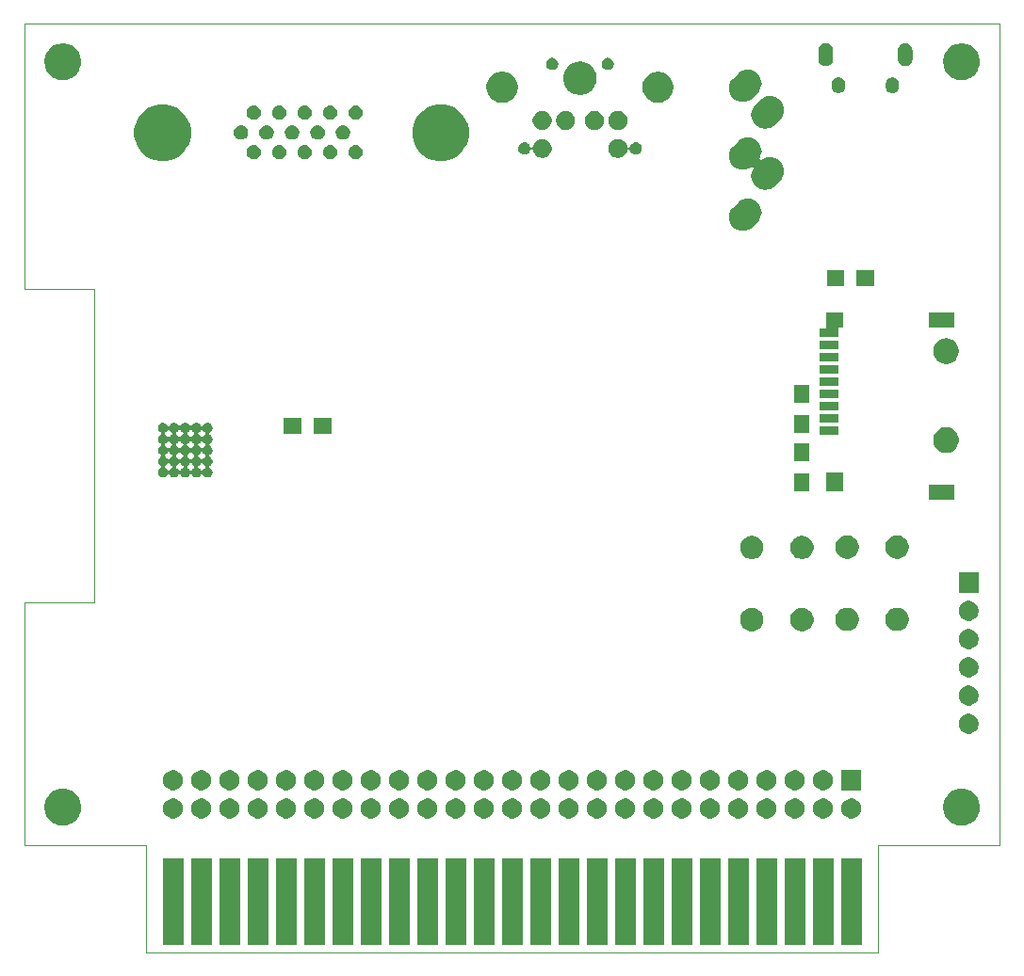
<source format=gbr>
G04 #@! TF.GenerationSoftware,KiCad,Pcbnew,(5.1.5)-3*
G04 #@! TF.CreationDate,2021-09-07T21:26:42+12:00*
G04 #@! TF.ProjectId,PocketTRS,506f636b-6574-4545-9253-2e6b69636164,rev?*
G04 #@! TF.SameCoordinates,Original*
G04 #@! TF.FileFunction,Soldermask,Bot*
G04 #@! TF.FilePolarity,Negative*
%FSLAX46Y46*%
G04 Gerber Fmt 4.6, Leading zero omitted, Abs format (unit mm)*
G04 Created by KiCad (PCBNEW (5.1.5)-3) date 2021-09-07 21:26:42*
%MOMM*%
%LPD*%
G04 APERTURE LIST*
%ADD10C,0.050000*%
%ADD11C,0.100000*%
G04 APERTURE END LIST*
D10*
X175260000Y-135890000D02*
X176022000Y-135890000D01*
X241808000Y-145542000D02*
X241300000Y-145542000D01*
X241808000Y-135890000D02*
X252730000Y-135890000D01*
X241808000Y-145542000D02*
X241808000Y-135890000D01*
X176022000Y-145542000D02*
X241300000Y-145542000D01*
X176022000Y-135890000D02*
X176022000Y-145542000D01*
X165100000Y-135890000D02*
X175260000Y-135890000D01*
X165100000Y-135890000D02*
X165100000Y-114046000D01*
X165100000Y-64770000D02*
X165100000Y-85852000D01*
X171323000Y-85852000D02*
X171323000Y-90805000D01*
X171323000Y-85852000D02*
X165100000Y-85852000D01*
X171323000Y-114046000D02*
X171323000Y-90805000D01*
X165100000Y-114046000D02*
X171323000Y-114046000D01*
X252730000Y-64770000D02*
X252730000Y-61976000D01*
X165100000Y-61976000D02*
X165100000Y-64770000D01*
X252730000Y-64770000D02*
X252730000Y-135890000D01*
X165100000Y-61976000D02*
X252730000Y-61976000D01*
D11*
G36*
X240335000Y-144831000D02*
G01*
X238455000Y-144831000D01*
X238455000Y-137109000D01*
X240335000Y-137109000D01*
X240335000Y-144831000D01*
G37*
G36*
X207315000Y-144831000D02*
G01*
X205435000Y-144831000D01*
X205435000Y-137109000D01*
X207315000Y-137109000D01*
X207315000Y-144831000D01*
G37*
G36*
X179375000Y-144831000D02*
G01*
X177495000Y-144831000D01*
X177495000Y-137109000D01*
X179375000Y-137109000D01*
X179375000Y-144831000D01*
G37*
G36*
X181915000Y-144831000D02*
G01*
X180035000Y-144831000D01*
X180035000Y-137109000D01*
X181915000Y-137109000D01*
X181915000Y-144831000D01*
G37*
G36*
X184455000Y-144831000D02*
G01*
X182575000Y-144831000D01*
X182575000Y-137109000D01*
X184455000Y-137109000D01*
X184455000Y-144831000D01*
G37*
G36*
X186995000Y-144831000D02*
G01*
X185115000Y-144831000D01*
X185115000Y-137109000D01*
X186995000Y-137109000D01*
X186995000Y-144831000D01*
G37*
G36*
X189535000Y-144831000D02*
G01*
X187655000Y-144831000D01*
X187655000Y-137109000D01*
X189535000Y-137109000D01*
X189535000Y-144831000D01*
G37*
G36*
X192075000Y-144831000D02*
G01*
X190195000Y-144831000D01*
X190195000Y-137109000D01*
X192075000Y-137109000D01*
X192075000Y-144831000D01*
G37*
G36*
X194615000Y-144831000D02*
G01*
X192735000Y-144831000D01*
X192735000Y-137109000D01*
X194615000Y-137109000D01*
X194615000Y-144831000D01*
G37*
G36*
X197155000Y-144831000D02*
G01*
X195275000Y-144831000D01*
X195275000Y-137109000D01*
X197155000Y-137109000D01*
X197155000Y-144831000D01*
G37*
G36*
X199695000Y-144831000D02*
G01*
X197815000Y-144831000D01*
X197815000Y-137109000D01*
X199695000Y-137109000D01*
X199695000Y-144831000D01*
G37*
G36*
X202235000Y-144831000D02*
G01*
X200355000Y-144831000D01*
X200355000Y-137109000D01*
X202235000Y-137109000D01*
X202235000Y-144831000D01*
G37*
G36*
X204775000Y-144831000D02*
G01*
X202895000Y-144831000D01*
X202895000Y-137109000D01*
X204775000Y-137109000D01*
X204775000Y-144831000D01*
G37*
G36*
X212395000Y-144831000D02*
G01*
X210515000Y-144831000D01*
X210515000Y-137109000D01*
X212395000Y-137109000D01*
X212395000Y-144831000D01*
G37*
G36*
X214935000Y-144831000D02*
G01*
X213055000Y-144831000D01*
X213055000Y-137109000D01*
X214935000Y-137109000D01*
X214935000Y-144831000D01*
G37*
G36*
X217475000Y-144831000D02*
G01*
X215595000Y-144831000D01*
X215595000Y-137109000D01*
X217475000Y-137109000D01*
X217475000Y-144831000D01*
G37*
G36*
X220015000Y-144831000D02*
G01*
X218135000Y-144831000D01*
X218135000Y-137109000D01*
X220015000Y-137109000D01*
X220015000Y-144831000D01*
G37*
G36*
X222555000Y-144831000D02*
G01*
X220675000Y-144831000D01*
X220675000Y-137109000D01*
X222555000Y-137109000D01*
X222555000Y-144831000D01*
G37*
G36*
X225095000Y-144831000D02*
G01*
X223215000Y-144831000D01*
X223215000Y-137109000D01*
X225095000Y-137109000D01*
X225095000Y-144831000D01*
G37*
G36*
X227635000Y-144831000D02*
G01*
X225755000Y-144831000D01*
X225755000Y-137109000D01*
X227635000Y-137109000D01*
X227635000Y-144831000D01*
G37*
G36*
X230175000Y-144831000D02*
G01*
X228295000Y-144831000D01*
X228295000Y-137109000D01*
X230175000Y-137109000D01*
X230175000Y-144831000D01*
G37*
G36*
X232715000Y-144831000D02*
G01*
X230835000Y-144831000D01*
X230835000Y-137109000D01*
X232715000Y-137109000D01*
X232715000Y-144831000D01*
G37*
G36*
X235255000Y-144831000D02*
G01*
X233375000Y-144831000D01*
X233375000Y-137109000D01*
X235255000Y-137109000D01*
X235255000Y-144831000D01*
G37*
G36*
X237795000Y-144831000D02*
G01*
X235915000Y-144831000D01*
X235915000Y-137109000D01*
X237795000Y-137109000D01*
X237795000Y-144831000D01*
G37*
G36*
X209855000Y-144831000D02*
G01*
X207975000Y-144831000D01*
X207975000Y-137109000D01*
X209855000Y-137109000D01*
X209855000Y-144831000D01*
G37*
G36*
X168874886Y-130846456D02*
G01*
X169010579Y-130873447D01*
X169311042Y-130997903D01*
X169581451Y-131178585D01*
X169811415Y-131408549D01*
X169811416Y-131408551D01*
X169992098Y-131678960D01*
X170116553Y-131979422D01*
X170180000Y-132298389D01*
X170180000Y-132623611D01*
X170137702Y-132836256D01*
X170116553Y-132942579D01*
X169992097Y-133243042D01*
X169811415Y-133513451D01*
X169581451Y-133743415D01*
X169311042Y-133924097D01*
X169010579Y-134048553D01*
X168904256Y-134069702D01*
X168691611Y-134112000D01*
X168366389Y-134112000D01*
X168153744Y-134069702D01*
X168047421Y-134048553D01*
X167746958Y-133924097D01*
X167476549Y-133743415D01*
X167246585Y-133513451D01*
X167065903Y-133243042D01*
X166941447Y-132942579D01*
X166920298Y-132836256D01*
X166878000Y-132623611D01*
X166878000Y-132298389D01*
X166941447Y-131979422D01*
X167065902Y-131678960D01*
X167246584Y-131408551D01*
X167246585Y-131408549D01*
X167476549Y-131178585D01*
X167746958Y-130997903D01*
X168047421Y-130873447D01*
X168183114Y-130846456D01*
X168366389Y-130810000D01*
X168691611Y-130810000D01*
X168874886Y-130846456D01*
G37*
G36*
X249646886Y-130846456D02*
G01*
X249782579Y-130873447D01*
X250083042Y-130997903D01*
X250353451Y-131178585D01*
X250583415Y-131408549D01*
X250583416Y-131408551D01*
X250764098Y-131678960D01*
X250888553Y-131979422D01*
X250952000Y-132298389D01*
X250952000Y-132623611D01*
X250909702Y-132836256D01*
X250888553Y-132942579D01*
X250764097Y-133243042D01*
X250583415Y-133513451D01*
X250353451Y-133743415D01*
X250083042Y-133924097D01*
X249782579Y-134048553D01*
X249676256Y-134069702D01*
X249463611Y-134112000D01*
X249138389Y-134112000D01*
X248925744Y-134069702D01*
X248819421Y-134048553D01*
X248518958Y-133924097D01*
X248248549Y-133743415D01*
X248018585Y-133513451D01*
X247837903Y-133243042D01*
X247713447Y-132942579D01*
X247692298Y-132836256D01*
X247650000Y-132623611D01*
X247650000Y-132298389D01*
X247713447Y-131979422D01*
X247837902Y-131678960D01*
X248018584Y-131408551D01*
X248018585Y-131408549D01*
X248248549Y-131178585D01*
X248518958Y-130997903D01*
X248819421Y-130873447D01*
X248955114Y-130846456D01*
X249138389Y-130810000D01*
X249463611Y-130810000D01*
X249646886Y-130846456D01*
G37*
G36*
X209028512Y-131691927D02*
G01*
X209177812Y-131721624D01*
X209341784Y-131789544D01*
X209489354Y-131888147D01*
X209614853Y-132013646D01*
X209713456Y-132161216D01*
X209781376Y-132325188D01*
X209816000Y-132499259D01*
X209816000Y-132676741D01*
X209781376Y-132850812D01*
X209713456Y-133014784D01*
X209614853Y-133162354D01*
X209489354Y-133287853D01*
X209341784Y-133386456D01*
X209177812Y-133454376D01*
X209028512Y-133484073D01*
X209003742Y-133489000D01*
X208826258Y-133489000D01*
X208801488Y-133484073D01*
X208652188Y-133454376D01*
X208488216Y-133386456D01*
X208340646Y-133287853D01*
X208215147Y-133162354D01*
X208116544Y-133014784D01*
X208048624Y-132850812D01*
X208014000Y-132676741D01*
X208014000Y-132499259D01*
X208048624Y-132325188D01*
X208116544Y-132161216D01*
X208215147Y-132013646D01*
X208340646Y-131888147D01*
X208488216Y-131789544D01*
X208652188Y-131721624D01*
X208801488Y-131691927D01*
X208826258Y-131687000D01*
X209003742Y-131687000D01*
X209028512Y-131691927D01*
G37*
G36*
X181088512Y-131691927D02*
G01*
X181237812Y-131721624D01*
X181401784Y-131789544D01*
X181549354Y-131888147D01*
X181674853Y-132013646D01*
X181773456Y-132161216D01*
X181841376Y-132325188D01*
X181876000Y-132499259D01*
X181876000Y-132676741D01*
X181841376Y-132850812D01*
X181773456Y-133014784D01*
X181674853Y-133162354D01*
X181549354Y-133287853D01*
X181401784Y-133386456D01*
X181237812Y-133454376D01*
X181088512Y-133484073D01*
X181063742Y-133489000D01*
X180886258Y-133489000D01*
X180861488Y-133484073D01*
X180712188Y-133454376D01*
X180548216Y-133386456D01*
X180400646Y-133287853D01*
X180275147Y-133162354D01*
X180176544Y-133014784D01*
X180108624Y-132850812D01*
X180074000Y-132676741D01*
X180074000Y-132499259D01*
X180108624Y-132325188D01*
X180176544Y-132161216D01*
X180275147Y-132013646D01*
X180400646Y-131888147D01*
X180548216Y-131789544D01*
X180712188Y-131721624D01*
X180861488Y-131691927D01*
X180886258Y-131687000D01*
X181063742Y-131687000D01*
X181088512Y-131691927D01*
G37*
G36*
X183628512Y-131691927D02*
G01*
X183777812Y-131721624D01*
X183941784Y-131789544D01*
X184089354Y-131888147D01*
X184214853Y-132013646D01*
X184313456Y-132161216D01*
X184381376Y-132325188D01*
X184416000Y-132499259D01*
X184416000Y-132676741D01*
X184381376Y-132850812D01*
X184313456Y-133014784D01*
X184214853Y-133162354D01*
X184089354Y-133287853D01*
X183941784Y-133386456D01*
X183777812Y-133454376D01*
X183628512Y-133484073D01*
X183603742Y-133489000D01*
X183426258Y-133489000D01*
X183401488Y-133484073D01*
X183252188Y-133454376D01*
X183088216Y-133386456D01*
X182940646Y-133287853D01*
X182815147Y-133162354D01*
X182716544Y-133014784D01*
X182648624Y-132850812D01*
X182614000Y-132676741D01*
X182614000Y-132499259D01*
X182648624Y-132325188D01*
X182716544Y-132161216D01*
X182815147Y-132013646D01*
X182940646Y-131888147D01*
X183088216Y-131789544D01*
X183252188Y-131721624D01*
X183401488Y-131691927D01*
X183426258Y-131687000D01*
X183603742Y-131687000D01*
X183628512Y-131691927D01*
G37*
G36*
X186168512Y-131691927D02*
G01*
X186317812Y-131721624D01*
X186481784Y-131789544D01*
X186629354Y-131888147D01*
X186754853Y-132013646D01*
X186853456Y-132161216D01*
X186921376Y-132325188D01*
X186956000Y-132499259D01*
X186956000Y-132676741D01*
X186921376Y-132850812D01*
X186853456Y-133014784D01*
X186754853Y-133162354D01*
X186629354Y-133287853D01*
X186481784Y-133386456D01*
X186317812Y-133454376D01*
X186168512Y-133484073D01*
X186143742Y-133489000D01*
X185966258Y-133489000D01*
X185941488Y-133484073D01*
X185792188Y-133454376D01*
X185628216Y-133386456D01*
X185480646Y-133287853D01*
X185355147Y-133162354D01*
X185256544Y-133014784D01*
X185188624Y-132850812D01*
X185154000Y-132676741D01*
X185154000Y-132499259D01*
X185188624Y-132325188D01*
X185256544Y-132161216D01*
X185355147Y-132013646D01*
X185480646Y-131888147D01*
X185628216Y-131789544D01*
X185792188Y-131721624D01*
X185941488Y-131691927D01*
X185966258Y-131687000D01*
X186143742Y-131687000D01*
X186168512Y-131691927D01*
G37*
G36*
X188708512Y-131691927D02*
G01*
X188857812Y-131721624D01*
X189021784Y-131789544D01*
X189169354Y-131888147D01*
X189294853Y-132013646D01*
X189393456Y-132161216D01*
X189461376Y-132325188D01*
X189496000Y-132499259D01*
X189496000Y-132676741D01*
X189461376Y-132850812D01*
X189393456Y-133014784D01*
X189294853Y-133162354D01*
X189169354Y-133287853D01*
X189021784Y-133386456D01*
X188857812Y-133454376D01*
X188708512Y-133484073D01*
X188683742Y-133489000D01*
X188506258Y-133489000D01*
X188481488Y-133484073D01*
X188332188Y-133454376D01*
X188168216Y-133386456D01*
X188020646Y-133287853D01*
X187895147Y-133162354D01*
X187796544Y-133014784D01*
X187728624Y-132850812D01*
X187694000Y-132676741D01*
X187694000Y-132499259D01*
X187728624Y-132325188D01*
X187796544Y-132161216D01*
X187895147Y-132013646D01*
X188020646Y-131888147D01*
X188168216Y-131789544D01*
X188332188Y-131721624D01*
X188481488Y-131691927D01*
X188506258Y-131687000D01*
X188683742Y-131687000D01*
X188708512Y-131691927D01*
G37*
G36*
X191248512Y-131691927D02*
G01*
X191397812Y-131721624D01*
X191561784Y-131789544D01*
X191709354Y-131888147D01*
X191834853Y-132013646D01*
X191933456Y-132161216D01*
X192001376Y-132325188D01*
X192036000Y-132499259D01*
X192036000Y-132676741D01*
X192001376Y-132850812D01*
X191933456Y-133014784D01*
X191834853Y-133162354D01*
X191709354Y-133287853D01*
X191561784Y-133386456D01*
X191397812Y-133454376D01*
X191248512Y-133484073D01*
X191223742Y-133489000D01*
X191046258Y-133489000D01*
X191021488Y-133484073D01*
X190872188Y-133454376D01*
X190708216Y-133386456D01*
X190560646Y-133287853D01*
X190435147Y-133162354D01*
X190336544Y-133014784D01*
X190268624Y-132850812D01*
X190234000Y-132676741D01*
X190234000Y-132499259D01*
X190268624Y-132325188D01*
X190336544Y-132161216D01*
X190435147Y-132013646D01*
X190560646Y-131888147D01*
X190708216Y-131789544D01*
X190872188Y-131721624D01*
X191021488Y-131691927D01*
X191046258Y-131687000D01*
X191223742Y-131687000D01*
X191248512Y-131691927D01*
G37*
G36*
X193788512Y-131691927D02*
G01*
X193937812Y-131721624D01*
X194101784Y-131789544D01*
X194249354Y-131888147D01*
X194374853Y-132013646D01*
X194473456Y-132161216D01*
X194541376Y-132325188D01*
X194576000Y-132499259D01*
X194576000Y-132676741D01*
X194541376Y-132850812D01*
X194473456Y-133014784D01*
X194374853Y-133162354D01*
X194249354Y-133287853D01*
X194101784Y-133386456D01*
X193937812Y-133454376D01*
X193788512Y-133484073D01*
X193763742Y-133489000D01*
X193586258Y-133489000D01*
X193561488Y-133484073D01*
X193412188Y-133454376D01*
X193248216Y-133386456D01*
X193100646Y-133287853D01*
X192975147Y-133162354D01*
X192876544Y-133014784D01*
X192808624Y-132850812D01*
X192774000Y-132676741D01*
X192774000Y-132499259D01*
X192808624Y-132325188D01*
X192876544Y-132161216D01*
X192975147Y-132013646D01*
X193100646Y-131888147D01*
X193248216Y-131789544D01*
X193412188Y-131721624D01*
X193561488Y-131691927D01*
X193586258Y-131687000D01*
X193763742Y-131687000D01*
X193788512Y-131691927D01*
G37*
G36*
X196328512Y-131691927D02*
G01*
X196477812Y-131721624D01*
X196641784Y-131789544D01*
X196789354Y-131888147D01*
X196914853Y-132013646D01*
X197013456Y-132161216D01*
X197081376Y-132325188D01*
X197116000Y-132499259D01*
X197116000Y-132676741D01*
X197081376Y-132850812D01*
X197013456Y-133014784D01*
X196914853Y-133162354D01*
X196789354Y-133287853D01*
X196641784Y-133386456D01*
X196477812Y-133454376D01*
X196328512Y-133484073D01*
X196303742Y-133489000D01*
X196126258Y-133489000D01*
X196101488Y-133484073D01*
X195952188Y-133454376D01*
X195788216Y-133386456D01*
X195640646Y-133287853D01*
X195515147Y-133162354D01*
X195416544Y-133014784D01*
X195348624Y-132850812D01*
X195314000Y-132676741D01*
X195314000Y-132499259D01*
X195348624Y-132325188D01*
X195416544Y-132161216D01*
X195515147Y-132013646D01*
X195640646Y-131888147D01*
X195788216Y-131789544D01*
X195952188Y-131721624D01*
X196101488Y-131691927D01*
X196126258Y-131687000D01*
X196303742Y-131687000D01*
X196328512Y-131691927D01*
G37*
G36*
X198868512Y-131691927D02*
G01*
X199017812Y-131721624D01*
X199181784Y-131789544D01*
X199329354Y-131888147D01*
X199454853Y-132013646D01*
X199553456Y-132161216D01*
X199621376Y-132325188D01*
X199656000Y-132499259D01*
X199656000Y-132676741D01*
X199621376Y-132850812D01*
X199553456Y-133014784D01*
X199454853Y-133162354D01*
X199329354Y-133287853D01*
X199181784Y-133386456D01*
X199017812Y-133454376D01*
X198868512Y-133484073D01*
X198843742Y-133489000D01*
X198666258Y-133489000D01*
X198641488Y-133484073D01*
X198492188Y-133454376D01*
X198328216Y-133386456D01*
X198180646Y-133287853D01*
X198055147Y-133162354D01*
X197956544Y-133014784D01*
X197888624Y-132850812D01*
X197854000Y-132676741D01*
X197854000Y-132499259D01*
X197888624Y-132325188D01*
X197956544Y-132161216D01*
X198055147Y-132013646D01*
X198180646Y-131888147D01*
X198328216Y-131789544D01*
X198492188Y-131721624D01*
X198641488Y-131691927D01*
X198666258Y-131687000D01*
X198843742Y-131687000D01*
X198868512Y-131691927D01*
G37*
G36*
X201408512Y-131691927D02*
G01*
X201557812Y-131721624D01*
X201721784Y-131789544D01*
X201869354Y-131888147D01*
X201994853Y-132013646D01*
X202093456Y-132161216D01*
X202161376Y-132325188D01*
X202196000Y-132499259D01*
X202196000Y-132676741D01*
X202161376Y-132850812D01*
X202093456Y-133014784D01*
X201994853Y-133162354D01*
X201869354Y-133287853D01*
X201721784Y-133386456D01*
X201557812Y-133454376D01*
X201408512Y-133484073D01*
X201383742Y-133489000D01*
X201206258Y-133489000D01*
X201181488Y-133484073D01*
X201032188Y-133454376D01*
X200868216Y-133386456D01*
X200720646Y-133287853D01*
X200595147Y-133162354D01*
X200496544Y-133014784D01*
X200428624Y-132850812D01*
X200394000Y-132676741D01*
X200394000Y-132499259D01*
X200428624Y-132325188D01*
X200496544Y-132161216D01*
X200595147Y-132013646D01*
X200720646Y-131888147D01*
X200868216Y-131789544D01*
X201032188Y-131721624D01*
X201181488Y-131691927D01*
X201206258Y-131687000D01*
X201383742Y-131687000D01*
X201408512Y-131691927D01*
G37*
G36*
X203948512Y-131691927D02*
G01*
X204097812Y-131721624D01*
X204261784Y-131789544D01*
X204409354Y-131888147D01*
X204534853Y-132013646D01*
X204633456Y-132161216D01*
X204701376Y-132325188D01*
X204736000Y-132499259D01*
X204736000Y-132676741D01*
X204701376Y-132850812D01*
X204633456Y-133014784D01*
X204534853Y-133162354D01*
X204409354Y-133287853D01*
X204261784Y-133386456D01*
X204097812Y-133454376D01*
X203948512Y-133484073D01*
X203923742Y-133489000D01*
X203746258Y-133489000D01*
X203721488Y-133484073D01*
X203572188Y-133454376D01*
X203408216Y-133386456D01*
X203260646Y-133287853D01*
X203135147Y-133162354D01*
X203036544Y-133014784D01*
X202968624Y-132850812D01*
X202934000Y-132676741D01*
X202934000Y-132499259D01*
X202968624Y-132325188D01*
X203036544Y-132161216D01*
X203135147Y-132013646D01*
X203260646Y-131888147D01*
X203408216Y-131789544D01*
X203572188Y-131721624D01*
X203721488Y-131691927D01*
X203746258Y-131687000D01*
X203923742Y-131687000D01*
X203948512Y-131691927D01*
G37*
G36*
X206488512Y-131691927D02*
G01*
X206637812Y-131721624D01*
X206801784Y-131789544D01*
X206949354Y-131888147D01*
X207074853Y-132013646D01*
X207173456Y-132161216D01*
X207241376Y-132325188D01*
X207276000Y-132499259D01*
X207276000Y-132676741D01*
X207241376Y-132850812D01*
X207173456Y-133014784D01*
X207074853Y-133162354D01*
X206949354Y-133287853D01*
X206801784Y-133386456D01*
X206637812Y-133454376D01*
X206488512Y-133484073D01*
X206463742Y-133489000D01*
X206286258Y-133489000D01*
X206261488Y-133484073D01*
X206112188Y-133454376D01*
X205948216Y-133386456D01*
X205800646Y-133287853D01*
X205675147Y-133162354D01*
X205576544Y-133014784D01*
X205508624Y-132850812D01*
X205474000Y-132676741D01*
X205474000Y-132499259D01*
X205508624Y-132325188D01*
X205576544Y-132161216D01*
X205675147Y-132013646D01*
X205800646Y-131888147D01*
X205948216Y-131789544D01*
X206112188Y-131721624D01*
X206261488Y-131691927D01*
X206286258Y-131687000D01*
X206463742Y-131687000D01*
X206488512Y-131691927D01*
G37*
G36*
X178548512Y-131691927D02*
G01*
X178697812Y-131721624D01*
X178861784Y-131789544D01*
X179009354Y-131888147D01*
X179134853Y-132013646D01*
X179233456Y-132161216D01*
X179301376Y-132325188D01*
X179336000Y-132499259D01*
X179336000Y-132676741D01*
X179301376Y-132850812D01*
X179233456Y-133014784D01*
X179134853Y-133162354D01*
X179009354Y-133287853D01*
X178861784Y-133386456D01*
X178697812Y-133454376D01*
X178548512Y-133484073D01*
X178523742Y-133489000D01*
X178346258Y-133489000D01*
X178321488Y-133484073D01*
X178172188Y-133454376D01*
X178008216Y-133386456D01*
X177860646Y-133287853D01*
X177735147Y-133162354D01*
X177636544Y-133014784D01*
X177568624Y-132850812D01*
X177534000Y-132676741D01*
X177534000Y-132499259D01*
X177568624Y-132325188D01*
X177636544Y-132161216D01*
X177735147Y-132013646D01*
X177860646Y-131888147D01*
X178008216Y-131789544D01*
X178172188Y-131721624D01*
X178321488Y-131691927D01*
X178346258Y-131687000D01*
X178523742Y-131687000D01*
X178548512Y-131691927D01*
G37*
G36*
X211568512Y-131691927D02*
G01*
X211717812Y-131721624D01*
X211881784Y-131789544D01*
X212029354Y-131888147D01*
X212154853Y-132013646D01*
X212253456Y-132161216D01*
X212321376Y-132325188D01*
X212356000Y-132499259D01*
X212356000Y-132676741D01*
X212321376Y-132850812D01*
X212253456Y-133014784D01*
X212154853Y-133162354D01*
X212029354Y-133287853D01*
X211881784Y-133386456D01*
X211717812Y-133454376D01*
X211568512Y-133484073D01*
X211543742Y-133489000D01*
X211366258Y-133489000D01*
X211341488Y-133484073D01*
X211192188Y-133454376D01*
X211028216Y-133386456D01*
X210880646Y-133287853D01*
X210755147Y-133162354D01*
X210656544Y-133014784D01*
X210588624Y-132850812D01*
X210554000Y-132676741D01*
X210554000Y-132499259D01*
X210588624Y-132325188D01*
X210656544Y-132161216D01*
X210755147Y-132013646D01*
X210880646Y-131888147D01*
X211028216Y-131789544D01*
X211192188Y-131721624D01*
X211341488Y-131691927D01*
X211366258Y-131687000D01*
X211543742Y-131687000D01*
X211568512Y-131691927D01*
G37*
G36*
X239508512Y-131691927D02*
G01*
X239657812Y-131721624D01*
X239821784Y-131789544D01*
X239969354Y-131888147D01*
X240094853Y-132013646D01*
X240193456Y-132161216D01*
X240261376Y-132325188D01*
X240296000Y-132499259D01*
X240296000Y-132676741D01*
X240261376Y-132850812D01*
X240193456Y-133014784D01*
X240094853Y-133162354D01*
X239969354Y-133287853D01*
X239821784Y-133386456D01*
X239657812Y-133454376D01*
X239508512Y-133484073D01*
X239483742Y-133489000D01*
X239306258Y-133489000D01*
X239281488Y-133484073D01*
X239132188Y-133454376D01*
X238968216Y-133386456D01*
X238820646Y-133287853D01*
X238695147Y-133162354D01*
X238596544Y-133014784D01*
X238528624Y-132850812D01*
X238494000Y-132676741D01*
X238494000Y-132499259D01*
X238528624Y-132325188D01*
X238596544Y-132161216D01*
X238695147Y-132013646D01*
X238820646Y-131888147D01*
X238968216Y-131789544D01*
X239132188Y-131721624D01*
X239281488Y-131691927D01*
X239306258Y-131687000D01*
X239483742Y-131687000D01*
X239508512Y-131691927D01*
G37*
G36*
X236968512Y-131691927D02*
G01*
X237117812Y-131721624D01*
X237281784Y-131789544D01*
X237429354Y-131888147D01*
X237554853Y-132013646D01*
X237653456Y-132161216D01*
X237721376Y-132325188D01*
X237756000Y-132499259D01*
X237756000Y-132676741D01*
X237721376Y-132850812D01*
X237653456Y-133014784D01*
X237554853Y-133162354D01*
X237429354Y-133287853D01*
X237281784Y-133386456D01*
X237117812Y-133454376D01*
X236968512Y-133484073D01*
X236943742Y-133489000D01*
X236766258Y-133489000D01*
X236741488Y-133484073D01*
X236592188Y-133454376D01*
X236428216Y-133386456D01*
X236280646Y-133287853D01*
X236155147Y-133162354D01*
X236056544Y-133014784D01*
X235988624Y-132850812D01*
X235954000Y-132676741D01*
X235954000Y-132499259D01*
X235988624Y-132325188D01*
X236056544Y-132161216D01*
X236155147Y-132013646D01*
X236280646Y-131888147D01*
X236428216Y-131789544D01*
X236592188Y-131721624D01*
X236741488Y-131691927D01*
X236766258Y-131687000D01*
X236943742Y-131687000D01*
X236968512Y-131691927D01*
G37*
G36*
X234428512Y-131691927D02*
G01*
X234577812Y-131721624D01*
X234741784Y-131789544D01*
X234889354Y-131888147D01*
X235014853Y-132013646D01*
X235113456Y-132161216D01*
X235181376Y-132325188D01*
X235216000Y-132499259D01*
X235216000Y-132676741D01*
X235181376Y-132850812D01*
X235113456Y-133014784D01*
X235014853Y-133162354D01*
X234889354Y-133287853D01*
X234741784Y-133386456D01*
X234577812Y-133454376D01*
X234428512Y-133484073D01*
X234403742Y-133489000D01*
X234226258Y-133489000D01*
X234201488Y-133484073D01*
X234052188Y-133454376D01*
X233888216Y-133386456D01*
X233740646Y-133287853D01*
X233615147Y-133162354D01*
X233516544Y-133014784D01*
X233448624Y-132850812D01*
X233414000Y-132676741D01*
X233414000Y-132499259D01*
X233448624Y-132325188D01*
X233516544Y-132161216D01*
X233615147Y-132013646D01*
X233740646Y-131888147D01*
X233888216Y-131789544D01*
X234052188Y-131721624D01*
X234201488Y-131691927D01*
X234226258Y-131687000D01*
X234403742Y-131687000D01*
X234428512Y-131691927D01*
G37*
G36*
X231888512Y-131691927D02*
G01*
X232037812Y-131721624D01*
X232201784Y-131789544D01*
X232349354Y-131888147D01*
X232474853Y-132013646D01*
X232573456Y-132161216D01*
X232641376Y-132325188D01*
X232676000Y-132499259D01*
X232676000Y-132676741D01*
X232641376Y-132850812D01*
X232573456Y-133014784D01*
X232474853Y-133162354D01*
X232349354Y-133287853D01*
X232201784Y-133386456D01*
X232037812Y-133454376D01*
X231888512Y-133484073D01*
X231863742Y-133489000D01*
X231686258Y-133489000D01*
X231661488Y-133484073D01*
X231512188Y-133454376D01*
X231348216Y-133386456D01*
X231200646Y-133287853D01*
X231075147Y-133162354D01*
X230976544Y-133014784D01*
X230908624Y-132850812D01*
X230874000Y-132676741D01*
X230874000Y-132499259D01*
X230908624Y-132325188D01*
X230976544Y-132161216D01*
X231075147Y-132013646D01*
X231200646Y-131888147D01*
X231348216Y-131789544D01*
X231512188Y-131721624D01*
X231661488Y-131691927D01*
X231686258Y-131687000D01*
X231863742Y-131687000D01*
X231888512Y-131691927D01*
G37*
G36*
X229348512Y-131691927D02*
G01*
X229497812Y-131721624D01*
X229661784Y-131789544D01*
X229809354Y-131888147D01*
X229934853Y-132013646D01*
X230033456Y-132161216D01*
X230101376Y-132325188D01*
X230136000Y-132499259D01*
X230136000Y-132676741D01*
X230101376Y-132850812D01*
X230033456Y-133014784D01*
X229934853Y-133162354D01*
X229809354Y-133287853D01*
X229661784Y-133386456D01*
X229497812Y-133454376D01*
X229348512Y-133484073D01*
X229323742Y-133489000D01*
X229146258Y-133489000D01*
X229121488Y-133484073D01*
X228972188Y-133454376D01*
X228808216Y-133386456D01*
X228660646Y-133287853D01*
X228535147Y-133162354D01*
X228436544Y-133014784D01*
X228368624Y-132850812D01*
X228334000Y-132676741D01*
X228334000Y-132499259D01*
X228368624Y-132325188D01*
X228436544Y-132161216D01*
X228535147Y-132013646D01*
X228660646Y-131888147D01*
X228808216Y-131789544D01*
X228972188Y-131721624D01*
X229121488Y-131691927D01*
X229146258Y-131687000D01*
X229323742Y-131687000D01*
X229348512Y-131691927D01*
G37*
G36*
X226808512Y-131691927D02*
G01*
X226957812Y-131721624D01*
X227121784Y-131789544D01*
X227269354Y-131888147D01*
X227394853Y-132013646D01*
X227493456Y-132161216D01*
X227561376Y-132325188D01*
X227596000Y-132499259D01*
X227596000Y-132676741D01*
X227561376Y-132850812D01*
X227493456Y-133014784D01*
X227394853Y-133162354D01*
X227269354Y-133287853D01*
X227121784Y-133386456D01*
X226957812Y-133454376D01*
X226808512Y-133484073D01*
X226783742Y-133489000D01*
X226606258Y-133489000D01*
X226581488Y-133484073D01*
X226432188Y-133454376D01*
X226268216Y-133386456D01*
X226120646Y-133287853D01*
X225995147Y-133162354D01*
X225896544Y-133014784D01*
X225828624Y-132850812D01*
X225794000Y-132676741D01*
X225794000Y-132499259D01*
X225828624Y-132325188D01*
X225896544Y-132161216D01*
X225995147Y-132013646D01*
X226120646Y-131888147D01*
X226268216Y-131789544D01*
X226432188Y-131721624D01*
X226581488Y-131691927D01*
X226606258Y-131687000D01*
X226783742Y-131687000D01*
X226808512Y-131691927D01*
G37*
G36*
X221728512Y-131691927D02*
G01*
X221877812Y-131721624D01*
X222041784Y-131789544D01*
X222189354Y-131888147D01*
X222314853Y-132013646D01*
X222413456Y-132161216D01*
X222481376Y-132325188D01*
X222516000Y-132499259D01*
X222516000Y-132676741D01*
X222481376Y-132850812D01*
X222413456Y-133014784D01*
X222314853Y-133162354D01*
X222189354Y-133287853D01*
X222041784Y-133386456D01*
X221877812Y-133454376D01*
X221728512Y-133484073D01*
X221703742Y-133489000D01*
X221526258Y-133489000D01*
X221501488Y-133484073D01*
X221352188Y-133454376D01*
X221188216Y-133386456D01*
X221040646Y-133287853D01*
X220915147Y-133162354D01*
X220816544Y-133014784D01*
X220748624Y-132850812D01*
X220714000Y-132676741D01*
X220714000Y-132499259D01*
X220748624Y-132325188D01*
X220816544Y-132161216D01*
X220915147Y-132013646D01*
X221040646Y-131888147D01*
X221188216Y-131789544D01*
X221352188Y-131721624D01*
X221501488Y-131691927D01*
X221526258Y-131687000D01*
X221703742Y-131687000D01*
X221728512Y-131691927D01*
G37*
G36*
X219188512Y-131691927D02*
G01*
X219337812Y-131721624D01*
X219501784Y-131789544D01*
X219649354Y-131888147D01*
X219774853Y-132013646D01*
X219873456Y-132161216D01*
X219941376Y-132325188D01*
X219976000Y-132499259D01*
X219976000Y-132676741D01*
X219941376Y-132850812D01*
X219873456Y-133014784D01*
X219774853Y-133162354D01*
X219649354Y-133287853D01*
X219501784Y-133386456D01*
X219337812Y-133454376D01*
X219188512Y-133484073D01*
X219163742Y-133489000D01*
X218986258Y-133489000D01*
X218961488Y-133484073D01*
X218812188Y-133454376D01*
X218648216Y-133386456D01*
X218500646Y-133287853D01*
X218375147Y-133162354D01*
X218276544Y-133014784D01*
X218208624Y-132850812D01*
X218174000Y-132676741D01*
X218174000Y-132499259D01*
X218208624Y-132325188D01*
X218276544Y-132161216D01*
X218375147Y-132013646D01*
X218500646Y-131888147D01*
X218648216Y-131789544D01*
X218812188Y-131721624D01*
X218961488Y-131691927D01*
X218986258Y-131687000D01*
X219163742Y-131687000D01*
X219188512Y-131691927D01*
G37*
G36*
X216648512Y-131691927D02*
G01*
X216797812Y-131721624D01*
X216961784Y-131789544D01*
X217109354Y-131888147D01*
X217234853Y-132013646D01*
X217333456Y-132161216D01*
X217401376Y-132325188D01*
X217436000Y-132499259D01*
X217436000Y-132676741D01*
X217401376Y-132850812D01*
X217333456Y-133014784D01*
X217234853Y-133162354D01*
X217109354Y-133287853D01*
X216961784Y-133386456D01*
X216797812Y-133454376D01*
X216648512Y-133484073D01*
X216623742Y-133489000D01*
X216446258Y-133489000D01*
X216421488Y-133484073D01*
X216272188Y-133454376D01*
X216108216Y-133386456D01*
X215960646Y-133287853D01*
X215835147Y-133162354D01*
X215736544Y-133014784D01*
X215668624Y-132850812D01*
X215634000Y-132676741D01*
X215634000Y-132499259D01*
X215668624Y-132325188D01*
X215736544Y-132161216D01*
X215835147Y-132013646D01*
X215960646Y-131888147D01*
X216108216Y-131789544D01*
X216272188Y-131721624D01*
X216421488Y-131691927D01*
X216446258Y-131687000D01*
X216623742Y-131687000D01*
X216648512Y-131691927D01*
G37*
G36*
X214108512Y-131691927D02*
G01*
X214257812Y-131721624D01*
X214421784Y-131789544D01*
X214569354Y-131888147D01*
X214694853Y-132013646D01*
X214793456Y-132161216D01*
X214861376Y-132325188D01*
X214896000Y-132499259D01*
X214896000Y-132676741D01*
X214861376Y-132850812D01*
X214793456Y-133014784D01*
X214694853Y-133162354D01*
X214569354Y-133287853D01*
X214421784Y-133386456D01*
X214257812Y-133454376D01*
X214108512Y-133484073D01*
X214083742Y-133489000D01*
X213906258Y-133489000D01*
X213881488Y-133484073D01*
X213732188Y-133454376D01*
X213568216Y-133386456D01*
X213420646Y-133287853D01*
X213295147Y-133162354D01*
X213196544Y-133014784D01*
X213128624Y-132850812D01*
X213094000Y-132676741D01*
X213094000Y-132499259D01*
X213128624Y-132325188D01*
X213196544Y-132161216D01*
X213295147Y-132013646D01*
X213420646Y-131888147D01*
X213568216Y-131789544D01*
X213732188Y-131721624D01*
X213881488Y-131691927D01*
X213906258Y-131687000D01*
X214083742Y-131687000D01*
X214108512Y-131691927D01*
G37*
G36*
X224268512Y-131691927D02*
G01*
X224417812Y-131721624D01*
X224581784Y-131789544D01*
X224729354Y-131888147D01*
X224854853Y-132013646D01*
X224953456Y-132161216D01*
X225021376Y-132325188D01*
X225056000Y-132499259D01*
X225056000Y-132676741D01*
X225021376Y-132850812D01*
X224953456Y-133014784D01*
X224854853Y-133162354D01*
X224729354Y-133287853D01*
X224581784Y-133386456D01*
X224417812Y-133454376D01*
X224268512Y-133484073D01*
X224243742Y-133489000D01*
X224066258Y-133489000D01*
X224041488Y-133484073D01*
X223892188Y-133454376D01*
X223728216Y-133386456D01*
X223580646Y-133287853D01*
X223455147Y-133162354D01*
X223356544Y-133014784D01*
X223288624Y-132850812D01*
X223254000Y-132676741D01*
X223254000Y-132499259D01*
X223288624Y-132325188D01*
X223356544Y-132161216D01*
X223455147Y-132013646D01*
X223580646Y-131888147D01*
X223728216Y-131789544D01*
X223892188Y-131721624D01*
X224041488Y-131691927D01*
X224066258Y-131687000D01*
X224243742Y-131687000D01*
X224268512Y-131691927D01*
G37*
G36*
X224268512Y-129151927D02*
G01*
X224417812Y-129181624D01*
X224581784Y-129249544D01*
X224729354Y-129348147D01*
X224854853Y-129473646D01*
X224953456Y-129621216D01*
X225021376Y-129785188D01*
X225056000Y-129959259D01*
X225056000Y-130136741D01*
X225021376Y-130310812D01*
X224953456Y-130474784D01*
X224854853Y-130622354D01*
X224729354Y-130747853D01*
X224581784Y-130846456D01*
X224417812Y-130914376D01*
X224268512Y-130944073D01*
X224243742Y-130949000D01*
X224066258Y-130949000D01*
X224041488Y-130944073D01*
X223892188Y-130914376D01*
X223728216Y-130846456D01*
X223580646Y-130747853D01*
X223455147Y-130622354D01*
X223356544Y-130474784D01*
X223288624Y-130310812D01*
X223254000Y-130136741D01*
X223254000Y-129959259D01*
X223288624Y-129785188D01*
X223356544Y-129621216D01*
X223455147Y-129473646D01*
X223580646Y-129348147D01*
X223728216Y-129249544D01*
X223892188Y-129181624D01*
X224041488Y-129151927D01*
X224066258Y-129147000D01*
X224243742Y-129147000D01*
X224268512Y-129151927D01*
G37*
G36*
X188708512Y-129151927D02*
G01*
X188857812Y-129181624D01*
X189021784Y-129249544D01*
X189169354Y-129348147D01*
X189294853Y-129473646D01*
X189393456Y-129621216D01*
X189461376Y-129785188D01*
X189496000Y-129959259D01*
X189496000Y-130136741D01*
X189461376Y-130310812D01*
X189393456Y-130474784D01*
X189294853Y-130622354D01*
X189169354Y-130747853D01*
X189021784Y-130846456D01*
X188857812Y-130914376D01*
X188708512Y-130944073D01*
X188683742Y-130949000D01*
X188506258Y-130949000D01*
X188481488Y-130944073D01*
X188332188Y-130914376D01*
X188168216Y-130846456D01*
X188020646Y-130747853D01*
X187895147Y-130622354D01*
X187796544Y-130474784D01*
X187728624Y-130310812D01*
X187694000Y-130136741D01*
X187694000Y-129959259D01*
X187728624Y-129785188D01*
X187796544Y-129621216D01*
X187895147Y-129473646D01*
X188020646Y-129348147D01*
X188168216Y-129249544D01*
X188332188Y-129181624D01*
X188481488Y-129151927D01*
X188506258Y-129147000D01*
X188683742Y-129147000D01*
X188708512Y-129151927D01*
G37*
G36*
X226808512Y-129151927D02*
G01*
X226957812Y-129181624D01*
X227121784Y-129249544D01*
X227269354Y-129348147D01*
X227394853Y-129473646D01*
X227493456Y-129621216D01*
X227561376Y-129785188D01*
X227596000Y-129959259D01*
X227596000Y-130136741D01*
X227561376Y-130310812D01*
X227493456Y-130474784D01*
X227394853Y-130622354D01*
X227269354Y-130747853D01*
X227121784Y-130846456D01*
X226957812Y-130914376D01*
X226808512Y-130944073D01*
X226783742Y-130949000D01*
X226606258Y-130949000D01*
X226581488Y-130944073D01*
X226432188Y-130914376D01*
X226268216Y-130846456D01*
X226120646Y-130747853D01*
X225995147Y-130622354D01*
X225896544Y-130474784D01*
X225828624Y-130310812D01*
X225794000Y-130136741D01*
X225794000Y-129959259D01*
X225828624Y-129785188D01*
X225896544Y-129621216D01*
X225995147Y-129473646D01*
X226120646Y-129348147D01*
X226268216Y-129249544D01*
X226432188Y-129181624D01*
X226581488Y-129151927D01*
X226606258Y-129147000D01*
X226783742Y-129147000D01*
X226808512Y-129151927D01*
G37*
G36*
X240296000Y-130949000D02*
G01*
X238494000Y-130949000D01*
X238494000Y-129147000D01*
X240296000Y-129147000D01*
X240296000Y-130949000D01*
G37*
G36*
X236968512Y-129151927D02*
G01*
X237117812Y-129181624D01*
X237281784Y-129249544D01*
X237429354Y-129348147D01*
X237554853Y-129473646D01*
X237653456Y-129621216D01*
X237721376Y-129785188D01*
X237756000Y-129959259D01*
X237756000Y-130136741D01*
X237721376Y-130310812D01*
X237653456Y-130474784D01*
X237554853Y-130622354D01*
X237429354Y-130747853D01*
X237281784Y-130846456D01*
X237117812Y-130914376D01*
X236968512Y-130944073D01*
X236943742Y-130949000D01*
X236766258Y-130949000D01*
X236741488Y-130944073D01*
X236592188Y-130914376D01*
X236428216Y-130846456D01*
X236280646Y-130747853D01*
X236155147Y-130622354D01*
X236056544Y-130474784D01*
X235988624Y-130310812D01*
X235954000Y-130136741D01*
X235954000Y-129959259D01*
X235988624Y-129785188D01*
X236056544Y-129621216D01*
X236155147Y-129473646D01*
X236280646Y-129348147D01*
X236428216Y-129249544D01*
X236592188Y-129181624D01*
X236741488Y-129151927D01*
X236766258Y-129147000D01*
X236943742Y-129147000D01*
X236968512Y-129151927D01*
G37*
G36*
X234428512Y-129151927D02*
G01*
X234577812Y-129181624D01*
X234741784Y-129249544D01*
X234889354Y-129348147D01*
X235014853Y-129473646D01*
X235113456Y-129621216D01*
X235181376Y-129785188D01*
X235216000Y-129959259D01*
X235216000Y-130136741D01*
X235181376Y-130310812D01*
X235113456Y-130474784D01*
X235014853Y-130622354D01*
X234889354Y-130747853D01*
X234741784Y-130846456D01*
X234577812Y-130914376D01*
X234428512Y-130944073D01*
X234403742Y-130949000D01*
X234226258Y-130949000D01*
X234201488Y-130944073D01*
X234052188Y-130914376D01*
X233888216Y-130846456D01*
X233740646Y-130747853D01*
X233615147Y-130622354D01*
X233516544Y-130474784D01*
X233448624Y-130310812D01*
X233414000Y-130136741D01*
X233414000Y-129959259D01*
X233448624Y-129785188D01*
X233516544Y-129621216D01*
X233615147Y-129473646D01*
X233740646Y-129348147D01*
X233888216Y-129249544D01*
X234052188Y-129181624D01*
X234201488Y-129151927D01*
X234226258Y-129147000D01*
X234403742Y-129147000D01*
X234428512Y-129151927D01*
G37*
G36*
X181088512Y-129151927D02*
G01*
X181237812Y-129181624D01*
X181401784Y-129249544D01*
X181549354Y-129348147D01*
X181674853Y-129473646D01*
X181773456Y-129621216D01*
X181841376Y-129785188D01*
X181876000Y-129959259D01*
X181876000Y-130136741D01*
X181841376Y-130310812D01*
X181773456Y-130474784D01*
X181674853Y-130622354D01*
X181549354Y-130747853D01*
X181401784Y-130846456D01*
X181237812Y-130914376D01*
X181088512Y-130944073D01*
X181063742Y-130949000D01*
X180886258Y-130949000D01*
X180861488Y-130944073D01*
X180712188Y-130914376D01*
X180548216Y-130846456D01*
X180400646Y-130747853D01*
X180275147Y-130622354D01*
X180176544Y-130474784D01*
X180108624Y-130310812D01*
X180074000Y-130136741D01*
X180074000Y-129959259D01*
X180108624Y-129785188D01*
X180176544Y-129621216D01*
X180275147Y-129473646D01*
X180400646Y-129348147D01*
X180548216Y-129249544D01*
X180712188Y-129181624D01*
X180861488Y-129151927D01*
X180886258Y-129147000D01*
X181063742Y-129147000D01*
X181088512Y-129151927D01*
G37*
G36*
X186168512Y-129151927D02*
G01*
X186317812Y-129181624D01*
X186481784Y-129249544D01*
X186629354Y-129348147D01*
X186754853Y-129473646D01*
X186853456Y-129621216D01*
X186921376Y-129785188D01*
X186956000Y-129959259D01*
X186956000Y-130136741D01*
X186921376Y-130310812D01*
X186853456Y-130474784D01*
X186754853Y-130622354D01*
X186629354Y-130747853D01*
X186481784Y-130846456D01*
X186317812Y-130914376D01*
X186168512Y-130944073D01*
X186143742Y-130949000D01*
X185966258Y-130949000D01*
X185941488Y-130944073D01*
X185792188Y-130914376D01*
X185628216Y-130846456D01*
X185480646Y-130747853D01*
X185355147Y-130622354D01*
X185256544Y-130474784D01*
X185188624Y-130310812D01*
X185154000Y-130136741D01*
X185154000Y-129959259D01*
X185188624Y-129785188D01*
X185256544Y-129621216D01*
X185355147Y-129473646D01*
X185480646Y-129348147D01*
X185628216Y-129249544D01*
X185792188Y-129181624D01*
X185941488Y-129151927D01*
X185966258Y-129147000D01*
X186143742Y-129147000D01*
X186168512Y-129151927D01*
G37*
G36*
X229348512Y-129151927D02*
G01*
X229497812Y-129181624D01*
X229661784Y-129249544D01*
X229809354Y-129348147D01*
X229934853Y-129473646D01*
X230033456Y-129621216D01*
X230101376Y-129785188D01*
X230136000Y-129959259D01*
X230136000Y-130136741D01*
X230101376Y-130310812D01*
X230033456Y-130474784D01*
X229934853Y-130622354D01*
X229809354Y-130747853D01*
X229661784Y-130846456D01*
X229497812Y-130914376D01*
X229348512Y-130944073D01*
X229323742Y-130949000D01*
X229146258Y-130949000D01*
X229121488Y-130944073D01*
X228972188Y-130914376D01*
X228808216Y-130846456D01*
X228660646Y-130747853D01*
X228535147Y-130622354D01*
X228436544Y-130474784D01*
X228368624Y-130310812D01*
X228334000Y-130136741D01*
X228334000Y-129959259D01*
X228368624Y-129785188D01*
X228436544Y-129621216D01*
X228535147Y-129473646D01*
X228660646Y-129348147D01*
X228808216Y-129249544D01*
X228972188Y-129181624D01*
X229121488Y-129151927D01*
X229146258Y-129147000D01*
X229323742Y-129147000D01*
X229348512Y-129151927D01*
G37*
G36*
X183628512Y-129151927D02*
G01*
X183777812Y-129181624D01*
X183941784Y-129249544D01*
X184089354Y-129348147D01*
X184214853Y-129473646D01*
X184313456Y-129621216D01*
X184381376Y-129785188D01*
X184416000Y-129959259D01*
X184416000Y-130136741D01*
X184381376Y-130310812D01*
X184313456Y-130474784D01*
X184214853Y-130622354D01*
X184089354Y-130747853D01*
X183941784Y-130846456D01*
X183777812Y-130914376D01*
X183628512Y-130944073D01*
X183603742Y-130949000D01*
X183426258Y-130949000D01*
X183401488Y-130944073D01*
X183252188Y-130914376D01*
X183088216Y-130846456D01*
X182940646Y-130747853D01*
X182815147Y-130622354D01*
X182716544Y-130474784D01*
X182648624Y-130310812D01*
X182614000Y-130136741D01*
X182614000Y-129959259D01*
X182648624Y-129785188D01*
X182716544Y-129621216D01*
X182815147Y-129473646D01*
X182940646Y-129348147D01*
X183088216Y-129249544D01*
X183252188Y-129181624D01*
X183401488Y-129151927D01*
X183426258Y-129147000D01*
X183603742Y-129147000D01*
X183628512Y-129151927D01*
G37*
G36*
X231888512Y-129151927D02*
G01*
X232037812Y-129181624D01*
X232201784Y-129249544D01*
X232349354Y-129348147D01*
X232474853Y-129473646D01*
X232573456Y-129621216D01*
X232641376Y-129785188D01*
X232676000Y-129959259D01*
X232676000Y-130136741D01*
X232641376Y-130310812D01*
X232573456Y-130474784D01*
X232474853Y-130622354D01*
X232349354Y-130747853D01*
X232201784Y-130846456D01*
X232037812Y-130914376D01*
X231888512Y-130944073D01*
X231863742Y-130949000D01*
X231686258Y-130949000D01*
X231661488Y-130944073D01*
X231512188Y-130914376D01*
X231348216Y-130846456D01*
X231200646Y-130747853D01*
X231075147Y-130622354D01*
X230976544Y-130474784D01*
X230908624Y-130310812D01*
X230874000Y-130136741D01*
X230874000Y-129959259D01*
X230908624Y-129785188D01*
X230976544Y-129621216D01*
X231075147Y-129473646D01*
X231200646Y-129348147D01*
X231348216Y-129249544D01*
X231512188Y-129181624D01*
X231661488Y-129151927D01*
X231686258Y-129147000D01*
X231863742Y-129147000D01*
X231888512Y-129151927D01*
G37*
G36*
X178548512Y-129151927D02*
G01*
X178697812Y-129181624D01*
X178861784Y-129249544D01*
X179009354Y-129348147D01*
X179134853Y-129473646D01*
X179233456Y-129621216D01*
X179301376Y-129785188D01*
X179336000Y-129959259D01*
X179336000Y-130136741D01*
X179301376Y-130310812D01*
X179233456Y-130474784D01*
X179134853Y-130622354D01*
X179009354Y-130747853D01*
X178861784Y-130846456D01*
X178697812Y-130914376D01*
X178548512Y-130944073D01*
X178523742Y-130949000D01*
X178346258Y-130949000D01*
X178321488Y-130944073D01*
X178172188Y-130914376D01*
X178008216Y-130846456D01*
X177860646Y-130747853D01*
X177735147Y-130622354D01*
X177636544Y-130474784D01*
X177568624Y-130310812D01*
X177534000Y-130136741D01*
X177534000Y-129959259D01*
X177568624Y-129785188D01*
X177636544Y-129621216D01*
X177735147Y-129473646D01*
X177860646Y-129348147D01*
X178008216Y-129249544D01*
X178172188Y-129181624D01*
X178321488Y-129151927D01*
X178346258Y-129147000D01*
X178523742Y-129147000D01*
X178548512Y-129151927D01*
G37*
G36*
X216648512Y-129151927D02*
G01*
X216797812Y-129181624D01*
X216961784Y-129249544D01*
X217109354Y-129348147D01*
X217234853Y-129473646D01*
X217333456Y-129621216D01*
X217401376Y-129785188D01*
X217436000Y-129959259D01*
X217436000Y-130136741D01*
X217401376Y-130310812D01*
X217333456Y-130474784D01*
X217234853Y-130622354D01*
X217109354Y-130747853D01*
X216961784Y-130846456D01*
X216797812Y-130914376D01*
X216648512Y-130944073D01*
X216623742Y-130949000D01*
X216446258Y-130949000D01*
X216421488Y-130944073D01*
X216272188Y-130914376D01*
X216108216Y-130846456D01*
X215960646Y-130747853D01*
X215835147Y-130622354D01*
X215736544Y-130474784D01*
X215668624Y-130310812D01*
X215634000Y-130136741D01*
X215634000Y-129959259D01*
X215668624Y-129785188D01*
X215736544Y-129621216D01*
X215835147Y-129473646D01*
X215960646Y-129348147D01*
X216108216Y-129249544D01*
X216272188Y-129181624D01*
X216421488Y-129151927D01*
X216446258Y-129147000D01*
X216623742Y-129147000D01*
X216648512Y-129151927D01*
G37*
G36*
X221728512Y-129151927D02*
G01*
X221877812Y-129181624D01*
X222041784Y-129249544D01*
X222189354Y-129348147D01*
X222314853Y-129473646D01*
X222413456Y-129621216D01*
X222481376Y-129785188D01*
X222516000Y-129959259D01*
X222516000Y-130136741D01*
X222481376Y-130310812D01*
X222413456Y-130474784D01*
X222314853Y-130622354D01*
X222189354Y-130747853D01*
X222041784Y-130846456D01*
X221877812Y-130914376D01*
X221728512Y-130944073D01*
X221703742Y-130949000D01*
X221526258Y-130949000D01*
X221501488Y-130944073D01*
X221352188Y-130914376D01*
X221188216Y-130846456D01*
X221040646Y-130747853D01*
X220915147Y-130622354D01*
X220816544Y-130474784D01*
X220748624Y-130310812D01*
X220714000Y-130136741D01*
X220714000Y-129959259D01*
X220748624Y-129785188D01*
X220816544Y-129621216D01*
X220915147Y-129473646D01*
X221040646Y-129348147D01*
X221188216Y-129249544D01*
X221352188Y-129181624D01*
X221501488Y-129151927D01*
X221526258Y-129147000D01*
X221703742Y-129147000D01*
X221728512Y-129151927D01*
G37*
G36*
X193788512Y-129151927D02*
G01*
X193937812Y-129181624D01*
X194101784Y-129249544D01*
X194249354Y-129348147D01*
X194374853Y-129473646D01*
X194473456Y-129621216D01*
X194541376Y-129785188D01*
X194576000Y-129959259D01*
X194576000Y-130136741D01*
X194541376Y-130310812D01*
X194473456Y-130474784D01*
X194374853Y-130622354D01*
X194249354Y-130747853D01*
X194101784Y-130846456D01*
X193937812Y-130914376D01*
X193788512Y-130944073D01*
X193763742Y-130949000D01*
X193586258Y-130949000D01*
X193561488Y-130944073D01*
X193412188Y-130914376D01*
X193248216Y-130846456D01*
X193100646Y-130747853D01*
X192975147Y-130622354D01*
X192876544Y-130474784D01*
X192808624Y-130310812D01*
X192774000Y-130136741D01*
X192774000Y-129959259D01*
X192808624Y-129785188D01*
X192876544Y-129621216D01*
X192975147Y-129473646D01*
X193100646Y-129348147D01*
X193248216Y-129249544D01*
X193412188Y-129181624D01*
X193561488Y-129151927D01*
X193586258Y-129147000D01*
X193763742Y-129147000D01*
X193788512Y-129151927D01*
G37*
G36*
X219188512Y-129151927D02*
G01*
X219337812Y-129181624D01*
X219501784Y-129249544D01*
X219649354Y-129348147D01*
X219774853Y-129473646D01*
X219873456Y-129621216D01*
X219941376Y-129785188D01*
X219976000Y-129959259D01*
X219976000Y-130136741D01*
X219941376Y-130310812D01*
X219873456Y-130474784D01*
X219774853Y-130622354D01*
X219649354Y-130747853D01*
X219501784Y-130846456D01*
X219337812Y-130914376D01*
X219188512Y-130944073D01*
X219163742Y-130949000D01*
X218986258Y-130949000D01*
X218961488Y-130944073D01*
X218812188Y-130914376D01*
X218648216Y-130846456D01*
X218500646Y-130747853D01*
X218375147Y-130622354D01*
X218276544Y-130474784D01*
X218208624Y-130310812D01*
X218174000Y-130136741D01*
X218174000Y-129959259D01*
X218208624Y-129785188D01*
X218276544Y-129621216D01*
X218375147Y-129473646D01*
X218500646Y-129348147D01*
X218648216Y-129249544D01*
X218812188Y-129181624D01*
X218961488Y-129151927D01*
X218986258Y-129147000D01*
X219163742Y-129147000D01*
X219188512Y-129151927D01*
G37*
G36*
X196328512Y-129151927D02*
G01*
X196477812Y-129181624D01*
X196641784Y-129249544D01*
X196789354Y-129348147D01*
X196914853Y-129473646D01*
X197013456Y-129621216D01*
X197081376Y-129785188D01*
X197116000Y-129959259D01*
X197116000Y-130136741D01*
X197081376Y-130310812D01*
X197013456Y-130474784D01*
X196914853Y-130622354D01*
X196789354Y-130747853D01*
X196641784Y-130846456D01*
X196477812Y-130914376D01*
X196328512Y-130944073D01*
X196303742Y-130949000D01*
X196126258Y-130949000D01*
X196101488Y-130944073D01*
X195952188Y-130914376D01*
X195788216Y-130846456D01*
X195640646Y-130747853D01*
X195515147Y-130622354D01*
X195416544Y-130474784D01*
X195348624Y-130310812D01*
X195314000Y-130136741D01*
X195314000Y-129959259D01*
X195348624Y-129785188D01*
X195416544Y-129621216D01*
X195515147Y-129473646D01*
X195640646Y-129348147D01*
X195788216Y-129249544D01*
X195952188Y-129181624D01*
X196101488Y-129151927D01*
X196126258Y-129147000D01*
X196303742Y-129147000D01*
X196328512Y-129151927D01*
G37*
G36*
X206488512Y-129151927D02*
G01*
X206637812Y-129181624D01*
X206801784Y-129249544D01*
X206949354Y-129348147D01*
X207074853Y-129473646D01*
X207173456Y-129621216D01*
X207241376Y-129785188D01*
X207276000Y-129959259D01*
X207276000Y-130136741D01*
X207241376Y-130310812D01*
X207173456Y-130474784D01*
X207074853Y-130622354D01*
X206949354Y-130747853D01*
X206801784Y-130846456D01*
X206637812Y-130914376D01*
X206488512Y-130944073D01*
X206463742Y-130949000D01*
X206286258Y-130949000D01*
X206261488Y-130944073D01*
X206112188Y-130914376D01*
X205948216Y-130846456D01*
X205800646Y-130747853D01*
X205675147Y-130622354D01*
X205576544Y-130474784D01*
X205508624Y-130310812D01*
X205474000Y-130136741D01*
X205474000Y-129959259D01*
X205508624Y-129785188D01*
X205576544Y-129621216D01*
X205675147Y-129473646D01*
X205800646Y-129348147D01*
X205948216Y-129249544D01*
X206112188Y-129181624D01*
X206261488Y-129151927D01*
X206286258Y-129147000D01*
X206463742Y-129147000D01*
X206488512Y-129151927D01*
G37*
G36*
X209028512Y-129151927D02*
G01*
X209177812Y-129181624D01*
X209341784Y-129249544D01*
X209489354Y-129348147D01*
X209614853Y-129473646D01*
X209713456Y-129621216D01*
X209781376Y-129785188D01*
X209816000Y-129959259D01*
X209816000Y-130136741D01*
X209781376Y-130310812D01*
X209713456Y-130474784D01*
X209614853Y-130622354D01*
X209489354Y-130747853D01*
X209341784Y-130846456D01*
X209177812Y-130914376D01*
X209028512Y-130944073D01*
X209003742Y-130949000D01*
X208826258Y-130949000D01*
X208801488Y-130944073D01*
X208652188Y-130914376D01*
X208488216Y-130846456D01*
X208340646Y-130747853D01*
X208215147Y-130622354D01*
X208116544Y-130474784D01*
X208048624Y-130310812D01*
X208014000Y-130136741D01*
X208014000Y-129959259D01*
X208048624Y-129785188D01*
X208116544Y-129621216D01*
X208215147Y-129473646D01*
X208340646Y-129348147D01*
X208488216Y-129249544D01*
X208652188Y-129181624D01*
X208801488Y-129151927D01*
X208826258Y-129147000D01*
X209003742Y-129147000D01*
X209028512Y-129151927D01*
G37*
G36*
X203948512Y-129151927D02*
G01*
X204097812Y-129181624D01*
X204261784Y-129249544D01*
X204409354Y-129348147D01*
X204534853Y-129473646D01*
X204633456Y-129621216D01*
X204701376Y-129785188D01*
X204736000Y-129959259D01*
X204736000Y-130136741D01*
X204701376Y-130310812D01*
X204633456Y-130474784D01*
X204534853Y-130622354D01*
X204409354Y-130747853D01*
X204261784Y-130846456D01*
X204097812Y-130914376D01*
X203948512Y-130944073D01*
X203923742Y-130949000D01*
X203746258Y-130949000D01*
X203721488Y-130944073D01*
X203572188Y-130914376D01*
X203408216Y-130846456D01*
X203260646Y-130747853D01*
X203135147Y-130622354D01*
X203036544Y-130474784D01*
X202968624Y-130310812D01*
X202934000Y-130136741D01*
X202934000Y-129959259D01*
X202968624Y-129785188D01*
X203036544Y-129621216D01*
X203135147Y-129473646D01*
X203260646Y-129348147D01*
X203408216Y-129249544D01*
X203572188Y-129181624D01*
X203721488Y-129151927D01*
X203746258Y-129147000D01*
X203923742Y-129147000D01*
X203948512Y-129151927D01*
G37*
G36*
X198868512Y-129151927D02*
G01*
X199017812Y-129181624D01*
X199181784Y-129249544D01*
X199329354Y-129348147D01*
X199454853Y-129473646D01*
X199553456Y-129621216D01*
X199621376Y-129785188D01*
X199656000Y-129959259D01*
X199656000Y-130136741D01*
X199621376Y-130310812D01*
X199553456Y-130474784D01*
X199454853Y-130622354D01*
X199329354Y-130747853D01*
X199181784Y-130846456D01*
X199017812Y-130914376D01*
X198868512Y-130944073D01*
X198843742Y-130949000D01*
X198666258Y-130949000D01*
X198641488Y-130944073D01*
X198492188Y-130914376D01*
X198328216Y-130846456D01*
X198180646Y-130747853D01*
X198055147Y-130622354D01*
X197956544Y-130474784D01*
X197888624Y-130310812D01*
X197854000Y-130136741D01*
X197854000Y-129959259D01*
X197888624Y-129785188D01*
X197956544Y-129621216D01*
X198055147Y-129473646D01*
X198180646Y-129348147D01*
X198328216Y-129249544D01*
X198492188Y-129181624D01*
X198641488Y-129151927D01*
X198666258Y-129147000D01*
X198843742Y-129147000D01*
X198868512Y-129151927D01*
G37*
G36*
X214108512Y-129151927D02*
G01*
X214257812Y-129181624D01*
X214421784Y-129249544D01*
X214569354Y-129348147D01*
X214694853Y-129473646D01*
X214793456Y-129621216D01*
X214861376Y-129785188D01*
X214896000Y-129959259D01*
X214896000Y-130136741D01*
X214861376Y-130310812D01*
X214793456Y-130474784D01*
X214694853Y-130622354D01*
X214569354Y-130747853D01*
X214421784Y-130846456D01*
X214257812Y-130914376D01*
X214108512Y-130944073D01*
X214083742Y-130949000D01*
X213906258Y-130949000D01*
X213881488Y-130944073D01*
X213732188Y-130914376D01*
X213568216Y-130846456D01*
X213420646Y-130747853D01*
X213295147Y-130622354D01*
X213196544Y-130474784D01*
X213128624Y-130310812D01*
X213094000Y-130136741D01*
X213094000Y-129959259D01*
X213128624Y-129785188D01*
X213196544Y-129621216D01*
X213295147Y-129473646D01*
X213420646Y-129348147D01*
X213568216Y-129249544D01*
X213732188Y-129181624D01*
X213881488Y-129151927D01*
X213906258Y-129147000D01*
X214083742Y-129147000D01*
X214108512Y-129151927D01*
G37*
G36*
X201408512Y-129151927D02*
G01*
X201557812Y-129181624D01*
X201721784Y-129249544D01*
X201869354Y-129348147D01*
X201994853Y-129473646D01*
X202093456Y-129621216D01*
X202161376Y-129785188D01*
X202196000Y-129959259D01*
X202196000Y-130136741D01*
X202161376Y-130310812D01*
X202093456Y-130474784D01*
X201994853Y-130622354D01*
X201869354Y-130747853D01*
X201721784Y-130846456D01*
X201557812Y-130914376D01*
X201408512Y-130944073D01*
X201383742Y-130949000D01*
X201206258Y-130949000D01*
X201181488Y-130944073D01*
X201032188Y-130914376D01*
X200868216Y-130846456D01*
X200720646Y-130747853D01*
X200595147Y-130622354D01*
X200496544Y-130474784D01*
X200428624Y-130310812D01*
X200394000Y-130136741D01*
X200394000Y-129959259D01*
X200428624Y-129785188D01*
X200496544Y-129621216D01*
X200595147Y-129473646D01*
X200720646Y-129348147D01*
X200868216Y-129249544D01*
X201032188Y-129181624D01*
X201181488Y-129151927D01*
X201206258Y-129147000D01*
X201383742Y-129147000D01*
X201408512Y-129151927D01*
G37*
G36*
X211568512Y-129151927D02*
G01*
X211717812Y-129181624D01*
X211881784Y-129249544D01*
X212029354Y-129348147D01*
X212154853Y-129473646D01*
X212253456Y-129621216D01*
X212321376Y-129785188D01*
X212356000Y-129959259D01*
X212356000Y-130136741D01*
X212321376Y-130310812D01*
X212253456Y-130474784D01*
X212154853Y-130622354D01*
X212029354Y-130747853D01*
X211881784Y-130846456D01*
X211717812Y-130914376D01*
X211568512Y-130944073D01*
X211543742Y-130949000D01*
X211366258Y-130949000D01*
X211341488Y-130944073D01*
X211192188Y-130914376D01*
X211028216Y-130846456D01*
X210880646Y-130747853D01*
X210755147Y-130622354D01*
X210656544Y-130474784D01*
X210588624Y-130310812D01*
X210554000Y-130136741D01*
X210554000Y-129959259D01*
X210588624Y-129785188D01*
X210656544Y-129621216D01*
X210755147Y-129473646D01*
X210880646Y-129348147D01*
X211028216Y-129249544D01*
X211192188Y-129181624D01*
X211341488Y-129151927D01*
X211366258Y-129147000D01*
X211543742Y-129147000D01*
X211568512Y-129151927D01*
G37*
G36*
X191248512Y-129151927D02*
G01*
X191397812Y-129181624D01*
X191561784Y-129249544D01*
X191709354Y-129348147D01*
X191834853Y-129473646D01*
X191933456Y-129621216D01*
X192001376Y-129785188D01*
X192036000Y-129959259D01*
X192036000Y-130136741D01*
X192001376Y-130310812D01*
X191933456Y-130474784D01*
X191834853Y-130622354D01*
X191709354Y-130747853D01*
X191561784Y-130846456D01*
X191397812Y-130914376D01*
X191248512Y-130944073D01*
X191223742Y-130949000D01*
X191046258Y-130949000D01*
X191021488Y-130944073D01*
X190872188Y-130914376D01*
X190708216Y-130846456D01*
X190560646Y-130747853D01*
X190435147Y-130622354D01*
X190336544Y-130474784D01*
X190268624Y-130310812D01*
X190234000Y-130136741D01*
X190234000Y-129959259D01*
X190268624Y-129785188D01*
X190336544Y-129621216D01*
X190435147Y-129473646D01*
X190560646Y-129348147D01*
X190708216Y-129249544D01*
X190872188Y-129181624D01*
X191021488Y-129151927D01*
X191046258Y-129147000D01*
X191223742Y-129147000D01*
X191248512Y-129151927D01*
G37*
G36*
X250049512Y-124071927D02*
G01*
X250198812Y-124101624D01*
X250362784Y-124169544D01*
X250510354Y-124268147D01*
X250635853Y-124393646D01*
X250734456Y-124541216D01*
X250802376Y-124705188D01*
X250837000Y-124879259D01*
X250837000Y-125056741D01*
X250802376Y-125230812D01*
X250734456Y-125394784D01*
X250635853Y-125542354D01*
X250510354Y-125667853D01*
X250362784Y-125766456D01*
X250198812Y-125834376D01*
X250049512Y-125864073D01*
X250024742Y-125869000D01*
X249847258Y-125869000D01*
X249822488Y-125864073D01*
X249673188Y-125834376D01*
X249509216Y-125766456D01*
X249361646Y-125667853D01*
X249236147Y-125542354D01*
X249137544Y-125394784D01*
X249069624Y-125230812D01*
X249035000Y-125056741D01*
X249035000Y-124879259D01*
X249069624Y-124705188D01*
X249137544Y-124541216D01*
X249236147Y-124393646D01*
X249361646Y-124268147D01*
X249509216Y-124169544D01*
X249673188Y-124101624D01*
X249822488Y-124071927D01*
X249847258Y-124067000D01*
X250024742Y-124067000D01*
X250049512Y-124071927D01*
G37*
G36*
X250049512Y-121531927D02*
G01*
X250198812Y-121561624D01*
X250362784Y-121629544D01*
X250510354Y-121728147D01*
X250635853Y-121853646D01*
X250734456Y-122001216D01*
X250802376Y-122165188D01*
X250837000Y-122339259D01*
X250837000Y-122516741D01*
X250802376Y-122690812D01*
X250734456Y-122854784D01*
X250635853Y-123002354D01*
X250510354Y-123127853D01*
X250362784Y-123226456D01*
X250198812Y-123294376D01*
X250049512Y-123324073D01*
X250024742Y-123329000D01*
X249847258Y-123329000D01*
X249822488Y-123324073D01*
X249673188Y-123294376D01*
X249509216Y-123226456D01*
X249361646Y-123127853D01*
X249236147Y-123002354D01*
X249137544Y-122854784D01*
X249069624Y-122690812D01*
X249035000Y-122516741D01*
X249035000Y-122339259D01*
X249069624Y-122165188D01*
X249137544Y-122001216D01*
X249236147Y-121853646D01*
X249361646Y-121728147D01*
X249509216Y-121629544D01*
X249673188Y-121561624D01*
X249822488Y-121531927D01*
X249847258Y-121527000D01*
X250024742Y-121527000D01*
X250049512Y-121531927D01*
G37*
G36*
X250049512Y-118991927D02*
G01*
X250198812Y-119021624D01*
X250362784Y-119089544D01*
X250510354Y-119188147D01*
X250635853Y-119313646D01*
X250734456Y-119461216D01*
X250802376Y-119625188D01*
X250837000Y-119799259D01*
X250837000Y-119976741D01*
X250802376Y-120150812D01*
X250734456Y-120314784D01*
X250635853Y-120462354D01*
X250510354Y-120587853D01*
X250362784Y-120686456D01*
X250198812Y-120754376D01*
X250049512Y-120784073D01*
X250024742Y-120789000D01*
X249847258Y-120789000D01*
X249822488Y-120784073D01*
X249673188Y-120754376D01*
X249509216Y-120686456D01*
X249361646Y-120587853D01*
X249236147Y-120462354D01*
X249137544Y-120314784D01*
X249069624Y-120150812D01*
X249035000Y-119976741D01*
X249035000Y-119799259D01*
X249069624Y-119625188D01*
X249137544Y-119461216D01*
X249236147Y-119313646D01*
X249361646Y-119188147D01*
X249509216Y-119089544D01*
X249673188Y-119021624D01*
X249822488Y-118991927D01*
X249847258Y-118987000D01*
X250024742Y-118987000D01*
X250049512Y-118991927D01*
G37*
G36*
X250049512Y-116451927D02*
G01*
X250198812Y-116481624D01*
X250362784Y-116549544D01*
X250510354Y-116648147D01*
X250635853Y-116773646D01*
X250734456Y-116921216D01*
X250802376Y-117085188D01*
X250837000Y-117259259D01*
X250837000Y-117436741D01*
X250802376Y-117610812D01*
X250734456Y-117774784D01*
X250635853Y-117922354D01*
X250510354Y-118047853D01*
X250362784Y-118146456D01*
X250198812Y-118214376D01*
X250049512Y-118244073D01*
X250024742Y-118249000D01*
X249847258Y-118249000D01*
X249822488Y-118244073D01*
X249673188Y-118214376D01*
X249509216Y-118146456D01*
X249361646Y-118047853D01*
X249236147Y-117922354D01*
X249137544Y-117774784D01*
X249069624Y-117610812D01*
X249035000Y-117436741D01*
X249035000Y-117259259D01*
X249069624Y-117085188D01*
X249137544Y-116921216D01*
X249236147Y-116773646D01*
X249361646Y-116648147D01*
X249509216Y-116549544D01*
X249673188Y-116481624D01*
X249822488Y-116451927D01*
X249847258Y-116447000D01*
X250024742Y-116447000D01*
X250049512Y-116451927D01*
G37*
G36*
X235256564Y-114582389D02*
G01*
X235392308Y-114638616D01*
X235447835Y-114661616D01*
X235534102Y-114719258D01*
X235619973Y-114776635D01*
X235766365Y-114923027D01*
X235881385Y-115095167D01*
X235960611Y-115286436D01*
X236001000Y-115489484D01*
X236001000Y-115696516D01*
X235960611Y-115899564D01*
X235890912Y-116067833D01*
X235881384Y-116090835D01*
X235766365Y-116262973D01*
X235619973Y-116409365D01*
X235447835Y-116524384D01*
X235447834Y-116524385D01*
X235447833Y-116524385D01*
X235256564Y-116603611D01*
X235053516Y-116644000D01*
X234846484Y-116644000D01*
X234643436Y-116603611D01*
X234452167Y-116524385D01*
X234452166Y-116524385D01*
X234452165Y-116524384D01*
X234280027Y-116409365D01*
X234133635Y-116262973D01*
X234018616Y-116090835D01*
X234009088Y-116067833D01*
X233939389Y-115899564D01*
X233899000Y-115696516D01*
X233899000Y-115489484D01*
X233939389Y-115286436D01*
X234018615Y-115095167D01*
X234133635Y-114923027D01*
X234280027Y-114776635D01*
X234365898Y-114719258D01*
X234452165Y-114661616D01*
X234507692Y-114638616D01*
X234643436Y-114582389D01*
X234846484Y-114542000D01*
X235053516Y-114542000D01*
X235256564Y-114582389D01*
G37*
G36*
X230756564Y-114582389D02*
G01*
X230892308Y-114638616D01*
X230947835Y-114661616D01*
X231034102Y-114719258D01*
X231119973Y-114776635D01*
X231266365Y-114923027D01*
X231381385Y-115095167D01*
X231460611Y-115286436D01*
X231501000Y-115489484D01*
X231501000Y-115696516D01*
X231460611Y-115899564D01*
X231390912Y-116067833D01*
X231381384Y-116090835D01*
X231266365Y-116262973D01*
X231119973Y-116409365D01*
X230947835Y-116524384D01*
X230947834Y-116524385D01*
X230947833Y-116524385D01*
X230756564Y-116603611D01*
X230553516Y-116644000D01*
X230346484Y-116644000D01*
X230143436Y-116603611D01*
X229952167Y-116524385D01*
X229952166Y-116524385D01*
X229952165Y-116524384D01*
X229780027Y-116409365D01*
X229633635Y-116262973D01*
X229518616Y-116090835D01*
X229509088Y-116067833D01*
X229439389Y-115899564D01*
X229399000Y-115696516D01*
X229399000Y-115489484D01*
X229439389Y-115286436D01*
X229518615Y-115095167D01*
X229633635Y-114923027D01*
X229780027Y-114776635D01*
X229865898Y-114719258D01*
X229952165Y-114661616D01*
X230007692Y-114638616D01*
X230143436Y-114582389D01*
X230346484Y-114542000D01*
X230553516Y-114542000D01*
X230756564Y-114582389D01*
G37*
G36*
X243820564Y-114559389D02*
G01*
X244011833Y-114638615D01*
X244011835Y-114638616D01*
X244046255Y-114661615D01*
X244183973Y-114753635D01*
X244330365Y-114900027D01*
X244445385Y-115072167D01*
X244524611Y-115263436D01*
X244565000Y-115466484D01*
X244565000Y-115673516D01*
X244524611Y-115876564D01*
X244445385Y-116067833D01*
X244445384Y-116067835D01*
X244330365Y-116239973D01*
X244183973Y-116386365D01*
X244011835Y-116501384D01*
X244011834Y-116501385D01*
X244011833Y-116501385D01*
X243820564Y-116580611D01*
X243617516Y-116621000D01*
X243410484Y-116621000D01*
X243207436Y-116580611D01*
X243016167Y-116501385D01*
X243016166Y-116501385D01*
X243016165Y-116501384D01*
X242844027Y-116386365D01*
X242697635Y-116239973D01*
X242582616Y-116067835D01*
X242582615Y-116067833D01*
X242503389Y-115876564D01*
X242463000Y-115673516D01*
X242463000Y-115466484D01*
X242503389Y-115263436D01*
X242582615Y-115072167D01*
X242697635Y-114900027D01*
X242844027Y-114753635D01*
X242981745Y-114661615D01*
X243016165Y-114638616D01*
X243016167Y-114638615D01*
X243207436Y-114559389D01*
X243410484Y-114519000D01*
X243617516Y-114519000D01*
X243820564Y-114559389D01*
G37*
G36*
X239320564Y-114559389D02*
G01*
X239511833Y-114638615D01*
X239511835Y-114638616D01*
X239546255Y-114661615D01*
X239683973Y-114753635D01*
X239830365Y-114900027D01*
X239945385Y-115072167D01*
X240024611Y-115263436D01*
X240065000Y-115466484D01*
X240065000Y-115673516D01*
X240024611Y-115876564D01*
X239945385Y-116067833D01*
X239945384Y-116067835D01*
X239830365Y-116239973D01*
X239683973Y-116386365D01*
X239511835Y-116501384D01*
X239511834Y-116501385D01*
X239511833Y-116501385D01*
X239320564Y-116580611D01*
X239117516Y-116621000D01*
X238910484Y-116621000D01*
X238707436Y-116580611D01*
X238516167Y-116501385D01*
X238516166Y-116501385D01*
X238516165Y-116501384D01*
X238344027Y-116386365D01*
X238197635Y-116239973D01*
X238082616Y-116067835D01*
X238082615Y-116067833D01*
X238003389Y-115876564D01*
X237963000Y-115673516D01*
X237963000Y-115466484D01*
X238003389Y-115263436D01*
X238082615Y-115072167D01*
X238197635Y-114900027D01*
X238344027Y-114753635D01*
X238481745Y-114661615D01*
X238516165Y-114638616D01*
X238516167Y-114638615D01*
X238707436Y-114559389D01*
X238910484Y-114519000D01*
X239117516Y-114519000D01*
X239320564Y-114559389D01*
G37*
G36*
X250049512Y-113911927D02*
G01*
X250198812Y-113941624D01*
X250362784Y-114009544D01*
X250510354Y-114108147D01*
X250635853Y-114233646D01*
X250734456Y-114381216D01*
X250802376Y-114545188D01*
X250825534Y-114661615D01*
X250837000Y-114719258D01*
X250837000Y-114896742D01*
X250832073Y-114921512D01*
X250802376Y-115070812D01*
X250734456Y-115234784D01*
X250635853Y-115382354D01*
X250510354Y-115507853D01*
X250362784Y-115606456D01*
X250198812Y-115674376D01*
X250049512Y-115704073D01*
X250024742Y-115709000D01*
X249847258Y-115709000D01*
X249822488Y-115704073D01*
X249673188Y-115674376D01*
X249509216Y-115606456D01*
X249361646Y-115507853D01*
X249236147Y-115382354D01*
X249137544Y-115234784D01*
X249069624Y-115070812D01*
X249039927Y-114921512D01*
X249035000Y-114896742D01*
X249035000Y-114719258D01*
X249046466Y-114661615D01*
X249069624Y-114545188D01*
X249137544Y-114381216D01*
X249236147Y-114233646D01*
X249361646Y-114108147D01*
X249509216Y-114009544D01*
X249673188Y-113941624D01*
X249822488Y-113911927D01*
X249847258Y-113907000D01*
X250024742Y-113907000D01*
X250049512Y-113911927D01*
G37*
G36*
X250837000Y-113169000D02*
G01*
X249035000Y-113169000D01*
X249035000Y-111367000D01*
X250837000Y-111367000D01*
X250837000Y-113169000D01*
G37*
G36*
X235256564Y-108082389D02*
G01*
X235392308Y-108138616D01*
X235447835Y-108161616D01*
X235585551Y-108253635D01*
X235619973Y-108276635D01*
X235766365Y-108423027D01*
X235881385Y-108595167D01*
X235960611Y-108786436D01*
X236001000Y-108989484D01*
X236001000Y-109196516D01*
X235960611Y-109399564D01*
X235890912Y-109567833D01*
X235881384Y-109590835D01*
X235766365Y-109762973D01*
X235619973Y-109909365D01*
X235447835Y-110024384D01*
X235447834Y-110024385D01*
X235447833Y-110024385D01*
X235256564Y-110103611D01*
X235053516Y-110144000D01*
X234846484Y-110144000D01*
X234643436Y-110103611D01*
X234452167Y-110024385D01*
X234452166Y-110024385D01*
X234452165Y-110024384D01*
X234280027Y-109909365D01*
X234133635Y-109762973D01*
X234018616Y-109590835D01*
X234009088Y-109567833D01*
X233939389Y-109399564D01*
X233899000Y-109196516D01*
X233899000Y-108989484D01*
X233939389Y-108786436D01*
X234018615Y-108595167D01*
X234133635Y-108423027D01*
X234280027Y-108276635D01*
X234314449Y-108253635D01*
X234452165Y-108161616D01*
X234507692Y-108138616D01*
X234643436Y-108082389D01*
X234846484Y-108042000D01*
X235053516Y-108042000D01*
X235256564Y-108082389D01*
G37*
G36*
X230756564Y-108082389D02*
G01*
X230892308Y-108138616D01*
X230947835Y-108161616D01*
X231085551Y-108253635D01*
X231119973Y-108276635D01*
X231266365Y-108423027D01*
X231381385Y-108595167D01*
X231460611Y-108786436D01*
X231501000Y-108989484D01*
X231501000Y-109196516D01*
X231460611Y-109399564D01*
X231390912Y-109567833D01*
X231381384Y-109590835D01*
X231266365Y-109762973D01*
X231119973Y-109909365D01*
X230947835Y-110024384D01*
X230947834Y-110024385D01*
X230947833Y-110024385D01*
X230756564Y-110103611D01*
X230553516Y-110144000D01*
X230346484Y-110144000D01*
X230143436Y-110103611D01*
X229952167Y-110024385D01*
X229952166Y-110024385D01*
X229952165Y-110024384D01*
X229780027Y-109909365D01*
X229633635Y-109762973D01*
X229518616Y-109590835D01*
X229509088Y-109567833D01*
X229439389Y-109399564D01*
X229399000Y-109196516D01*
X229399000Y-108989484D01*
X229439389Y-108786436D01*
X229518615Y-108595167D01*
X229633635Y-108423027D01*
X229780027Y-108276635D01*
X229814449Y-108253635D01*
X229952165Y-108161616D01*
X230007692Y-108138616D01*
X230143436Y-108082389D01*
X230346484Y-108042000D01*
X230553516Y-108042000D01*
X230756564Y-108082389D01*
G37*
G36*
X243820564Y-108059389D02*
G01*
X244011833Y-108138615D01*
X244011835Y-108138616D01*
X244046255Y-108161615D01*
X244183973Y-108253635D01*
X244330365Y-108400027D01*
X244445385Y-108572167D01*
X244524611Y-108763436D01*
X244565000Y-108966484D01*
X244565000Y-109173516D01*
X244524611Y-109376564D01*
X244445385Y-109567833D01*
X244445384Y-109567835D01*
X244330365Y-109739973D01*
X244183973Y-109886365D01*
X244011835Y-110001384D01*
X244011834Y-110001385D01*
X244011833Y-110001385D01*
X243820564Y-110080611D01*
X243617516Y-110121000D01*
X243410484Y-110121000D01*
X243207436Y-110080611D01*
X243016167Y-110001385D01*
X243016166Y-110001385D01*
X243016165Y-110001384D01*
X242844027Y-109886365D01*
X242697635Y-109739973D01*
X242582616Y-109567835D01*
X242582615Y-109567833D01*
X242503389Y-109376564D01*
X242463000Y-109173516D01*
X242463000Y-108966484D01*
X242503389Y-108763436D01*
X242582615Y-108572167D01*
X242697635Y-108400027D01*
X242844027Y-108253635D01*
X242981745Y-108161615D01*
X243016165Y-108138616D01*
X243016167Y-108138615D01*
X243207436Y-108059389D01*
X243410484Y-108019000D01*
X243617516Y-108019000D01*
X243820564Y-108059389D01*
G37*
G36*
X239320564Y-108059389D02*
G01*
X239511833Y-108138615D01*
X239511835Y-108138616D01*
X239546255Y-108161615D01*
X239683973Y-108253635D01*
X239830365Y-108400027D01*
X239945385Y-108572167D01*
X240024611Y-108763436D01*
X240065000Y-108966484D01*
X240065000Y-109173516D01*
X240024611Y-109376564D01*
X239945385Y-109567833D01*
X239945384Y-109567835D01*
X239830365Y-109739973D01*
X239683973Y-109886365D01*
X239511835Y-110001384D01*
X239511834Y-110001385D01*
X239511833Y-110001385D01*
X239320564Y-110080611D01*
X239117516Y-110121000D01*
X238910484Y-110121000D01*
X238707436Y-110080611D01*
X238516167Y-110001385D01*
X238516166Y-110001385D01*
X238516165Y-110001384D01*
X238344027Y-109886365D01*
X238197635Y-109739973D01*
X238082616Y-109567835D01*
X238082615Y-109567833D01*
X238003389Y-109376564D01*
X237963000Y-109173516D01*
X237963000Y-108966484D01*
X238003389Y-108763436D01*
X238082615Y-108572167D01*
X238197635Y-108400027D01*
X238344027Y-108253635D01*
X238481745Y-108161615D01*
X238516165Y-108138616D01*
X238516167Y-108138615D01*
X238707436Y-108059389D01*
X238910484Y-108019000D01*
X239117516Y-108019000D01*
X239320564Y-108059389D01*
G37*
G36*
X248655000Y-104794000D02*
G01*
X246353000Y-104794000D01*
X246353000Y-103492000D01*
X248655000Y-103492000D01*
X248655000Y-104794000D01*
G37*
G36*
X238655000Y-104094000D02*
G01*
X237153000Y-104094000D01*
X237153000Y-102392000D01*
X238655000Y-102392000D01*
X238655000Y-104094000D01*
G37*
G36*
X235651000Y-104068500D02*
G01*
X234249000Y-104068500D01*
X234249000Y-102466500D01*
X235651000Y-102466500D01*
X235651000Y-104068500D01*
G37*
G36*
X177655552Y-97915331D02*
G01*
X177737627Y-97949328D01*
X177737629Y-97949329D01*
X177774813Y-97974175D01*
X177811495Y-97998685D01*
X177874316Y-98061506D01*
X177920067Y-98129977D01*
X177935613Y-98148919D01*
X177954555Y-98164464D01*
X177976165Y-98176015D01*
X177999614Y-98183128D01*
X178024000Y-98185530D01*
X178048386Y-98183128D01*
X178071835Y-98176015D01*
X178093446Y-98164464D01*
X178112388Y-98148918D01*
X178127933Y-98129977D01*
X178173684Y-98061506D01*
X178236505Y-97998685D01*
X178273187Y-97974175D01*
X178310371Y-97949329D01*
X178310373Y-97949328D01*
X178392448Y-97915331D01*
X178479579Y-97898000D01*
X178568421Y-97898000D01*
X178655552Y-97915331D01*
X178737627Y-97949328D01*
X178737629Y-97949329D01*
X178774813Y-97974175D01*
X178811495Y-97998685D01*
X178874316Y-98061506D01*
X178920067Y-98129977D01*
X178935613Y-98148919D01*
X178954555Y-98164464D01*
X178976165Y-98176015D01*
X178999614Y-98183128D01*
X179024000Y-98185530D01*
X179048386Y-98183128D01*
X179071835Y-98176015D01*
X179093446Y-98164464D01*
X179112388Y-98148918D01*
X179127933Y-98129977D01*
X179173684Y-98061506D01*
X179236505Y-97998685D01*
X179273187Y-97974175D01*
X179310371Y-97949329D01*
X179310373Y-97949328D01*
X179392448Y-97915331D01*
X179479579Y-97898000D01*
X179568421Y-97898000D01*
X179655552Y-97915331D01*
X179737627Y-97949328D01*
X179737629Y-97949329D01*
X179774813Y-97974175D01*
X179811495Y-97998685D01*
X179874316Y-98061506D01*
X179920067Y-98129977D01*
X179935613Y-98148919D01*
X179954555Y-98164464D01*
X179976165Y-98176015D01*
X179999614Y-98183128D01*
X180024000Y-98185530D01*
X180048386Y-98183128D01*
X180071835Y-98176015D01*
X180093446Y-98164464D01*
X180112388Y-98148918D01*
X180127933Y-98129977D01*
X180173684Y-98061506D01*
X180236505Y-97998685D01*
X180273187Y-97974175D01*
X180310371Y-97949329D01*
X180310373Y-97949328D01*
X180392448Y-97915331D01*
X180479579Y-97898000D01*
X180568421Y-97898000D01*
X180655552Y-97915331D01*
X180737627Y-97949328D01*
X180737629Y-97949329D01*
X180774813Y-97974175D01*
X180811495Y-97998685D01*
X180874316Y-98061506D01*
X180920067Y-98129977D01*
X180935613Y-98148919D01*
X180954555Y-98164464D01*
X180976165Y-98176015D01*
X180999614Y-98183128D01*
X181024000Y-98185530D01*
X181048386Y-98183128D01*
X181071835Y-98176015D01*
X181093446Y-98164464D01*
X181112388Y-98148918D01*
X181127933Y-98129977D01*
X181173684Y-98061506D01*
X181236505Y-97998685D01*
X181273187Y-97974175D01*
X181310371Y-97949329D01*
X181310373Y-97949328D01*
X181392448Y-97915331D01*
X181479579Y-97898000D01*
X181568421Y-97898000D01*
X181655552Y-97915331D01*
X181737627Y-97949328D01*
X181737629Y-97949329D01*
X181774813Y-97974175D01*
X181811495Y-97998685D01*
X181874315Y-98061505D01*
X181923672Y-98135373D01*
X181957669Y-98217448D01*
X181975000Y-98304579D01*
X181975000Y-98393421D01*
X181957669Y-98480552D01*
X181923672Y-98562627D01*
X181874315Y-98636495D01*
X181811494Y-98699316D01*
X181743023Y-98745067D01*
X181724081Y-98760613D01*
X181708536Y-98779555D01*
X181696985Y-98801165D01*
X181689872Y-98824614D01*
X181687470Y-98849000D01*
X181689872Y-98873386D01*
X181696985Y-98896835D01*
X181708536Y-98918446D01*
X181724082Y-98937388D01*
X181743023Y-98952933D01*
X181811494Y-98998684D01*
X181874315Y-99061505D01*
X181923672Y-99135373D01*
X181957669Y-99217448D01*
X181975000Y-99304579D01*
X181975000Y-99393421D01*
X181957669Y-99480552D01*
X181923672Y-99562627D01*
X181874315Y-99636495D01*
X181811494Y-99699316D01*
X181743023Y-99745067D01*
X181724081Y-99760613D01*
X181708536Y-99779555D01*
X181696985Y-99801165D01*
X181689872Y-99824614D01*
X181687470Y-99849000D01*
X181689872Y-99873386D01*
X181696985Y-99896835D01*
X181708536Y-99918446D01*
X181724082Y-99937388D01*
X181743023Y-99952933D01*
X181811494Y-99998684D01*
X181874315Y-100061505D01*
X181923672Y-100135373D01*
X181957669Y-100217448D01*
X181975000Y-100304579D01*
X181975000Y-100393421D01*
X181957669Y-100480552D01*
X181923672Y-100562627D01*
X181874315Y-100636495D01*
X181811494Y-100699316D01*
X181743023Y-100745067D01*
X181724081Y-100760613D01*
X181708536Y-100779555D01*
X181696985Y-100801165D01*
X181689872Y-100824614D01*
X181687470Y-100849000D01*
X181689872Y-100873386D01*
X181696985Y-100896835D01*
X181708536Y-100918446D01*
X181724082Y-100937388D01*
X181743023Y-100952933D01*
X181811494Y-100998684D01*
X181874315Y-101061505D01*
X181923672Y-101135373D01*
X181957669Y-101217448D01*
X181975000Y-101304579D01*
X181975000Y-101393421D01*
X181957669Y-101480552D01*
X181923672Y-101562627D01*
X181874315Y-101636495D01*
X181811494Y-101699316D01*
X181743023Y-101745067D01*
X181724081Y-101760613D01*
X181708536Y-101779555D01*
X181696985Y-101801165D01*
X181689872Y-101824614D01*
X181687470Y-101849000D01*
X181689872Y-101873386D01*
X181696985Y-101896835D01*
X181708536Y-101918446D01*
X181724082Y-101937388D01*
X181743023Y-101952933D01*
X181811494Y-101998684D01*
X181874315Y-102061505D01*
X181923672Y-102135373D01*
X181957669Y-102217448D01*
X181975000Y-102304579D01*
X181975000Y-102393421D01*
X181957669Y-102480552D01*
X181923672Y-102562627D01*
X181874316Y-102636494D01*
X181811496Y-102699314D01*
X181737629Y-102748671D01*
X181737628Y-102748672D01*
X181737627Y-102748672D01*
X181655552Y-102782669D01*
X181568421Y-102800000D01*
X181479579Y-102800000D01*
X181392448Y-102782669D01*
X181310373Y-102748672D01*
X181310372Y-102748672D01*
X181310371Y-102748671D01*
X181236504Y-102699314D01*
X181173684Y-102636494D01*
X181127933Y-102568023D01*
X181112387Y-102549081D01*
X181093445Y-102533536D01*
X181071835Y-102521985D01*
X181048386Y-102514872D01*
X181024000Y-102512470D01*
X180999614Y-102514872D01*
X180976165Y-102521985D01*
X180954554Y-102533536D01*
X180935612Y-102549082D01*
X180920067Y-102568023D01*
X180874316Y-102636494D01*
X180811496Y-102699314D01*
X180737629Y-102748671D01*
X180737628Y-102748672D01*
X180737627Y-102748672D01*
X180655552Y-102782669D01*
X180568421Y-102800000D01*
X180479579Y-102800000D01*
X180392448Y-102782669D01*
X180310373Y-102748672D01*
X180310372Y-102748672D01*
X180310371Y-102748671D01*
X180236504Y-102699314D01*
X180173684Y-102636494D01*
X180127933Y-102568023D01*
X180112387Y-102549081D01*
X180093445Y-102533536D01*
X180071835Y-102521985D01*
X180048386Y-102514872D01*
X180024000Y-102512470D01*
X179999614Y-102514872D01*
X179976165Y-102521985D01*
X179954554Y-102533536D01*
X179935612Y-102549082D01*
X179920067Y-102568023D01*
X179874316Y-102636494D01*
X179811496Y-102699314D01*
X179737629Y-102748671D01*
X179737628Y-102748672D01*
X179737627Y-102748672D01*
X179655552Y-102782669D01*
X179568421Y-102800000D01*
X179479579Y-102800000D01*
X179392448Y-102782669D01*
X179310373Y-102748672D01*
X179310372Y-102748672D01*
X179310371Y-102748671D01*
X179236504Y-102699314D01*
X179173684Y-102636494D01*
X179127933Y-102568023D01*
X179112387Y-102549081D01*
X179093445Y-102533536D01*
X179071835Y-102521985D01*
X179048386Y-102514872D01*
X179024000Y-102512470D01*
X178999614Y-102514872D01*
X178976165Y-102521985D01*
X178954554Y-102533536D01*
X178935612Y-102549082D01*
X178920067Y-102568023D01*
X178874316Y-102636494D01*
X178811496Y-102699314D01*
X178737629Y-102748671D01*
X178737628Y-102748672D01*
X178737627Y-102748672D01*
X178655552Y-102782669D01*
X178568421Y-102800000D01*
X178479579Y-102800000D01*
X178392448Y-102782669D01*
X178310373Y-102748672D01*
X178310372Y-102748672D01*
X178310371Y-102748671D01*
X178236504Y-102699314D01*
X178173684Y-102636494D01*
X178127933Y-102568023D01*
X178112387Y-102549081D01*
X178093445Y-102533536D01*
X178071835Y-102521985D01*
X178048386Y-102514872D01*
X178024000Y-102512470D01*
X177999614Y-102514872D01*
X177976165Y-102521985D01*
X177954554Y-102533536D01*
X177935612Y-102549082D01*
X177920067Y-102568023D01*
X177874316Y-102636494D01*
X177811496Y-102699314D01*
X177737629Y-102748671D01*
X177737628Y-102748672D01*
X177737627Y-102748672D01*
X177655552Y-102782669D01*
X177568421Y-102800000D01*
X177479579Y-102800000D01*
X177392448Y-102782669D01*
X177310373Y-102748672D01*
X177310372Y-102748672D01*
X177310371Y-102748671D01*
X177236504Y-102699314D01*
X177173686Y-102636496D01*
X177173685Y-102636494D01*
X177124328Y-102562627D01*
X177090331Y-102480552D01*
X177073000Y-102393421D01*
X177073000Y-102304579D01*
X177090331Y-102217448D01*
X177124328Y-102135373D01*
X177173685Y-102061505D01*
X177236506Y-101998684D01*
X177304977Y-101952933D01*
X177323919Y-101937387D01*
X177339464Y-101918445D01*
X177351015Y-101896835D01*
X177358128Y-101873386D01*
X177360530Y-101849000D01*
X177687470Y-101849000D01*
X177689872Y-101873386D01*
X177696985Y-101896835D01*
X177708536Y-101918446D01*
X177724082Y-101937388D01*
X177743023Y-101952933D01*
X177811494Y-101998684D01*
X177874316Y-102061506D01*
X177920067Y-102129977D01*
X177935613Y-102148919D01*
X177954555Y-102164464D01*
X177976165Y-102176015D01*
X177999614Y-102183128D01*
X178024000Y-102185530D01*
X178048386Y-102183128D01*
X178071835Y-102176015D01*
X178093446Y-102164464D01*
X178112388Y-102148918D01*
X178127933Y-102129977D01*
X178173684Y-102061506D01*
X178236506Y-101998684D01*
X178304977Y-101952933D01*
X178323919Y-101937387D01*
X178339464Y-101918445D01*
X178351015Y-101896835D01*
X178358128Y-101873386D01*
X178360530Y-101849000D01*
X178687470Y-101849000D01*
X178689872Y-101873386D01*
X178696985Y-101896835D01*
X178708536Y-101918446D01*
X178724082Y-101937388D01*
X178743023Y-101952933D01*
X178811494Y-101998684D01*
X178874316Y-102061506D01*
X178920067Y-102129977D01*
X178935613Y-102148919D01*
X178954555Y-102164464D01*
X178976165Y-102176015D01*
X178999614Y-102183128D01*
X179024000Y-102185530D01*
X179048386Y-102183128D01*
X179071835Y-102176015D01*
X179093446Y-102164464D01*
X179112388Y-102148918D01*
X179127933Y-102129977D01*
X179173684Y-102061506D01*
X179236506Y-101998684D01*
X179304977Y-101952933D01*
X179323919Y-101937387D01*
X179339464Y-101918445D01*
X179351015Y-101896835D01*
X179358128Y-101873386D01*
X179360530Y-101849000D01*
X179687470Y-101849000D01*
X179689872Y-101873386D01*
X179696985Y-101896835D01*
X179708536Y-101918446D01*
X179724082Y-101937388D01*
X179743023Y-101952933D01*
X179811494Y-101998684D01*
X179874316Y-102061506D01*
X179920067Y-102129977D01*
X179935613Y-102148919D01*
X179954555Y-102164464D01*
X179976165Y-102176015D01*
X179999614Y-102183128D01*
X180024000Y-102185530D01*
X180048386Y-102183128D01*
X180071835Y-102176015D01*
X180093446Y-102164464D01*
X180112388Y-102148918D01*
X180127933Y-102129977D01*
X180173684Y-102061506D01*
X180236506Y-101998684D01*
X180304977Y-101952933D01*
X180323919Y-101937387D01*
X180339464Y-101918445D01*
X180351015Y-101896835D01*
X180358128Y-101873386D01*
X180360530Y-101849000D01*
X180687470Y-101849000D01*
X180689872Y-101873386D01*
X180696985Y-101896835D01*
X180708536Y-101918446D01*
X180724082Y-101937388D01*
X180743023Y-101952933D01*
X180811494Y-101998684D01*
X180874316Y-102061506D01*
X180920067Y-102129977D01*
X180935613Y-102148919D01*
X180954555Y-102164464D01*
X180976165Y-102176015D01*
X180999614Y-102183128D01*
X181024000Y-102185530D01*
X181048386Y-102183128D01*
X181071835Y-102176015D01*
X181093446Y-102164464D01*
X181112388Y-102148918D01*
X181127933Y-102129977D01*
X181173684Y-102061506D01*
X181236506Y-101998684D01*
X181304977Y-101952933D01*
X181323919Y-101937387D01*
X181339464Y-101918445D01*
X181351015Y-101896835D01*
X181358128Y-101873386D01*
X181360530Y-101849000D01*
X181358128Y-101824614D01*
X181351015Y-101801165D01*
X181339464Y-101779554D01*
X181323918Y-101760612D01*
X181304977Y-101745067D01*
X181236506Y-101699316D01*
X181173684Y-101636494D01*
X181127933Y-101568023D01*
X181112387Y-101549081D01*
X181093445Y-101533536D01*
X181071835Y-101521985D01*
X181048386Y-101514872D01*
X181024000Y-101512470D01*
X180999614Y-101514872D01*
X180976165Y-101521985D01*
X180954554Y-101533536D01*
X180935612Y-101549082D01*
X180920067Y-101568023D01*
X180874316Y-101636494D01*
X180811494Y-101699316D01*
X180743023Y-101745067D01*
X180724081Y-101760613D01*
X180708536Y-101779555D01*
X180696985Y-101801165D01*
X180689872Y-101824614D01*
X180687470Y-101849000D01*
X180360530Y-101849000D01*
X180358128Y-101824614D01*
X180351015Y-101801165D01*
X180339464Y-101779554D01*
X180323918Y-101760612D01*
X180304977Y-101745067D01*
X180236506Y-101699316D01*
X180173684Y-101636494D01*
X180127933Y-101568023D01*
X180112387Y-101549081D01*
X180093445Y-101533536D01*
X180071835Y-101521985D01*
X180048386Y-101514872D01*
X180024000Y-101512470D01*
X179999614Y-101514872D01*
X179976165Y-101521985D01*
X179954554Y-101533536D01*
X179935612Y-101549082D01*
X179920067Y-101568023D01*
X179874316Y-101636494D01*
X179811494Y-101699316D01*
X179743023Y-101745067D01*
X179724081Y-101760613D01*
X179708536Y-101779555D01*
X179696985Y-101801165D01*
X179689872Y-101824614D01*
X179687470Y-101849000D01*
X179360530Y-101849000D01*
X179358128Y-101824614D01*
X179351015Y-101801165D01*
X179339464Y-101779554D01*
X179323918Y-101760612D01*
X179304977Y-101745067D01*
X179236506Y-101699316D01*
X179173684Y-101636494D01*
X179127933Y-101568023D01*
X179112387Y-101549081D01*
X179093445Y-101533536D01*
X179071835Y-101521985D01*
X179048386Y-101514872D01*
X179024000Y-101512470D01*
X178999614Y-101514872D01*
X178976165Y-101521985D01*
X178954554Y-101533536D01*
X178935612Y-101549082D01*
X178920067Y-101568023D01*
X178874316Y-101636494D01*
X178811494Y-101699316D01*
X178743023Y-101745067D01*
X178724081Y-101760613D01*
X178708536Y-101779555D01*
X178696985Y-101801165D01*
X178689872Y-101824614D01*
X178687470Y-101849000D01*
X178360530Y-101849000D01*
X178358128Y-101824614D01*
X178351015Y-101801165D01*
X178339464Y-101779554D01*
X178323918Y-101760612D01*
X178304977Y-101745067D01*
X178236506Y-101699316D01*
X178173684Y-101636494D01*
X178127933Y-101568023D01*
X178112387Y-101549081D01*
X178093445Y-101533536D01*
X178071835Y-101521985D01*
X178048386Y-101514872D01*
X178024000Y-101512470D01*
X177999614Y-101514872D01*
X177976165Y-101521985D01*
X177954554Y-101533536D01*
X177935612Y-101549082D01*
X177920067Y-101568023D01*
X177874316Y-101636494D01*
X177811494Y-101699316D01*
X177743023Y-101745067D01*
X177724081Y-101760613D01*
X177708536Y-101779555D01*
X177696985Y-101801165D01*
X177689872Y-101824614D01*
X177687470Y-101849000D01*
X177360530Y-101849000D01*
X177358128Y-101824614D01*
X177351015Y-101801165D01*
X177339464Y-101779554D01*
X177323918Y-101760612D01*
X177304977Y-101745067D01*
X177236506Y-101699316D01*
X177173685Y-101636495D01*
X177124328Y-101562627D01*
X177090331Y-101480552D01*
X177073000Y-101393421D01*
X177073000Y-101304579D01*
X177090331Y-101217448D01*
X177124328Y-101135373D01*
X177173685Y-101061505D01*
X177236506Y-100998684D01*
X177304977Y-100952933D01*
X177323919Y-100937387D01*
X177339464Y-100918445D01*
X177351015Y-100896835D01*
X177358128Y-100873386D01*
X177360530Y-100849000D01*
X177687470Y-100849000D01*
X177689872Y-100873386D01*
X177696985Y-100896835D01*
X177708536Y-100918446D01*
X177724082Y-100937388D01*
X177743023Y-100952933D01*
X177811494Y-100998684D01*
X177874316Y-101061506D01*
X177920067Y-101129977D01*
X177935613Y-101148919D01*
X177954555Y-101164464D01*
X177976165Y-101176015D01*
X177999614Y-101183128D01*
X178024000Y-101185530D01*
X178048386Y-101183128D01*
X178071835Y-101176015D01*
X178093446Y-101164464D01*
X178112388Y-101148918D01*
X178127933Y-101129977D01*
X178173684Y-101061506D01*
X178236506Y-100998684D01*
X178304977Y-100952933D01*
X178323919Y-100937387D01*
X178339464Y-100918445D01*
X178351015Y-100896835D01*
X178358128Y-100873386D01*
X178360530Y-100849000D01*
X178687470Y-100849000D01*
X178689872Y-100873386D01*
X178696985Y-100896835D01*
X178708536Y-100918446D01*
X178724082Y-100937388D01*
X178743023Y-100952933D01*
X178811494Y-100998684D01*
X178874316Y-101061506D01*
X178920067Y-101129977D01*
X178935613Y-101148919D01*
X178954555Y-101164464D01*
X178976165Y-101176015D01*
X178999614Y-101183128D01*
X179024000Y-101185530D01*
X179048386Y-101183128D01*
X179071835Y-101176015D01*
X179093446Y-101164464D01*
X179112388Y-101148918D01*
X179127933Y-101129977D01*
X179173684Y-101061506D01*
X179236506Y-100998684D01*
X179304977Y-100952933D01*
X179323919Y-100937387D01*
X179339464Y-100918445D01*
X179351015Y-100896835D01*
X179358128Y-100873386D01*
X179360530Y-100849000D01*
X179687470Y-100849000D01*
X179689872Y-100873386D01*
X179696985Y-100896835D01*
X179708536Y-100918446D01*
X179724082Y-100937388D01*
X179743023Y-100952933D01*
X179811494Y-100998684D01*
X179874316Y-101061506D01*
X179920067Y-101129977D01*
X179935613Y-101148919D01*
X179954555Y-101164464D01*
X179976165Y-101176015D01*
X179999614Y-101183128D01*
X180024000Y-101185530D01*
X180048386Y-101183128D01*
X180071835Y-101176015D01*
X180093446Y-101164464D01*
X180112388Y-101148918D01*
X180127933Y-101129977D01*
X180173684Y-101061506D01*
X180236506Y-100998684D01*
X180304977Y-100952933D01*
X180323919Y-100937387D01*
X180339464Y-100918445D01*
X180351015Y-100896835D01*
X180358128Y-100873386D01*
X180360530Y-100849000D01*
X180687470Y-100849000D01*
X180689872Y-100873386D01*
X180696985Y-100896835D01*
X180708536Y-100918446D01*
X180724082Y-100937388D01*
X180743023Y-100952933D01*
X180811494Y-100998684D01*
X180874316Y-101061506D01*
X180920067Y-101129977D01*
X180935613Y-101148919D01*
X180954555Y-101164464D01*
X180976165Y-101176015D01*
X180999614Y-101183128D01*
X181024000Y-101185530D01*
X181048386Y-101183128D01*
X181071835Y-101176015D01*
X181093446Y-101164464D01*
X181112388Y-101148918D01*
X181127933Y-101129977D01*
X181173684Y-101061506D01*
X181236506Y-100998684D01*
X181304977Y-100952933D01*
X181323919Y-100937387D01*
X181339464Y-100918445D01*
X181351015Y-100896835D01*
X181358128Y-100873386D01*
X181360530Y-100849000D01*
X181358128Y-100824614D01*
X181351015Y-100801165D01*
X181339464Y-100779554D01*
X181323918Y-100760612D01*
X181304977Y-100745067D01*
X181236506Y-100699316D01*
X181173684Y-100636494D01*
X181127933Y-100568023D01*
X181112387Y-100549081D01*
X181093445Y-100533536D01*
X181071835Y-100521985D01*
X181048386Y-100514872D01*
X181024000Y-100512470D01*
X180999614Y-100514872D01*
X180976165Y-100521985D01*
X180954554Y-100533536D01*
X180935612Y-100549082D01*
X180920067Y-100568023D01*
X180874316Y-100636494D01*
X180811494Y-100699316D01*
X180743023Y-100745067D01*
X180724081Y-100760613D01*
X180708536Y-100779555D01*
X180696985Y-100801165D01*
X180689872Y-100824614D01*
X180687470Y-100849000D01*
X180360530Y-100849000D01*
X180358128Y-100824614D01*
X180351015Y-100801165D01*
X180339464Y-100779554D01*
X180323918Y-100760612D01*
X180304977Y-100745067D01*
X180236506Y-100699316D01*
X180173684Y-100636494D01*
X180127933Y-100568023D01*
X180112387Y-100549081D01*
X180093445Y-100533536D01*
X180071835Y-100521985D01*
X180048386Y-100514872D01*
X180024000Y-100512470D01*
X179999614Y-100514872D01*
X179976165Y-100521985D01*
X179954554Y-100533536D01*
X179935612Y-100549082D01*
X179920067Y-100568023D01*
X179874316Y-100636494D01*
X179811494Y-100699316D01*
X179743023Y-100745067D01*
X179724081Y-100760613D01*
X179708536Y-100779555D01*
X179696985Y-100801165D01*
X179689872Y-100824614D01*
X179687470Y-100849000D01*
X179360530Y-100849000D01*
X179358128Y-100824614D01*
X179351015Y-100801165D01*
X179339464Y-100779554D01*
X179323918Y-100760612D01*
X179304977Y-100745067D01*
X179236506Y-100699316D01*
X179173684Y-100636494D01*
X179127933Y-100568023D01*
X179112387Y-100549081D01*
X179093445Y-100533536D01*
X179071835Y-100521985D01*
X179048386Y-100514872D01*
X179024000Y-100512470D01*
X178999614Y-100514872D01*
X178976165Y-100521985D01*
X178954554Y-100533536D01*
X178935612Y-100549082D01*
X178920067Y-100568023D01*
X178874316Y-100636494D01*
X178811494Y-100699316D01*
X178743023Y-100745067D01*
X178724081Y-100760613D01*
X178708536Y-100779555D01*
X178696985Y-100801165D01*
X178689872Y-100824614D01*
X178687470Y-100849000D01*
X178360530Y-100849000D01*
X178358128Y-100824614D01*
X178351015Y-100801165D01*
X178339464Y-100779554D01*
X178323918Y-100760612D01*
X178304977Y-100745067D01*
X178236506Y-100699316D01*
X178173684Y-100636494D01*
X178127933Y-100568023D01*
X178112387Y-100549081D01*
X178093445Y-100533536D01*
X178071835Y-100521985D01*
X178048386Y-100514872D01*
X178024000Y-100512470D01*
X177999614Y-100514872D01*
X177976165Y-100521985D01*
X177954554Y-100533536D01*
X177935612Y-100549082D01*
X177920067Y-100568023D01*
X177874316Y-100636494D01*
X177811494Y-100699316D01*
X177743023Y-100745067D01*
X177724081Y-100760613D01*
X177708536Y-100779555D01*
X177696985Y-100801165D01*
X177689872Y-100824614D01*
X177687470Y-100849000D01*
X177360530Y-100849000D01*
X177358128Y-100824614D01*
X177351015Y-100801165D01*
X177339464Y-100779554D01*
X177323918Y-100760612D01*
X177304977Y-100745067D01*
X177236506Y-100699316D01*
X177173685Y-100636495D01*
X177124328Y-100562627D01*
X177090331Y-100480552D01*
X177073000Y-100393421D01*
X177073000Y-100304579D01*
X177090331Y-100217448D01*
X177124328Y-100135373D01*
X177173685Y-100061505D01*
X177236506Y-99998684D01*
X177304977Y-99952933D01*
X177323919Y-99937387D01*
X177339464Y-99918445D01*
X177351015Y-99896835D01*
X177358128Y-99873386D01*
X177360530Y-99849000D01*
X177687470Y-99849000D01*
X177689872Y-99873386D01*
X177696985Y-99896835D01*
X177708536Y-99918446D01*
X177724082Y-99937388D01*
X177743023Y-99952933D01*
X177811494Y-99998684D01*
X177874316Y-100061506D01*
X177920067Y-100129977D01*
X177935613Y-100148919D01*
X177954555Y-100164464D01*
X177976165Y-100176015D01*
X177999614Y-100183128D01*
X178024000Y-100185530D01*
X178048386Y-100183128D01*
X178071835Y-100176015D01*
X178093446Y-100164464D01*
X178112388Y-100148918D01*
X178127933Y-100129977D01*
X178173684Y-100061506D01*
X178236506Y-99998684D01*
X178304977Y-99952933D01*
X178323919Y-99937387D01*
X178339464Y-99918445D01*
X178351015Y-99896835D01*
X178358128Y-99873386D01*
X178360530Y-99849000D01*
X178687470Y-99849000D01*
X178689872Y-99873386D01*
X178696985Y-99896835D01*
X178708536Y-99918446D01*
X178724082Y-99937388D01*
X178743023Y-99952933D01*
X178811494Y-99998684D01*
X178874316Y-100061506D01*
X178920067Y-100129977D01*
X178935613Y-100148919D01*
X178954555Y-100164464D01*
X178976165Y-100176015D01*
X178999614Y-100183128D01*
X179024000Y-100185530D01*
X179048386Y-100183128D01*
X179071835Y-100176015D01*
X179093446Y-100164464D01*
X179112388Y-100148918D01*
X179127933Y-100129977D01*
X179173684Y-100061506D01*
X179236506Y-99998684D01*
X179304977Y-99952933D01*
X179323919Y-99937387D01*
X179339464Y-99918445D01*
X179351015Y-99896835D01*
X179358128Y-99873386D01*
X179360530Y-99849000D01*
X179687470Y-99849000D01*
X179689872Y-99873386D01*
X179696985Y-99896835D01*
X179708536Y-99918446D01*
X179724082Y-99937388D01*
X179743023Y-99952933D01*
X179811494Y-99998684D01*
X179874316Y-100061506D01*
X179920067Y-100129977D01*
X179935613Y-100148919D01*
X179954555Y-100164464D01*
X179976165Y-100176015D01*
X179999614Y-100183128D01*
X180024000Y-100185530D01*
X180048386Y-100183128D01*
X180071835Y-100176015D01*
X180093446Y-100164464D01*
X180112388Y-100148918D01*
X180127933Y-100129977D01*
X180173684Y-100061506D01*
X180236506Y-99998684D01*
X180304977Y-99952933D01*
X180323919Y-99937387D01*
X180339464Y-99918445D01*
X180351015Y-99896835D01*
X180358128Y-99873386D01*
X180360530Y-99849000D01*
X180687470Y-99849000D01*
X180689872Y-99873386D01*
X180696985Y-99896835D01*
X180708536Y-99918446D01*
X180724082Y-99937388D01*
X180743023Y-99952933D01*
X180811494Y-99998684D01*
X180874316Y-100061506D01*
X180920067Y-100129977D01*
X180935613Y-100148919D01*
X180954555Y-100164464D01*
X180976165Y-100176015D01*
X180999614Y-100183128D01*
X181024000Y-100185530D01*
X181048386Y-100183128D01*
X181071835Y-100176015D01*
X181093446Y-100164464D01*
X181112388Y-100148918D01*
X181127933Y-100129977D01*
X181173684Y-100061506D01*
X181236506Y-99998684D01*
X181304977Y-99952933D01*
X181323919Y-99937387D01*
X181339464Y-99918445D01*
X181351015Y-99896835D01*
X181358128Y-99873386D01*
X181360530Y-99849000D01*
X181358128Y-99824614D01*
X181351015Y-99801165D01*
X181339464Y-99779554D01*
X181323918Y-99760612D01*
X181304977Y-99745067D01*
X181236506Y-99699316D01*
X181173684Y-99636494D01*
X181127933Y-99568023D01*
X181112387Y-99549081D01*
X181093445Y-99533536D01*
X181071835Y-99521985D01*
X181048386Y-99514872D01*
X181024000Y-99512470D01*
X180999614Y-99514872D01*
X180976165Y-99521985D01*
X180954554Y-99533536D01*
X180935612Y-99549082D01*
X180920067Y-99568023D01*
X180874316Y-99636494D01*
X180811494Y-99699316D01*
X180743023Y-99745067D01*
X180724081Y-99760613D01*
X180708536Y-99779555D01*
X180696985Y-99801165D01*
X180689872Y-99824614D01*
X180687470Y-99849000D01*
X180360530Y-99849000D01*
X180358128Y-99824614D01*
X180351015Y-99801165D01*
X180339464Y-99779554D01*
X180323918Y-99760612D01*
X180304977Y-99745067D01*
X180236506Y-99699316D01*
X180173684Y-99636494D01*
X180127933Y-99568023D01*
X180112387Y-99549081D01*
X180093445Y-99533536D01*
X180071835Y-99521985D01*
X180048386Y-99514872D01*
X180024000Y-99512470D01*
X179999614Y-99514872D01*
X179976165Y-99521985D01*
X179954554Y-99533536D01*
X179935612Y-99549082D01*
X179920067Y-99568023D01*
X179874316Y-99636494D01*
X179811494Y-99699316D01*
X179743023Y-99745067D01*
X179724081Y-99760613D01*
X179708536Y-99779555D01*
X179696985Y-99801165D01*
X179689872Y-99824614D01*
X179687470Y-99849000D01*
X179360530Y-99849000D01*
X179358128Y-99824614D01*
X179351015Y-99801165D01*
X179339464Y-99779554D01*
X179323918Y-99760612D01*
X179304977Y-99745067D01*
X179236506Y-99699316D01*
X179173684Y-99636494D01*
X179127933Y-99568023D01*
X179112387Y-99549081D01*
X179093445Y-99533536D01*
X179071835Y-99521985D01*
X179048386Y-99514872D01*
X179024000Y-99512470D01*
X178999614Y-99514872D01*
X178976165Y-99521985D01*
X178954554Y-99533536D01*
X178935612Y-99549082D01*
X178920067Y-99568023D01*
X178874316Y-99636494D01*
X178811494Y-99699316D01*
X178743023Y-99745067D01*
X178724081Y-99760613D01*
X178708536Y-99779555D01*
X178696985Y-99801165D01*
X178689872Y-99824614D01*
X178687470Y-99849000D01*
X178360530Y-99849000D01*
X178358128Y-99824614D01*
X178351015Y-99801165D01*
X178339464Y-99779554D01*
X178323918Y-99760612D01*
X178304977Y-99745067D01*
X178236506Y-99699316D01*
X178173684Y-99636494D01*
X178127933Y-99568023D01*
X178112387Y-99549081D01*
X178093445Y-99533536D01*
X178071835Y-99521985D01*
X178048386Y-99514872D01*
X178024000Y-99512470D01*
X177999614Y-99514872D01*
X177976165Y-99521985D01*
X177954554Y-99533536D01*
X177935612Y-99549082D01*
X177920067Y-99568023D01*
X177874316Y-99636494D01*
X177811494Y-99699316D01*
X177743023Y-99745067D01*
X177724081Y-99760613D01*
X177708536Y-99779555D01*
X177696985Y-99801165D01*
X177689872Y-99824614D01*
X177687470Y-99849000D01*
X177360530Y-99849000D01*
X177358128Y-99824614D01*
X177351015Y-99801165D01*
X177339464Y-99779554D01*
X177323918Y-99760612D01*
X177304977Y-99745067D01*
X177236506Y-99699316D01*
X177173685Y-99636495D01*
X177124328Y-99562627D01*
X177090331Y-99480552D01*
X177073000Y-99393421D01*
X177073000Y-99304579D01*
X177090331Y-99217448D01*
X177124328Y-99135373D01*
X177173685Y-99061505D01*
X177236506Y-98998684D01*
X177304977Y-98952933D01*
X177323919Y-98937387D01*
X177339464Y-98918445D01*
X177351015Y-98896835D01*
X177358128Y-98873386D01*
X177360530Y-98849000D01*
X177687470Y-98849000D01*
X177689872Y-98873386D01*
X177696985Y-98896835D01*
X177708536Y-98918446D01*
X177724082Y-98937388D01*
X177743023Y-98952933D01*
X177811494Y-98998684D01*
X177874316Y-99061506D01*
X177920067Y-99129977D01*
X177935613Y-99148919D01*
X177954555Y-99164464D01*
X177976165Y-99176015D01*
X177999614Y-99183128D01*
X178024000Y-99185530D01*
X178048386Y-99183128D01*
X178071835Y-99176015D01*
X178093446Y-99164464D01*
X178112388Y-99148918D01*
X178127933Y-99129977D01*
X178173684Y-99061506D01*
X178236506Y-98998684D01*
X178304977Y-98952933D01*
X178323919Y-98937387D01*
X178339464Y-98918445D01*
X178351015Y-98896835D01*
X178358128Y-98873386D01*
X178360530Y-98849000D01*
X178687470Y-98849000D01*
X178689872Y-98873386D01*
X178696985Y-98896835D01*
X178708536Y-98918446D01*
X178724082Y-98937388D01*
X178743023Y-98952933D01*
X178811494Y-98998684D01*
X178874316Y-99061506D01*
X178920067Y-99129977D01*
X178935613Y-99148919D01*
X178954555Y-99164464D01*
X178976165Y-99176015D01*
X178999614Y-99183128D01*
X179024000Y-99185530D01*
X179048386Y-99183128D01*
X179071835Y-99176015D01*
X179093446Y-99164464D01*
X179112388Y-99148918D01*
X179127933Y-99129977D01*
X179173684Y-99061506D01*
X179236506Y-98998684D01*
X179304977Y-98952933D01*
X179323919Y-98937387D01*
X179339464Y-98918445D01*
X179351015Y-98896835D01*
X179358128Y-98873386D01*
X179360530Y-98849000D01*
X179687470Y-98849000D01*
X179689872Y-98873386D01*
X179696985Y-98896835D01*
X179708536Y-98918446D01*
X179724082Y-98937388D01*
X179743023Y-98952933D01*
X179811494Y-98998684D01*
X179874316Y-99061506D01*
X179920067Y-99129977D01*
X179935613Y-99148919D01*
X179954555Y-99164464D01*
X179976165Y-99176015D01*
X179999614Y-99183128D01*
X180024000Y-99185530D01*
X180048386Y-99183128D01*
X180071835Y-99176015D01*
X180093446Y-99164464D01*
X180112388Y-99148918D01*
X180127933Y-99129977D01*
X180173684Y-99061506D01*
X180236506Y-98998684D01*
X180304977Y-98952933D01*
X180323919Y-98937387D01*
X180339464Y-98918445D01*
X180351015Y-98896835D01*
X180358128Y-98873386D01*
X180360530Y-98849000D01*
X180687470Y-98849000D01*
X180689872Y-98873386D01*
X180696985Y-98896835D01*
X180708536Y-98918446D01*
X180724082Y-98937388D01*
X180743023Y-98952933D01*
X180811494Y-98998684D01*
X180874316Y-99061506D01*
X180920067Y-99129977D01*
X180935613Y-99148919D01*
X180954555Y-99164464D01*
X180976165Y-99176015D01*
X180999614Y-99183128D01*
X181024000Y-99185530D01*
X181048386Y-99183128D01*
X181071835Y-99176015D01*
X181093446Y-99164464D01*
X181112388Y-99148918D01*
X181127933Y-99129977D01*
X181173684Y-99061506D01*
X181236506Y-98998684D01*
X181304977Y-98952933D01*
X181323919Y-98937387D01*
X181339464Y-98918445D01*
X181351015Y-98896835D01*
X181358128Y-98873386D01*
X181360530Y-98849000D01*
X181358128Y-98824614D01*
X181351015Y-98801165D01*
X181339464Y-98779554D01*
X181323918Y-98760612D01*
X181304977Y-98745067D01*
X181236506Y-98699316D01*
X181173684Y-98636494D01*
X181127933Y-98568023D01*
X181112387Y-98549081D01*
X181093445Y-98533536D01*
X181071835Y-98521985D01*
X181048386Y-98514872D01*
X181024000Y-98512470D01*
X180999614Y-98514872D01*
X180976165Y-98521985D01*
X180954554Y-98533536D01*
X180935612Y-98549082D01*
X180920067Y-98568023D01*
X180874316Y-98636494D01*
X180811494Y-98699316D01*
X180743023Y-98745067D01*
X180724081Y-98760613D01*
X180708536Y-98779555D01*
X180696985Y-98801165D01*
X180689872Y-98824614D01*
X180687470Y-98849000D01*
X180360530Y-98849000D01*
X180358128Y-98824614D01*
X180351015Y-98801165D01*
X180339464Y-98779554D01*
X180323918Y-98760612D01*
X180304977Y-98745067D01*
X180236506Y-98699316D01*
X180173684Y-98636494D01*
X180127933Y-98568023D01*
X180112387Y-98549081D01*
X180093445Y-98533536D01*
X180071835Y-98521985D01*
X180048386Y-98514872D01*
X180024000Y-98512470D01*
X179999614Y-98514872D01*
X179976165Y-98521985D01*
X179954554Y-98533536D01*
X179935612Y-98549082D01*
X179920067Y-98568023D01*
X179874316Y-98636494D01*
X179811494Y-98699316D01*
X179743023Y-98745067D01*
X179724081Y-98760613D01*
X179708536Y-98779555D01*
X179696985Y-98801165D01*
X179689872Y-98824614D01*
X179687470Y-98849000D01*
X179360530Y-98849000D01*
X179358128Y-98824614D01*
X179351015Y-98801165D01*
X179339464Y-98779554D01*
X179323918Y-98760612D01*
X179304977Y-98745067D01*
X179236506Y-98699316D01*
X179173684Y-98636494D01*
X179127933Y-98568023D01*
X179112387Y-98549081D01*
X179093445Y-98533536D01*
X179071835Y-98521985D01*
X179048386Y-98514872D01*
X179024000Y-98512470D01*
X178999614Y-98514872D01*
X178976165Y-98521985D01*
X178954554Y-98533536D01*
X178935612Y-98549082D01*
X178920067Y-98568023D01*
X178874316Y-98636494D01*
X178811494Y-98699316D01*
X178743023Y-98745067D01*
X178724081Y-98760613D01*
X178708536Y-98779555D01*
X178696985Y-98801165D01*
X178689872Y-98824614D01*
X178687470Y-98849000D01*
X178360530Y-98849000D01*
X178358128Y-98824614D01*
X178351015Y-98801165D01*
X178339464Y-98779554D01*
X178323918Y-98760612D01*
X178304977Y-98745067D01*
X178236506Y-98699316D01*
X178173684Y-98636494D01*
X178127933Y-98568023D01*
X178112387Y-98549081D01*
X178093445Y-98533536D01*
X178071835Y-98521985D01*
X178048386Y-98514872D01*
X178024000Y-98512470D01*
X177999614Y-98514872D01*
X177976165Y-98521985D01*
X177954554Y-98533536D01*
X177935612Y-98549082D01*
X177920067Y-98568023D01*
X177874316Y-98636494D01*
X177811494Y-98699316D01*
X177743023Y-98745067D01*
X177724081Y-98760613D01*
X177708536Y-98779555D01*
X177696985Y-98801165D01*
X177689872Y-98824614D01*
X177687470Y-98849000D01*
X177360530Y-98849000D01*
X177358128Y-98824614D01*
X177351015Y-98801165D01*
X177339464Y-98779554D01*
X177323918Y-98760612D01*
X177304977Y-98745067D01*
X177236506Y-98699316D01*
X177173685Y-98636495D01*
X177124328Y-98562627D01*
X177090331Y-98480552D01*
X177073000Y-98393421D01*
X177073000Y-98304579D01*
X177090331Y-98217448D01*
X177124328Y-98135373D01*
X177173685Y-98061505D01*
X177236505Y-97998685D01*
X177273187Y-97974175D01*
X177310371Y-97949329D01*
X177310373Y-97949328D01*
X177392448Y-97915331D01*
X177479579Y-97898000D01*
X177568421Y-97898000D01*
X177655552Y-97915331D01*
G37*
G36*
X235651000Y-101368500D02*
G01*
X234249000Y-101368500D01*
X234249000Y-99766500D01*
X235651000Y-99766500D01*
X235651000Y-101368500D01*
G37*
G36*
X248090658Y-98304579D02*
G01*
X248239734Y-98334232D01*
X248449203Y-98420997D01*
X248637720Y-98546960D01*
X248798040Y-98707280D01*
X248924003Y-98895797D01*
X249010768Y-99105266D01*
X249019451Y-99148918D01*
X249055000Y-99327635D01*
X249055000Y-99554365D01*
X249053356Y-99562629D01*
X249010768Y-99776734D01*
X248924003Y-99986203D01*
X248798040Y-100174720D01*
X248637720Y-100335040D01*
X248449203Y-100461003D01*
X248239734Y-100547768D01*
X248165022Y-100562629D01*
X248017365Y-100592000D01*
X247790635Y-100592000D01*
X247642978Y-100562629D01*
X247568266Y-100547768D01*
X247358797Y-100461003D01*
X247170280Y-100335040D01*
X247009960Y-100174720D01*
X246883997Y-99986203D01*
X246797232Y-99776734D01*
X246754644Y-99562629D01*
X246753000Y-99554365D01*
X246753000Y-99327635D01*
X246788549Y-99148918D01*
X246797232Y-99105266D01*
X246883997Y-98895797D01*
X247009960Y-98707280D01*
X247170280Y-98546960D01*
X247358797Y-98420997D01*
X247568266Y-98334232D01*
X247717342Y-98304579D01*
X247790635Y-98290000D01*
X248017365Y-98290000D01*
X248090658Y-98304579D01*
G37*
G36*
X238255000Y-98994000D02*
G01*
X236553000Y-98994000D01*
X236553000Y-98192000D01*
X238255000Y-98192000D01*
X238255000Y-98994000D01*
G37*
G36*
X192651000Y-98872000D02*
G01*
X191049000Y-98872000D01*
X191049000Y-97470000D01*
X192651000Y-97470000D01*
X192651000Y-98872000D01*
G37*
G36*
X189951000Y-98872000D02*
G01*
X188349000Y-98872000D01*
X188349000Y-97470000D01*
X189951000Y-97470000D01*
X189951000Y-98872000D01*
G37*
G36*
X235651000Y-98798000D02*
G01*
X234249000Y-98798000D01*
X234249000Y-97196000D01*
X235651000Y-97196000D01*
X235651000Y-98798000D01*
G37*
G36*
X238255000Y-97894000D02*
G01*
X236553000Y-97894000D01*
X236553000Y-97092000D01*
X238255000Y-97092000D01*
X238255000Y-97894000D01*
G37*
G36*
X238255000Y-96794000D02*
G01*
X236553000Y-96794000D01*
X236553000Y-95992000D01*
X238255000Y-95992000D01*
X238255000Y-96794000D01*
G37*
G36*
X235651000Y-96098000D02*
G01*
X234249000Y-96098000D01*
X234249000Y-94496000D01*
X235651000Y-94496000D01*
X235651000Y-96098000D01*
G37*
G36*
X238255000Y-95694000D02*
G01*
X236553000Y-95694000D01*
X236553000Y-94892000D01*
X238255000Y-94892000D01*
X238255000Y-95694000D01*
G37*
G36*
X238255000Y-94594000D02*
G01*
X236553000Y-94594000D01*
X236553000Y-93792000D01*
X238255000Y-93792000D01*
X238255000Y-94594000D01*
G37*
G36*
X238255000Y-93494000D02*
G01*
X236553000Y-93494000D01*
X236553000Y-92692000D01*
X238255000Y-92692000D01*
X238255000Y-93494000D01*
G37*
G36*
X248128549Y-90311116D02*
G01*
X248239734Y-90333232D01*
X248449203Y-90419997D01*
X248637720Y-90545960D01*
X248798040Y-90706280D01*
X248924003Y-90894797D01*
X249010768Y-91104266D01*
X249055000Y-91326636D01*
X249055000Y-91553364D01*
X249010768Y-91775734D01*
X248924003Y-91985203D01*
X248798040Y-92173720D01*
X248637720Y-92334040D01*
X248449203Y-92460003D01*
X248239734Y-92546768D01*
X248128549Y-92568884D01*
X248017365Y-92591000D01*
X247790635Y-92591000D01*
X247679451Y-92568884D01*
X247568266Y-92546768D01*
X247358797Y-92460003D01*
X247170280Y-92334040D01*
X247009960Y-92173720D01*
X246883997Y-91985203D01*
X246797232Y-91775734D01*
X246753000Y-91553364D01*
X246753000Y-91326636D01*
X246797232Y-91104266D01*
X246883997Y-90894797D01*
X247009960Y-90706280D01*
X247170280Y-90545960D01*
X247358797Y-90419997D01*
X247568266Y-90333232D01*
X247679451Y-90311116D01*
X247790635Y-90289000D01*
X248017365Y-90289000D01*
X248128549Y-90311116D01*
G37*
G36*
X238255000Y-92394000D02*
G01*
X236553000Y-92394000D01*
X236553000Y-91592000D01*
X238255000Y-91592000D01*
X238255000Y-92394000D01*
G37*
G36*
X238255000Y-91294000D02*
G01*
X236553000Y-91294000D01*
X236553000Y-90492000D01*
X238255000Y-90492000D01*
X238255000Y-91294000D01*
G37*
G36*
X238655000Y-89294000D02*
G01*
X238379999Y-89294000D01*
X238355613Y-89296402D01*
X238332164Y-89303515D01*
X238310553Y-89315066D01*
X238291611Y-89330611D01*
X238276066Y-89349553D01*
X238264515Y-89371164D01*
X238257402Y-89394613D01*
X238255000Y-89418999D01*
X238255000Y-90194000D01*
X236553000Y-90194000D01*
X236553000Y-89392000D01*
X237028001Y-89392000D01*
X237052387Y-89389598D01*
X237075836Y-89382485D01*
X237097447Y-89370934D01*
X237116389Y-89355389D01*
X237131934Y-89336447D01*
X237143485Y-89314836D01*
X237150598Y-89291387D01*
X237153000Y-89267001D01*
X237153000Y-87992000D01*
X238655000Y-87992000D01*
X238655000Y-89294000D01*
G37*
G36*
X248655000Y-89294000D02*
G01*
X246353000Y-89294000D01*
X246353000Y-87992000D01*
X248655000Y-87992000D01*
X248655000Y-89294000D01*
G37*
G36*
X238782500Y-85600500D02*
G01*
X237180500Y-85600500D01*
X237180500Y-84198500D01*
X238782500Y-84198500D01*
X238782500Y-85600500D01*
G37*
G36*
X241482500Y-85600500D02*
G01*
X239880500Y-85600500D01*
X239880500Y-84198500D01*
X241482500Y-84198500D01*
X241482500Y-85600500D01*
G37*
G36*
X230327370Y-77718970D02*
G01*
X230563186Y-77790503D01*
X230780513Y-77906667D01*
X230971002Y-78062998D01*
X231127333Y-78253487D01*
X231243497Y-78470814D01*
X231315030Y-78706630D01*
X231339185Y-78951868D01*
X231315030Y-79197107D01*
X231243497Y-79432921D01*
X231127333Y-79650249D01*
X231010179Y-79793001D01*
X230499001Y-80304179D01*
X230356249Y-80421333D01*
X230138921Y-80537497D01*
X229903106Y-80609030D01*
X229657868Y-80633185D01*
X229412630Y-80609030D01*
X229176815Y-80537497D01*
X228959487Y-80421333D01*
X228768998Y-80265002D01*
X228612667Y-80074513D01*
X228496503Y-79857185D01*
X228424970Y-79621370D01*
X228400815Y-79376132D01*
X228424970Y-79130894D01*
X228496503Y-78895079D01*
X228612667Y-78677751D01*
X228729821Y-78534999D01*
X229240999Y-78023821D01*
X229383751Y-77906667D01*
X229601079Y-77790503D01*
X229836893Y-77718970D01*
X230082132Y-77694815D01*
X230327370Y-77718970D01*
G37*
G36*
X230327370Y-72218970D02*
G01*
X230563186Y-72290503D01*
X230780513Y-72406667D01*
X230971002Y-72562998D01*
X231127333Y-72753487D01*
X231243497Y-72970814D01*
X231315030Y-73206630D01*
X231339185Y-73451868D01*
X231315030Y-73697107D01*
X231243497Y-73932921D01*
X231243496Y-73932924D01*
X231169461Y-74071433D01*
X231160083Y-74094072D01*
X231155303Y-74118105D01*
X231155303Y-74142609D01*
X231160083Y-74166642D01*
X231169461Y-74189281D01*
X231183074Y-74209655D01*
X231200401Y-74226983D01*
X231220776Y-74240596D01*
X231243415Y-74249974D01*
X231267448Y-74254754D01*
X231291952Y-74254754D01*
X231315985Y-74249974D01*
X231338624Y-74240596D01*
X231358989Y-74226988D01*
X231383751Y-74206667D01*
X231601079Y-74090503D01*
X231836893Y-74018970D01*
X232082132Y-73994815D01*
X232327370Y-74018970D01*
X232563186Y-74090503D01*
X232780513Y-74206667D01*
X232971002Y-74362998D01*
X233127333Y-74553487D01*
X233243497Y-74770814D01*
X233315030Y-75006630D01*
X233339185Y-75251868D01*
X233315030Y-75497107D01*
X233243497Y-75732921D01*
X233127333Y-75950249D01*
X233010179Y-76093001D01*
X232499001Y-76604179D01*
X232356249Y-76721333D01*
X232138921Y-76837497D01*
X231903106Y-76909030D01*
X231657868Y-76933185D01*
X231412630Y-76909030D01*
X231176815Y-76837497D01*
X230959487Y-76721333D01*
X230768998Y-76565002D01*
X230612667Y-76374513D01*
X230496503Y-76157185D01*
X230424970Y-75921370D01*
X230400815Y-75676132D01*
X230424970Y-75430894D01*
X230496503Y-75195079D01*
X230496504Y-75195076D01*
X230570539Y-75056567D01*
X230579917Y-75033928D01*
X230584697Y-75009895D01*
X230584697Y-74985391D01*
X230579917Y-74961358D01*
X230570539Y-74938719D01*
X230556926Y-74918345D01*
X230539599Y-74901017D01*
X230519224Y-74887404D01*
X230496585Y-74878026D01*
X230472552Y-74873246D01*
X230448048Y-74873246D01*
X230424015Y-74878026D01*
X230401376Y-74887404D01*
X230381011Y-74901012D01*
X230356249Y-74921333D01*
X230138921Y-75037497D01*
X229903106Y-75109030D01*
X229657868Y-75133185D01*
X229412630Y-75109030D01*
X229176815Y-75037497D01*
X228959487Y-74921333D01*
X228768998Y-74765002D01*
X228612667Y-74574513D01*
X228496503Y-74357185D01*
X228424970Y-74121370D01*
X228400815Y-73876132D01*
X228424970Y-73630894D01*
X228496503Y-73395079D01*
X228612667Y-73177751D01*
X228729821Y-73034999D01*
X229240999Y-72523821D01*
X229383751Y-72406667D01*
X229601079Y-72290503D01*
X229836893Y-72218970D01*
X230082132Y-72194815D01*
X230327370Y-72218970D01*
G37*
G36*
X178242022Y-69359847D02*
G01*
X178706388Y-69552194D01*
X178706390Y-69552195D01*
X179124309Y-69831440D01*
X179479720Y-70186851D01*
X179757010Y-70601844D01*
X179758966Y-70604772D01*
X179951313Y-71069138D01*
X180049370Y-71562105D01*
X180049370Y-72064735D01*
X179951313Y-72557702D01*
X179780196Y-72970814D01*
X179758965Y-73022070D01*
X179479720Y-73439989D01*
X179124309Y-73795400D01*
X178706390Y-74074645D01*
X178706389Y-74074646D01*
X178706388Y-74074646D01*
X178242022Y-74266993D01*
X177749055Y-74365050D01*
X177246425Y-74365050D01*
X176753458Y-74266993D01*
X176289092Y-74074646D01*
X176289091Y-74074646D01*
X176289090Y-74074645D01*
X175871171Y-73795400D01*
X175515760Y-73439989D01*
X175236515Y-73022070D01*
X175215284Y-72970814D01*
X175044167Y-72557702D01*
X174946110Y-72064735D01*
X174946110Y-71562105D01*
X175044167Y-71069138D01*
X175236514Y-70604772D01*
X175238470Y-70601844D01*
X175515760Y-70186851D01*
X175871171Y-69831440D01*
X176289090Y-69552195D01*
X176289092Y-69552194D01*
X176753458Y-69359847D01*
X177246425Y-69261790D01*
X177749055Y-69261790D01*
X178242022Y-69359847D01*
G37*
G36*
X203230542Y-69359847D02*
G01*
X203694908Y-69552194D01*
X203694910Y-69552195D01*
X204112829Y-69831440D01*
X204468240Y-70186851D01*
X204745530Y-70601844D01*
X204747486Y-70604772D01*
X204939833Y-71069138D01*
X205037890Y-71562105D01*
X205037890Y-72064735D01*
X204939833Y-72557702D01*
X204768716Y-72970814D01*
X204747485Y-73022070D01*
X204468240Y-73439989D01*
X204112829Y-73795400D01*
X203694910Y-74074645D01*
X203694909Y-74074646D01*
X203694908Y-74074646D01*
X203230542Y-74266993D01*
X202737575Y-74365050D01*
X202234945Y-74365050D01*
X201741978Y-74266993D01*
X201277612Y-74074646D01*
X201277611Y-74074646D01*
X201277610Y-74074645D01*
X200859691Y-73795400D01*
X200504280Y-73439989D01*
X200225035Y-73022070D01*
X200203804Y-72970814D01*
X200032687Y-72557702D01*
X199934630Y-72064735D01*
X199934630Y-71562105D01*
X200032687Y-71069138D01*
X200225034Y-70604772D01*
X200226990Y-70601844D01*
X200504280Y-70186851D01*
X200859691Y-69831440D01*
X201277610Y-69552195D01*
X201277612Y-69552194D01*
X201741978Y-69359847D01*
X202234945Y-69261790D01*
X202737575Y-69261790D01*
X203230542Y-69359847D01*
G37*
G36*
X192679214Y-72894458D02*
G01*
X192742046Y-72906956D01*
X192860420Y-72955988D01*
X192966949Y-73027168D01*
X193057552Y-73117771D01*
X193128732Y-73224300D01*
X193128732Y-73224301D01*
X193177764Y-73342674D01*
X193188188Y-73395077D01*
X193201897Y-73463995D01*
X193202760Y-73468337D01*
X193202760Y-73596463D01*
X193182741Y-73697107D01*
X193177764Y-73722125D01*
X193128732Y-73840500D01*
X193057552Y-73947029D01*
X192966949Y-74037632D01*
X192860420Y-74108812D01*
X192742046Y-74157844D01*
X192616384Y-74182840D01*
X192488256Y-74182840D01*
X192362594Y-74157844D01*
X192244220Y-74108812D01*
X192137691Y-74037632D01*
X192047088Y-73947029D01*
X191975908Y-73840500D01*
X191926876Y-73722125D01*
X191921900Y-73697107D01*
X191901880Y-73596463D01*
X191901880Y-73468337D01*
X191902744Y-73463995D01*
X191916452Y-73395077D01*
X191926876Y-73342674D01*
X191975908Y-73224301D01*
X191975908Y-73224300D01*
X192047088Y-73117771D01*
X192137691Y-73027168D01*
X192244220Y-72955988D01*
X192362594Y-72906956D01*
X192425426Y-72894458D01*
X192488256Y-72881960D01*
X192616384Y-72881960D01*
X192679214Y-72894458D01*
G37*
G36*
X194967754Y-72894458D02*
G01*
X195030586Y-72906956D01*
X195148960Y-72955988D01*
X195255489Y-73027168D01*
X195346092Y-73117771D01*
X195417272Y-73224300D01*
X195417272Y-73224301D01*
X195466304Y-73342674D01*
X195476728Y-73395077D01*
X195490437Y-73463995D01*
X195491300Y-73468337D01*
X195491300Y-73596463D01*
X195471281Y-73697107D01*
X195466304Y-73722125D01*
X195417272Y-73840500D01*
X195346092Y-73947029D01*
X195255489Y-74037632D01*
X195148960Y-74108812D01*
X195030586Y-74157844D01*
X194904924Y-74182840D01*
X194776796Y-74182840D01*
X194651134Y-74157844D01*
X194532760Y-74108812D01*
X194426231Y-74037632D01*
X194335628Y-73947029D01*
X194264448Y-73840500D01*
X194215416Y-73722125D01*
X194210440Y-73697107D01*
X194190420Y-73596463D01*
X194190420Y-73468337D01*
X194191284Y-73463995D01*
X194204992Y-73395077D01*
X194215416Y-73342674D01*
X194264448Y-73224301D01*
X194264448Y-73224300D01*
X194335628Y-73117771D01*
X194426231Y-73027168D01*
X194532760Y-72955988D01*
X194651134Y-72906956D01*
X194713966Y-72894458D01*
X194776796Y-72881960D01*
X194904924Y-72881960D01*
X194967754Y-72894458D01*
G37*
G36*
X185808514Y-72894458D02*
G01*
X185871346Y-72906956D01*
X185989720Y-72955988D01*
X186096249Y-73027168D01*
X186186852Y-73117771D01*
X186258032Y-73224300D01*
X186258032Y-73224301D01*
X186307064Y-73342674D01*
X186317488Y-73395077D01*
X186331197Y-73463995D01*
X186332060Y-73468337D01*
X186332060Y-73596463D01*
X186312041Y-73697107D01*
X186307064Y-73722125D01*
X186258032Y-73840500D01*
X186186852Y-73947029D01*
X186096249Y-74037632D01*
X185989720Y-74108812D01*
X185871346Y-74157844D01*
X185745684Y-74182840D01*
X185617556Y-74182840D01*
X185491894Y-74157844D01*
X185373520Y-74108812D01*
X185266991Y-74037632D01*
X185176388Y-73947029D01*
X185105208Y-73840500D01*
X185056176Y-73722125D01*
X185051200Y-73697107D01*
X185031180Y-73596463D01*
X185031180Y-73468337D01*
X185032044Y-73463995D01*
X185045752Y-73395077D01*
X185056176Y-73342674D01*
X185105208Y-73224301D01*
X185105208Y-73224300D01*
X185176388Y-73117771D01*
X185266991Y-73027168D01*
X185373520Y-72955988D01*
X185491894Y-72906956D01*
X185554726Y-72894458D01*
X185617556Y-72881960D01*
X185745684Y-72881960D01*
X185808514Y-72894458D01*
G37*
G36*
X190385594Y-72894458D02*
G01*
X190448426Y-72906956D01*
X190566800Y-72955988D01*
X190673329Y-73027168D01*
X190763932Y-73117771D01*
X190835112Y-73224300D01*
X190835112Y-73224301D01*
X190884144Y-73342674D01*
X190894568Y-73395077D01*
X190908277Y-73463995D01*
X190909140Y-73468337D01*
X190909140Y-73596463D01*
X190889121Y-73697107D01*
X190884144Y-73722125D01*
X190835112Y-73840500D01*
X190763932Y-73947029D01*
X190673329Y-74037632D01*
X190566800Y-74108812D01*
X190448426Y-74157844D01*
X190322764Y-74182840D01*
X190194636Y-74182840D01*
X190068974Y-74157844D01*
X189950600Y-74108812D01*
X189844071Y-74037632D01*
X189753468Y-73947029D01*
X189682288Y-73840500D01*
X189633256Y-73722125D01*
X189628280Y-73697107D01*
X189608260Y-73596463D01*
X189608260Y-73468337D01*
X189609124Y-73463995D01*
X189622832Y-73395077D01*
X189633256Y-73342674D01*
X189682288Y-73224301D01*
X189682288Y-73224300D01*
X189753468Y-73117771D01*
X189844071Y-73027168D01*
X189950600Y-72955988D01*
X190068974Y-72906956D01*
X190131806Y-72894458D01*
X190194636Y-72881960D01*
X190322764Y-72881960D01*
X190385594Y-72894458D01*
G37*
G36*
X188099594Y-72894458D02*
G01*
X188162426Y-72906956D01*
X188280800Y-72955988D01*
X188387329Y-73027168D01*
X188477932Y-73117771D01*
X188549112Y-73224300D01*
X188549112Y-73224301D01*
X188598144Y-73342674D01*
X188608568Y-73395077D01*
X188622277Y-73463995D01*
X188623140Y-73468337D01*
X188623140Y-73596463D01*
X188603121Y-73697107D01*
X188598144Y-73722125D01*
X188549112Y-73840500D01*
X188477932Y-73947029D01*
X188387329Y-74037632D01*
X188280800Y-74108812D01*
X188162426Y-74157844D01*
X188036764Y-74182840D01*
X187908636Y-74182840D01*
X187782974Y-74157844D01*
X187664600Y-74108812D01*
X187558071Y-74037632D01*
X187467468Y-73947029D01*
X187396288Y-73840500D01*
X187347256Y-73722125D01*
X187342280Y-73697107D01*
X187322260Y-73596463D01*
X187322260Y-73468337D01*
X187323124Y-73463995D01*
X187336832Y-73395077D01*
X187347256Y-73342674D01*
X187396288Y-73224301D01*
X187396288Y-73224300D01*
X187467468Y-73117771D01*
X187558071Y-73027168D01*
X187664600Y-72955988D01*
X187782974Y-72906956D01*
X187845806Y-72894458D01*
X187908636Y-72881960D01*
X188036764Y-72881960D01*
X188099594Y-72894458D01*
G37*
G36*
X211859228Y-72384703D02*
G01*
X212014100Y-72448853D01*
X212153481Y-72541985D01*
X212272015Y-72660519D01*
X212365147Y-72799900D01*
X212429297Y-72954772D01*
X212462000Y-73119184D01*
X212462000Y-73286816D01*
X212429297Y-73451228D01*
X212365147Y-73606100D01*
X212272015Y-73745481D01*
X212153481Y-73864015D01*
X212014100Y-73957147D01*
X211859228Y-74021297D01*
X211694816Y-74054000D01*
X211527184Y-74054000D01*
X211362772Y-74021297D01*
X211207900Y-73957147D01*
X211068519Y-73864015D01*
X210949985Y-73745481D01*
X210856853Y-73606100D01*
X210792703Y-73451228D01*
X210779617Y-73385439D01*
X210772507Y-73362000D01*
X210760956Y-73340389D01*
X210745411Y-73321447D01*
X210726469Y-73305902D01*
X210704858Y-73294351D01*
X210681409Y-73287238D01*
X210657023Y-73284836D01*
X210632637Y-73287238D01*
X210609188Y-73294351D01*
X210587577Y-73305902D01*
X210568635Y-73321447D01*
X210553090Y-73340389D01*
X210541539Y-73362000D01*
X210499291Y-73463995D01*
X210469345Y-73508812D01*
X210438990Y-73554242D01*
X210362242Y-73630990D01*
X210316812Y-73661345D01*
X210271995Y-73691291D01*
X210171721Y-73732826D01*
X210065270Y-73754000D01*
X209956730Y-73754000D01*
X209850279Y-73732826D01*
X209750005Y-73691291D01*
X209705188Y-73661345D01*
X209659758Y-73630990D01*
X209583010Y-73554242D01*
X209552655Y-73508812D01*
X209522709Y-73463995D01*
X209481174Y-73363721D01*
X209460000Y-73257270D01*
X209460000Y-73148730D01*
X209481174Y-73042279D01*
X209522709Y-72942005D01*
X209583009Y-72851760D01*
X209583010Y-72851758D01*
X209659758Y-72775010D01*
X209750004Y-72714710D01*
X209750005Y-72714709D01*
X209850279Y-72673174D01*
X209956730Y-72652000D01*
X210065270Y-72652000D01*
X210171721Y-72673174D01*
X210271995Y-72714709D01*
X210271996Y-72714710D01*
X210362242Y-72775010D01*
X210438990Y-72851758D01*
X210438991Y-72851760D01*
X210499291Y-72942005D01*
X210541539Y-73044000D01*
X210553090Y-73065611D01*
X210568635Y-73084553D01*
X210587577Y-73100098D01*
X210609188Y-73111649D01*
X210632637Y-73118762D01*
X210657023Y-73121164D01*
X210681409Y-73118762D01*
X210704858Y-73111649D01*
X210726469Y-73100098D01*
X210745411Y-73084553D01*
X210760956Y-73065611D01*
X210772507Y-73044000D01*
X210779617Y-73020561D01*
X210792703Y-72954772D01*
X210856853Y-72799900D01*
X210949985Y-72660519D01*
X211068519Y-72541985D01*
X211207900Y-72448853D01*
X211362772Y-72384703D01*
X211527184Y-72352000D01*
X211694816Y-72352000D01*
X211859228Y-72384703D01*
G37*
G36*
X218659228Y-72384703D02*
G01*
X218814100Y-72448853D01*
X218953481Y-72541985D01*
X219072015Y-72660519D01*
X219165147Y-72799900D01*
X219229297Y-72954772D01*
X219242383Y-73020561D01*
X219249493Y-73044000D01*
X219261044Y-73065611D01*
X219276589Y-73084553D01*
X219295531Y-73100098D01*
X219317142Y-73111649D01*
X219340591Y-73118762D01*
X219364977Y-73121164D01*
X219389363Y-73118762D01*
X219412812Y-73111649D01*
X219434423Y-73100098D01*
X219453365Y-73084553D01*
X219468910Y-73065611D01*
X219480461Y-73044000D01*
X219522709Y-72942005D01*
X219583009Y-72851760D01*
X219583010Y-72851758D01*
X219659758Y-72775010D01*
X219750004Y-72714710D01*
X219750005Y-72714709D01*
X219850279Y-72673174D01*
X219956730Y-72652000D01*
X220065270Y-72652000D01*
X220171721Y-72673174D01*
X220271995Y-72714709D01*
X220271996Y-72714710D01*
X220362242Y-72775010D01*
X220438990Y-72851758D01*
X220438991Y-72851760D01*
X220499291Y-72942005D01*
X220540826Y-73042279D01*
X220562000Y-73148730D01*
X220562000Y-73257270D01*
X220540826Y-73363721D01*
X220499291Y-73463995D01*
X220469345Y-73508812D01*
X220438990Y-73554242D01*
X220362242Y-73630990D01*
X220316812Y-73661345D01*
X220271995Y-73691291D01*
X220171721Y-73732826D01*
X220065270Y-73754000D01*
X219956730Y-73754000D01*
X219850279Y-73732826D01*
X219750005Y-73691291D01*
X219705188Y-73661345D01*
X219659758Y-73630990D01*
X219583010Y-73554242D01*
X219552655Y-73508812D01*
X219522709Y-73463995D01*
X219480461Y-73362000D01*
X219468910Y-73340389D01*
X219453365Y-73321447D01*
X219434423Y-73305902D01*
X219412812Y-73294351D01*
X219389363Y-73287238D01*
X219364977Y-73284836D01*
X219340591Y-73287238D01*
X219317142Y-73294351D01*
X219295531Y-73305902D01*
X219276589Y-73321447D01*
X219261044Y-73340389D01*
X219249493Y-73362000D01*
X219242383Y-73385439D01*
X219229297Y-73451228D01*
X219165147Y-73606100D01*
X219072015Y-73745481D01*
X218953481Y-73864015D01*
X218814100Y-73957147D01*
X218659228Y-74021297D01*
X218494816Y-74054000D01*
X218327184Y-74054000D01*
X218162772Y-74021297D01*
X218007900Y-73957147D01*
X217868519Y-73864015D01*
X217749985Y-73745481D01*
X217656853Y-73606100D01*
X217592703Y-73451228D01*
X217560000Y-73286816D01*
X217560000Y-73119184D01*
X217592703Y-72954772D01*
X217656853Y-72799900D01*
X217749985Y-72660519D01*
X217868519Y-72541985D01*
X218007900Y-72448853D01*
X218162772Y-72384703D01*
X218327184Y-72352000D01*
X218494816Y-72352000D01*
X218659228Y-72384703D01*
G37*
G36*
X187019426Y-71142256D02*
G01*
X187078612Y-71166772D01*
X187137800Y-71191288D01*
X187244329Y-71262468D01*
X187334932Y-71353071D01*
X187406112Y-71459600D01*
X187406112Y-71459601D01*
X187445214Y-71554000D01*
X187455144Y-71577975D01*
X187480140Y-71703636D01*
X187480140Y-71831764D01*
X187455144Y-71957425D01*
X187406112Y-72075800D01*
X187334932Y-72182329D01*
X187244329Y-72272932D01*
X187137800Y-72344112D01*
X187118756Y-72352000D01*
X187019426Y-72393144D01*
X186893764Y-72418140D01*
X186765636Y-72418140D01*
X186702806Y-72405642D01*
X186639974Y-72393144D01*
X186540644Y-72352000D01*
X186521600Y-72344112D01*
X186415071Y-72272932D01*
X186324468Y-72182329D01*
X186253288Y-72075800D01*
X186204256Y-71957425D01*
X186179260Y-71831764D01*
X186179260Y-71703636D01*
X186204256Y-71577975D01*
X186214187Y-71554000D01*
X186253288Y-71459601D01*
X186253288Y-71459600D01*
X186324468Y-71353071D01*
X186415071Y-71262468D01*
X186521600Y-71191288D01*
X186580788Y-71166772D01*
X186639974Y-71142256D01*
X186765636Y-71117260D01*
X186893764Y-71117260D01*
X187019426Y-71142256D01*
G37*
G36*
X184725806Y-71142256D02*
G01*
X184784992Y-71166772D01*
X184844180Y-71191288D01*
X184950709Y-71262468D01*
X185041312Y-71353071D01*
X185112492Y-71459600D01*
X185112492Y-71459601D01*
X185151594Y-71554000D01*
X185161524Y-71577975D01*
X185186520Y-71703636D01*
X185186520Y-71831764D01*
X185161524Y-71957425D01*
X185112492Y-72075800D01*
X185041312Y-72182329D01*
X184950709Y-72272932D01*
X184844180Y-72344112D01*
X184825136Y-72352000D01*
X184725806Y-72393144D01*
X184600144Y-72418140D01*
X184472016Y-72418140D01*
X184409186Y-72405642D01*
X184346354Y-72393144D01*
X184247024Y-72352000D01*
X184227980Y-72344112D01*
X184121451Y-72272932D01*
X184030848Y-72182329D01*
X183959668Y-72075800D01*
X183910636Y-71957425D01*
X183885640Y-71831764D01*
X183885640Y-71703636D01*
X183910636Y-71577975D01*
X183920567Y-71554000D01*
X183959668Y-71459601D01*
X183959668Y-71459600D01*
X184030848Y-71353071D01*
X184121451Y-71262468D01*
X184227980Y-71191288D01*
X184287168Y-71166772D01*
X184346354Y-71142256D01*
X184472016Y-71117260D01*
X184600144Y-71117260D01*
X184725806Y-71142256D01*
G37*
G36*
X193890126Y-71142256D02*
G01*
X193949312Y-71166772D01*
X194008500Y-71191288D01*
X194115029Y-71262468D01*
X194205632Y-71353071D01*
X194276812Y-71459600D01*
X194276812Y-71459601D01*
X194315914Y-71554000D01*
X194325844Y-71577975D01*
X194350840Y-71703636D01*
X194350840Y-71831764D01*
X194325844Y-71957425D01*
X194276812Y-72075800D01*
X194205632Y-72182329D01*
X194115029Y-72272932D01*
X194008500Y-72344112D01*
X193989456Y-72352000D01*
X193890126Y-72393144D01*
X193764464Y-72418140D01*
X193636336Y-72418140D01*
X193573506Y-72405642D01*
X193510674Y-72393144D01*
X193411344Y-72352000D01*
X193392300Y-72344112D01*
X193285771Y-72272932D01*
X193195168Y-72182329D01*
X193123988Y-72075800D01*
X193074956Y-71957425D01*
X193049960Y-71831764D01*
X193049960Y-71703636D01*
X193074956Y-71577975D01*
X193084887Y-71554000D01*
X193123988Y-71459601D01*
X193123988Y-71459600D01*
X193195168Y-71353071D01*
X193285771Y-71262468D01*
X193392300Y-71191288D01*
X193451488Y-71166772D01*
X193510674Y-71142256D01*
X193636336Y-71117260D01*
X193764464Y-71117260D01*
X193890126Y-71142256D01*
G37*
G36*
X189318126Y-71142256D02*
G01*
X189377312Y-71166772D01*
X189436500Y-71191288D01*
X189543029Y-71262468D01*
X189633632Y-71353071D01*
X189704812Y-71459600D01*
X189704812Y-71459601D01*
X189743914Y-71554000D01*
X189753844Y-71577975D01*
X189778840Y-71703636D01*
X189778840Y-71831764D01*
X189753844Y-71957425D01*
X189704812Y-72075800D01*
X189633632Y-72182329D01*
X189543029Y-72272932D01*
X189436500Y-72344112D01*
X189417456Y-72352000D01*
X189318126Y-72393144D01*
X189192464Y-72418140D01*
X189064336Y-72418140D01*
X189001506Y-72405642D01*
X188938674Y-72393144D01*
X188839344Y-72352000D01*
X188820300Y-72344112D01*
X188713771Y-72272932D01*
X188623168Y-72182329D01*
X188551988Y-72075800D01*
X188502956Y-71957425D01*
X188477960Y-71831764D01*
X188477960Y-71703636D01*
X188502956Y-71577975D01*
X188512887Y-71554000D01*
X188551988Y-71459601D01*
X188551988Y-71459600D01*
X188623168Y-71353071D01*
X188713771Y-71262468D01*
X188820300Y-71191288D01*
X188879488Y-71166772D01*
X188938674Y-71142256D01*
X189064336Y-71117260D01*
X189192464Y-71117260D01*
X189318126Y-71142256D01*
G37*
G36*
X191616826Y-71142256D02*
G01*
X191676012Y-71166772D01*
X191735200Y-71191288D01*
X191841729Y-71262468D01*
X191932332Y-71353071D01*
X192003512Y-71459600D01*
X192003512Y-71459601D01*
X192042614Y-71554000D01*
X192052544Y-71577975D01*
X192077540Y-71703636D01*
X192077540Y-71831764D01*
X192052544Y-71957425D01*
X192003512Y-72075800D01*
X191932332Y-72182329D01*
X191841729Y-72272932D01*
X191735200Y-72344112D01*
X191716156Y-72352000D01*
X191616826Y-72393144D01*
X191491164Y-72418140D01*
X191363036Y-72418140D01*
X191300206Y-72405642D01*
X191237374Y-72393144D01*
X191138044Y-72352000D01*
X191119000Y-72344112D01*
X191012471Y-72272932D01*
X190921868Y-72182329D01*
X190850688Y-72075800D01*
X190801656Y-71957425D01*
X190776660Y-71831764D01*
X190776660Y-71703636D01*
X190801656Y-71577975D01*
X190811587Y-71554000D01*
X190850688Y-71459601D01*
X190850688Y-71459600D01*
X190921868Y-71353071D01*
X191012471Y-71262468D01*
X191119000Y-71191288D01*
X191178188Y-71166772D01*
X191237374Y-71142256D01*
X191363036Y-71117260D01*
X191491164Y-71117260D01*
X191616826Y-71142256D01*
G37*
G36*
X211859228Y-69884703D02*
G01*
X212014100Y-69948853D01*
X212153481Y-70041985D01*
X212272015Y-70160519D01*
X212365147Y-70299900D01*
X212429297Y-70454772D01*
X212462000Y-70619184D01*
X212462000Y-70786816D01*
X212429297Y-70951228D01*
X212365147Y-71106100D01*
X212272015Y-71245481D01*
X212153481Y-71364015D01*
X212014100Y-71457147D01*
X211859228Y-71521297D01*
X211694816Y-71554000D01*
X211527184Y-71554000D01*
X211362772Y-71521297D01*
X211207900Y-71457147D01*
X211068519Y-71364015D01*
X210949985Y-71245481D01*
X210856853Y-71106100D01*
X210792703Y-70951228D01*
X210760000Y-70786816D01*
X210760000Y-70619184D01*
X210792703Y-70454772D01*
X210856853Y-70299900D01*
X210949985Y-70160519D01*
X211068519Y-70041985D01*
X211207900Y-69948853D01*
X211362772Y-69884703D01*
X211527184Y-69852000D01*
X211694816Y-69852000D01*
X211859228Y-69884703D01*
G37*
G36*
X213959228Y-69884703D02*
G01*
X214114100Y-69948853D01*
X214253481Y-70041985D01*
X214372015Y-70160519D01*
X214465147Y-70299900D01*
X214529297Y-70454772D01*
X214562000Y-70619184D01*
X214562000Y-70786816D01*
X214529297Y-70951228D01*
X214465147Y-71106100D01*
X214372015Y-71245481D01*
X214253481Y-71364015D01*
X214114100Y-71457147D01*
X213959228Y-71521297D01*
X213794816Y-71554000D01*
X213627184Y-71554000D01*
X213462772Y-71521297D01*
X213307900Y-71457147D01*
X213168519Y-71364015D01*
X213049985Y-71245481D01*
X212956853Y-71106100D01*
X212892703Y-70951228D01*
X212860000Y-70786816D01*
X212860000Y-70619184D01*
X212892703Y-70454772D01*
X212956853Y-70299900D01*
X213049985Y-70160519D01*
X213168519Y-70041985D01*
X213307900Y-69948853D01*
X213462772Y-69884703D01*
X213627184Y-69852000D01*
X213794816Y-69852000D01*
X213959228Y-69884703D01*
G37*
G36*
X218659228Y-69884703D02*
G01*
X218814100Y-69948853D01*
X218953481Y-70041985D01*
X219072015Y-70160519D01*
X219165147Y-70299900D01*
X219229297Y-70454772D01*
X219262000Y-70619184D01*
X219262000Y-70786816D01*
X219229297Y-70951228D01*
X219165147Y-71106100D01*
X219072015Y-71245481D01*
X218953481Y-71364015D01*
X218814100Y-71457147D01*
X218659228Y-71521297D01*
X218494816Y-71554000D01*
X218327184Y-71554000D01*
X218162772Y-71521297D01*
X218007900Y-71457147D01*
X217868519Y-71364015D01*
X217749985Y-71245481D01*
X217656853Y-71106100D01*
X217592703Y-70951228D01*
X217560000Y-70786816D01*
X217560000Y-70619184D01*
X217592703Y-70454772D01*
X217656853Y-70299900D01*
X217749985Y-70160519D01*
X217868519Y-70041985D01*
X218007900Y-69948853D01*
X218162772Y-69884703D01*
X218327184Y-69852000D01*
X218494816Y-69852000D01*
X218659228Y-69884703D01*
G37*
G36*
X216559228Y-69884703D02*
G01*
X216714100Y-69948853D01*
X216853481Y-70041985D01*
X216972015Y-70160519D01*
X217065147Y-70299900D01*
X217129297Y-70454772D01*
X217162000Y-70619184D01*
X217162000Y-70786816D01*
X217129297Y-70951228D01*
X217065147Y-71106100D01*
X216972015Y-71245481D01*
X216853481Y-71364015D01*
X216714100Y-71457147D01*
X216559228Y-71521297D01*
X216394816Y-71554000D01*
X216227184Y-71554000D01*
X216062772Y-71521297D01*
X215907900Y-71457147D01*
X215768519Y-71364015D01*
X215649985Y-71245481D01*
X215556853Y-71106100D01*
X215492703Y-70951228D01*
X215460000Y-70786816D01*
X215460000Y-70619184D01*
X215492703Y-70454772D01*
X215556853Y-70299900D01*
X215649985Y-70160519D01*
X215768519Y-70041985D01*
X215907900Y-69948853D01*
X216062772Y-69884703D01*
X216227184Y-69852000D01*
X216394816Y-69852000D01*
X216559228Y-69884703D01*
G37*
G36*
X232327370Y-68518970D02*
G01*
X232563186Y-68590503D01*
X232780513Y-68706667D01*
X232971002Y-68862998D01*
X233127333Y-69053487D01*
X233243497Y-69270814D01*
X233315030Y-69506630D01*
X233339185Y-69751868D01*
X233315030Y-69997107D01*
X233243497Y-70232921D01*
X233127333Y-70450249D01*
X233010179Y-70593001D01*
X232499001Y-71104179D01*
X232356249Y-71221333D01*
X232138921Y-71337497D01*
X231903106Y-71409030D01*
X231657868Y-71433185D01*
X231412630Y-71409030D01*
X231176815Y-71337497D01*
X230959487Y-71221333D01*
X230768998Y-71065002D01*
X230612667Y-70874513D01*
X230496503Y-70657185D01*
X230424970Y-70421370D01*
X230400815Y-70176132D01*
X230424970Y-69930894D01*
X230496503Y-69695079D01*
X230612667Y-69477751D01*
X230729821Y-69334999D01*
X231240999Y-68823821D01*
X231383751Y-68706667D01*
X231601079Y-68590503D01*
X231836893Y-68518970D01*
X232082132Y-68494815D01*
X232327370Y-68518970D01*
G37*
G36*
X194952895Y-69334997D02*
G01*
X195033126Y-69350956D01*
X195151500Y-69399988D01*
X195258029Y-69471168D01*
X195348632Y-69561771D01*
X195419812Y-69668300D01*
X195419812Y-69668301D01*
X195468844Y-69786674D01*
X195493840Y-69912336D01*
X195493840Y-70040464D01*
X195468844Y-70166125D01*
X195419812Y-70284500D01*
X195348632Y-70391029D01*
X195258029Y-70481632D01*
X195151500Y-70552812D01*
X195092312Y-70577328D01*
X195033126Y-70601844D01*
X194907464Y-70626840D01*
X194779336Y-70626840D01*
X194653674Y-70601844D01*
X194594488Y-70577328D01*
X194535300Y-70552812D01*
X194428771Y-70481632D01*
X194338168Y-70391029D01*
X194266988Y-70284500D01*
X194217956Y-70166125D01*
X194192960Y-70040464D01*
X194192960Y-69912336D01*
X194217956Y-69786674D01*
X194266988Y-69668301D01*
X194266988Y-69668300D01*
X194338168Y-69561771D01*
X194428771Y-69471168D01*
X194535300Y-69399988D01*
X194653674Y-69350956D01*
X194733905Y-69334997D01*
X194779336Y-69325960D01*
X194907464Y-69325960D01*
X194952895Y-69334997D01*
G37*
G36*
X192661815Y-69334997D02*
G01*
X192742046Y-69350956D01*
X192860420Y-69399988D01*
X192966949Y-69471168D01*
X193057552Y-69561771D01*
X193128732Y-69668300D01*
X193128732Y-69668301D01*
X193177764Y-69786674D01*
X193202760Y-69912336D01*
X193202760Y-70040464D01*
X193177764Y-70166125D01*
X193128732Y-70284500D01*
X193057552Y-70391029D01*
X192966949Y-70481632D01*
X192860420Y-70552812D01*
X192801232Y-70577328D01*
X192742046Y-70601844D01*
X192616384Y-70626840D01*
X192488256Y-70626840D01*
X192362594Y-70601844D01*
X192303408Y-70577328D01*
X192244220Y-70552812D01*
X192137691Y-70481632D01*
X192047088Y-70391029D01*
X191975908Y-70284500D01*
X191926876Y-70166125D01*
X191901880Y-70040464D01*
X191901880Y-69912336D01*
X191926876Y-69786674D01*
X191975908Y-69668301D01*
X191975908Y-69668300D01*
X192047088Y-69561771D01*
X192137691Y-69471168D01*
X192244220Y-69399988D01*
X192362594Y-69350956D01*
X192442825Y-69334997D01*
X192488256Y-69325960D01*
X192616384Y-69325960D01*
X192661815Y-69334997D01*
G37*
G36*
X190370735Y-69334997D02*
G01*
X190450966Y-69350956D01*
X190569340Y-69399988D01*
X190675869Y-69471168D01*
X190766472Y-69561771D01*
X190837652Y-69668300D01*
X190837652Y-69668301D01*
X190886684Y-69786674D01*
X190911680Y-69912336D01*
X190911680Y-70040464D01*
X190886684Y-70166125D01*
X190837652Y-70284500D01*
X190766472Y-70391029D01*
X190675869Y-70481632D01*
X190569340Y-70552812D01*
X190510152Y-70577328D01*
X190450966Y-70601844D01*
X190325304Y-70626840D01*
X190197176Y-70626840D01*
X190071514Y-70601844D01*
X190012328Y-70577328D01*
X189953140Y-70552812D01*
X189846611Y-70481632D01*
X189756008Y-70391029D01*
X189684828Y-70284500D01*
X189635796Y-70166125D01*
X189610800Y-70040464D01*
X189610800Y-69912336D01*
X189635796Y-69786674D01*
X189684828Y-69668301D01*
X189684828Y-69668300D01*
X189756008Y-69561771D01*
X189846611Y-69471168D01*
X189953140Y-69399988D01*
X190071514Y-69350956D01*
X190151745Y-69334997D01*
X190197176Y-69325960D01*
X190325304Y-69325960D01*
X190370735Y-69334997D01*
G37*
G36*
X188082195Y-69334997D02*
G01*
X188162426Y-69350956D01*
X188280800Y-69399988D01*
X188387329Y-69471168D01*
X188477932Y-69561771D01*
X188549112Y-69668300D01*
X188549112Y-69668301D01*
X188598144Y-69786674D01*
X188623140Y-69912336D01*
X188623140Y-70040464D01*
X188598144Y-70166125D01*
X188549112Y-70284500D01*
X188477932Y-70391029D01*
X188387329Y-70481632D01*
X188280800Y-70552812D01*
X188221612Y-70577328D01*
X188162426Y-70601844D01*
X188036764Y-70626840D01*
X187908636Y-70626840D01*
X187782974Y-70601844D01*
X187723788Y-70577328D01*
X187664600Y-70552812D01*
X187558071Y-70481632D01*
X187467468Y-70391029D01*
X187396288Y-70284500D01*
X187347256Y-70166125D01*
X187322260Y-70040464D01*
X187322260Y-69912336D01*
X187347256Y-69786674D01*
X187396288Y-69668301D01*
X187396288Y-69668300D01*
X187467468Y-69561771D01*
X187558071Y-69471168D01*
X187664600Y-69399988D01*
X187782974Y-69350956D01*
X187863205Y-69334997D01*
X187908636Y-69325960D01*
X188036764Y-69325960D01*
X188082195Y-69334997D01*
G37*
G36*
X185791115Y-69334997D02*
G01*
X185871346Y-69350956D01*
X185989720Y-69399988D01*
X186096249Y-69471168D01*
X186186852Y-69561771D01*
X186258032Y-69668300D01*
X186258032Y-69668301D01*
X186307064Y-69786674D01*
X186332060Y-69912336D01*
X186332060Y-70040464D01*
X186307064Y-70166125D01*
X186258032Y-70284500D01*
X186186852Y-70391029D01*
X186096249Y-70481632D01*
X185989720Y-70552812D01*
X185930532Y-70577328D01*
X185871346Y-70601844D01*
X185745684Y-70626840D01*
X185617556Y-70626840D01*
X185491894Y-70601844D01*
X185432708Y-70577328D01*
X185373520Y-70552812D01*
X185266991Y-70481632D01*
X185176388Y-70391029D01*
X185105208Y-70284500D01*
X185056176Y-70166125D01*
X185031180Y-70040464D01*
X185031180Y-69912336D01*
X185056176Y-69786674D01*
X185105208Y-69668301D01*
X185105208Y-69668300D01*
X185176388Y-69561771D01*
X185266991Y-69471168D01*
X185373520Y-69399988D01*
X185491894Y-69350956D01*
X185572125Y-69334997D01*
X185617556Y-69325960D01*
X185745684Y-69325960D01*
X185791115Y-69334997D01*
G37*
G36*
X222329433Y-66337893D02*
G01*
X222419657Y-66355839D01*
X222525267Y-66399585D01*
X222674621Y-66461449D01*
X222680197Y-66465175D01*
X222904086Y-66614772D01*
X223099228Y-66809914D01*
X223201675Y-66963237D01*
X223252551Y-67039379D01*
X223280407Y-67106630D01*
X223358161Y-67294343D01*
X223359760Y-67302382D01*
X223412000Y-67565012D01*
X223412000Y-67840988D01*
X223376120Y-68021368D01*
X223358161Y-68111657D01*
X223324467Y-68193001D01*
X223252551Y-68366621D01*
X223252550Y-68366622D01*
X223099228Y-68596086D01*
X222904086Y-68791228D01*
X222796674Y-68862998D01*
X222674621Y-68944551D01*
X222525267Y-69006415D01*
X222419657Y-69050161D01*
X222329433Y-69068107D01*
X222148988Y-69104000D01*
X221873012Y-69104000D01*
X221692567Y-69068107D01*
X221602343Y-69050161D01*
X221496733Y-69006415D01*
X221347379Y-68944551D01*
X221225326Y-68862998D01*
X221117914Y-68791228D01*
X220922772Y-68596086D01*
X220769450Y-68366622D01*
X220769449Y-68366621D01*
X220697533Y-68193001D01*
X220663839Y-68111657D01*
X220645880Y-68021368D01*
X220610000Y-67840988D01*
X220610000Y-67565012D01*
X220662240Y-67302382D01*
X220663839Y-67294343D01*
X220741593Y-67106630D01*
X220769449Y-67039379D01*
X220820325Y-66963237D01*
X220922772Y-66809914D01*
X221117914Y-66614772D01*
X221341803Y-66465175D01*
X221347379Y-66461449D01*
X221496733Y-66399585D01*
X221602343Y-66355839D01*
X221692567Y-66337893D01*
X221873012Y-66302000D01*
X222148988Y-66302000D01*
X222329433Y-66337893D01*
G37*
G36*
X208329433Y-66337893D02*
G01*
X208419657Y-66355839D01*
X208525267Y-66399585D01*
X208674621Y-66461449D01*
X208680197Y-66465175D01*
X208904086Y-66614772D01*
X209099228Y-66809914D01*
X209201675Y-66963237D01*
X209252551Y-67039379D01*
X209280407Y-67106630D01*
X209358161Y-67294343D01*
X209359760Y-67302382D01*
X209412000Y-67565012D01*
X209412000Y-67840988D01*
X209376120Y-68021368D01*
X209358161Y-68111657D01*
X209324467Y-68193001D01*
X209252551Y-68366621D01*
X209252550Y-68366622D01*
X209099228Y-68596086D01*
X208904086Y-68791228D01*
X208796674Y-68862998D01*
X208674621Y-68944551D01*
X208525267Y-69006415D01*
X208419657Y-69050161D01*
X208329433Y-69068107D01*
X208148988Y-69104000D01*
X207873012Y-69104000D01*
X207692567Y-69068107D01*
X207602343Y-69050161D01*
X207496733Y-69006415D01*
X207347379Y-68944551D01*
X207225326Y-68862998D01*
X207117914Y-68791228D01*
X206922772Y-68596086D01*
X206769450Y-68366622D01*
X206769449Y-68366621D01*
X206697533Y-68193001D01*
X206663839Y-68111657D01*
X206645880Y-68021368D01*
X206610000Y-67840988D01*
X206610000Y-67565012D01*
X206662240Y-67302382D01*
X206663839Y-67294343D01*
X206741593Y-67106630D01*
X206769449Y-67039379D01*
X206820325Y-66963237D01*
X206922772Y-66809914D01*
X207117914Y-66614772D01*
X207341803Y-66465175D01*
X207347379Y-66461449D01*
X207496733Y-66399585D01*
X207602343Y-66355839D01*
X207692567Y-66337893D01*
X207873012Y-66302000D01*
X208148988Y-66302000D01*
X208329433Y-66337893D01*
G37*
G36*
X230327370Y-66118970D02*
G01*
X230563186Y-66190503D01*
X230780513Y-66306667D01*
X230971002Y-66462998D01*
X231127333Y-66653487D01*
X231243497Y-66870814D01*
X231315030Y-67106630D01*
X231339185Y-67351868D01*
X231315030Y-67597107D01*
X231243497Y-67832921D01*
X231127333Y-68050249D01*
X231010179Y-68193001D01*
X230499001Y-68704179D01*
X230356249Y-68821333D01*
X230138921Y-68937497D01*
X229903106Y-69009030D01*
X229657868Y-69033185D01*
X229412630Y-69009030D01*
X229176815Y-68937497D01*
X228959487Y-68821333D01*
X228768998Y-68665002D01*
X228612667Y-68474513D01*
X228496503Y-68257185D01*
X228424970Y-68021370D01*
X228400815Y-67776132D01*
X228424970Y-67530894D01*
X228496503Y-67295079D01*
X228612667Y-67077751D01*
X228729821Y-66934999D01*
X229240999Y-66423821D01*
X229383751Y-66306667D01*
X229598258Y-66192011D01*
X229601077Y-66190504D01*
X229601079Y-66190503D01*
X229836893Y-66118970D01*
X230082132Y-66094815D01*
X230327370Y-66118970D01*
G37*
G36*
X215249058Y-65419946D02*
G01*
X215448826Y-65459682D01*
X215561974Y-65506550D01*
X215721989Y-65572830D01*
X215810308Y-65631843D01*
X215967832Y-65737097D01*
X216176903Y-65946168D01*
X216182298Y-65954242D01*
X216341170Y-66192011D01*
X216386729Y-66302000D01*
X216453417Y-66462998D01*
X216454318Y-66465175D01*
X216512000Y-66755163D01*
X216512000Y-67050837D01*
X216505195Y-67085046D01*
X216454318Y-67340826D01*
X216433728Y-67390534D01*
X216341170Y-67613989D01*
X216259594Y-67736076D01*
X216176903Y-67859832D01*
X215967832Y-68068903D01*
X215903847Y-68111656D01*
X215721989Y-68233170D01*
X215561974Y-68299450D01*
X215448826Y-68346318D01*
X215346755Y-68366621D01*
X215158837Y-68404000D01*
X214863163Y-68404000D01*
X214675245Y-68366621D01*
X214573174Y-68346318D01*
X214460026Y-68299450D01*
X214300011Y-68233170D01*
X214118153Y-68111656D01*
X214054168Y-68068903D01*
X213845097Y-67859832D01*
X213762406Y-67736076D01*
X213680830Y-67613989D01*
X213588272Y-67390534D01*
X213567682Y-67340826D01*
X213516805Y-67085046D01*
X213510000Y-67050837D01*
X213510000Y-66755163D01*
X213567682Y-66465175D01*
X213568584Y-66462998D01*
X213635271Y-66302000D01*
X213680830Y-66192011D01*
X213839702Y-65954242D01*
X213845097Y-65946168D01*
X214054168Y-65737097D01*
X214211692Y-65631843D01*
X214300011Y-65572830D01*
X214460026Y-65506550D01*
X214573174Y-65459682D01*
X214772942Y-65419946D01*
X214863163Y-65402000D01*
X215158837Y-65402000D01*
X215249058Y-65419946D01*
G37*
G36*
X238357621Y-66828682D02*
G01*
X238470721Y-66862990D01*
X238574955Y-66918704D01*
X238666317Y-66993683D01*
X238741296Y-67085045D01*
X238797010Y-67189280D01*
X238831318Y-67302380D01*
X238840000Y-67390527D01*
X238840000Y-67649474D01*
X238831318Y-67737621D01*
X238797010Y-67850721D01*
X238741296Y-67954955D01*
X238666317Y-68046317D01*
X238574954Y-68121296D01*
X238470720Y-68177010D01*
X238357620Y-68211318D01*
X238240000Y-68222903D01*
X238122379Y-68211318D01*
X238009279Y-68177010D01*
X237905045Y-68121296D01*
X237813683Y-68046317D01*
X237738704Y-67954954D01*
X237682990Y-67850720D01*
X237648682Y-67737620D01*
X237640000Y-67649473D01*
X237640000Y-67390526D01*
X237648682Y-67302379D01*
X237682990Y-67189279D01*
X237738705Y-67085045D01*
X237738707Y-67085043D01*
X237766780Y-67050836D01*
X237813684Y-66993683D01*
X237905046Y-66918704D01*
X238009280Y-66862990D01*
X238122380Y-66828682D01*
X238240000Y-66817097D01*
X238357621Y-66828682D01*
G37*
G36*
X243207621Y-66828682D02*
G01*
X243320721Y-66862990D01*
X243424955Y-66918704D01*
X243516317Y-66993683D01*
X243591296Y-67085045D01*
X243647010Y-67189280D01*
X243681318Y-67302380D01*
X243690000Y-67390527D01*
X243690000Y-67649474D01*
X243681318Y-67737621D01*
X243647010Y-67850721D01*
X243591296Y-67954955D01*
X243516317Y-68046317D01*
X243424954Y-68121296D01*
X243320720Y-68177010D01*
X243207620Y-68211318D01*
X243090000Y-68222903D01*
X242972379Y-68211318D01*
X242859279Y-68177010D01*
X242755045Y-68121296D01*
X242663683Y-68046317D01*
X242588704Y-67954954D01*
X242532990Y-67850720D01*
X242498682Y-67737620D01*
X242490000Y-67649473D01*
X242490000Y-67390526D01*
X242498682Y-67302379D01*
X242532990Y-67189279D01*
X242588705Y-67085045D01*
X242588707Y-67085043D01*
X242616780Y-67050836D01*
X242663684Y-66993683D01*
X242755046Y-66918704D01*
X242859280Y-66862990D01*
X242972380Y-66828682D01*
X243090000Y-66817097D01*
X243207621Y-66828682D01*
G37*
G36*
X168904256Y-63796298D02*
G01*
X169010579Y-63817447D01*
X169311042Y-63941903D01*
X169581451Y-64122585D01*
X169811415Y-64352549D01*
X169811416Y-64352551D01*
X169992098Y-64622960D01*
X170116553Y-64923422D01*
X170180000Y-65242389D01*
X170180000Y-65567611D01*
X170151066Y-65713070D01*
X170116553Y-65886579D01*
X170031759Y-66091290D01*
X170005784Y-66154000D01*
X169992097Y-66187042D01*
X169811415Y-66457451D01*
X169581451Y-66687415D01*
X169311042Y-66868097D01*
X169010579Y-66992553D01*
X168904256Y-67013702D01*
X168691611Y-67056000D01*
X168366389Y-67056000D01*
X168153744Y-67013702D01*
X168047421Y-66992553D01*
X167746958Y-66868097D01*
X167476549Y-66687415D01*
X167246585Y-66457451D01*
X167065903Y-66187042D01*
X167052217Y-66154000D01*
X167026241Y-66091290D01*
X166941447Y-65886579D01*
X166906934Y-65713070D01*
X166878000Y-65567611D01*
X166878000Y-65242389D01*
X166941447Y-64923422D01*
X167065902Y-64622960D01*
X167246584Y-64352551D01*
X167246585Y-64352549D01*
X167476549Y-64122585D01*
X167746958Y-63941903D01*
X168047421Y-63817447D01*
X168153744Y-63796298D01*
X168366389Y-63754000D01*
X168691611Y-63754000D01*
X168904256Y-63796298D01*
G37*
G36*
X249676256Y-63796298D02*
G01*
X249782579Y-63817447D01*
X250083042Y-63941903D01*
X250353451Y-64122585D01*
X250583415Y-64352549D01*
X250583416Y-64352551D01*
X250764098Y-64622960D01*
X250888553Y-64923422D01*
X250952000Y-65242389D01*
X250952000Y-65567611D01*
X250923066Y-65713070D01*
X250888553Y-65886579D01*
X250803759Y-66091290D01*
X250777784Y-66154000D01*
X250764097Y-66187042D01*
X250583415Y-66457451D01*
X250353451Y-66687415D01*
X250083042Y-66868097D01*
X249782579Y-66992553D01*
X249676256Y-67013702D01*
X249463611Y-67056000D01*
X249138389Y-67056000D01*
X248925744Y-67013702D01*
X248819421Y-66992553D01*
X248518958Y-66868097D01*
X248248549Y-66687415D01*
X248018585Y-66457451D01*
X247837903Y-66187042D01*
X247824217Y-66154000D01*
X247798241Y-66091290D01*
X247713447Y-65886579D01*
X247678934Y-65713070D01*
X247650000Y-65567611D01*
X247650000Y-65242389D01*
X247713447Y-64923422D01*
X247837902Y-64622960D01*
X248018584Y-64352551D01*
X248018585Y-64352549D01*
X248248549Y-64122585D01*
X248518958Y-63941903D01*
X248819421Y-63817447D01*
X248925744Y-63796298D01*
X249138389Y-63754000D01*
X249463611Y-63754000D01*
X249676256Y-63796298D01*
G37*
G36*
X212671721Y-65073174D02*
G01*
X212771995Y-65114709D01*
X212771996Y-65114710D01*
X212862242Y-65175010D01*
X212938990Y-65251758D01*
X212938991Y-65251760D01*
X212999291Y-65342005D01*
X213040826Y-65442279D01*
X213062000Y-65548730D01*
X213062000Y-65657270D01*
X213040826Y-65763721D01*
X212999291Y-65863995D01*
X212999290Y-65863996D01*
X212938990Y-65954242D01*
X212862242Y-66030990D01*
X212816812Y-66061345D01*
X212771995Y-66091291D01*
X212671721Y-66132826D01*
X212565270Y-66154000D01*
X212456730Y-66154000D01*
X212350279Y-66132826D01*
X212250005Y-66091291D01*
X212205188Y-66061345D01*
X212159758Y-66030990D01*
X212083010Y-65954242D01*
X212022710Y-65863996D01*
X212022709Y-65863995D01*
X211981174Y-65763721D01*
X211960000Y-65657270D01*
X211960000Y-65548730D01*
X211981174Y-65442279D01*
X212022709Y-65342005D01*
X212083009Y-65251760D01*
X212083010Y-65251758D01*
X212159758Y-65175010D01*
X212250004Y-65114710D01*
X212250005Y-65114709D01*
X212350279Y-65073174D01*
X212456730Y-65052000D01*
X212565270Y-65052000D01*
X212671721Y-65073174D01*
G37*
G36*
X217671721Y-65073174D02*
G01*
X217771995Y-65114709D01*
X217771996Y-65114710D01*
X217862242Y-65175010D01*
X217938990Y-65251758D01*
X217938991Y-65251760D01*
X217999291Y-65342005D01*
X218040826Y-65442279D01*
X218062000Y-65548730D01*
X218062000Y-65657270D01*
X218040826Y-65763721D01*
X217999291Y-65863995D01*
X217999290Y-65863996D01*
X217938990Y-65954242D01*
X217862242Y-66030990D01*
X217816812Y-66061345D01*
X217771995Y-66091291D01*
X217671721Y-66132826D01*
X217565270Y-66154000D01*
X217456730Y-66154000D01*
X217350279Y-66132826D01*
X217250005Y-66091291D01*
X217205188Y-66061345D01*
X217159758Y-66030990D01*
X217083010Y-65954242D01*
X217022710Y-65863996D01*
X217022709Y-65863995D01*
X216981174Y-65763721D01*
X216960000Y-65657270D01*
X216960000Y-65548730D01*
X216981174Y-65442279D01*
X217022709Y-65342005D01*
X217083009Y-65251760D01*
X217083010Y-65251758D01*
X217159758Y-65175010D01*
X217250004Y-65114710D01*
X217250005Y-65114709D01*
X217350279Y-65073174D01*
X217456730Y-65052000D01*
X217565270Y-65052000D01*
X217671721Y-65073174D01*
G37*
G36*
X237205998Y-63728280D02*
G01*
X237217423Y-63729405D01*
X237278685Y-63747989D01*
X237339948Y-63766573D01*
X237452868Y-63826930D01*
X237551843Y-63908157D01*
X237633070Y-64007132D01*
X237693427Y-64120052D01*
X237730595Y-64242578D01*
X237740000Y-64338068D01*
X237740000Y-65201932D01*
X237730595Y-65297422D01*
X237693427Y-65419948D01*
X237633070Y-65532868D01*
X237551843Y-65631843D01*
X237452867Y-65713070D01*
X237339947Y-65773427D01*
X237278684Y-65792011D01*
X237217422Y-65810595D01*
X237205997Y-65811720D01*
X237090000Y-65823145D01*
X236974002Y-65811720D01*
X236962577Y-65810595D01*
X236901315Y-65792011D01*
X236840052Y-65773427D01*
X236727132Y-65713070D01*
X236628157Y-65631843D01*
X236546930Y-65532867D01*
X236486573Y-65419947D01*
X236462929Y-65342004D01*
X236449405Y-65297422D01*
X236443985Y-65242389D01*
X236440000Y-65201931D01*
X236440000Y-64338068D01*
X236449405Y-64242578D01*
X236486574Y-64120052D01*
X236546931Y-64007132D01*
X236628158Y-63908157D01*
X236727133Y-63826930D01*
X236840053Y-63766573D01*
X236901316Y-63747989D01*
X236962578Y-63729405D01*
X236974003Y-63728280D01*
X237090000Y-63716855D01*
X237205998Y-63728280D01*
G37*
G36*
X244355998Y-63728280D02*
G01*
X244367423Y-63729405D01*
X244428685Y-63747989D01*
X244489948Y-63766573D01*
X244602868Y-63826930D01*
X244701843Y-63908157D01*
X244783070Y-64007132D01*
X244843427Y-64120052D01*
X244880595Y-64242578D01*
X244890000Y-64338068D01*
X244890000Y-65201932D01*
X244880595Y-65297422D01*
X244843427Y-65419948D01*
X244783070Y-65532868D01*
X244701843Y-65631843D01*
X244602867Y-65713070D01*
X244489947Y-65773427D01*
X244428684Y-65792011D01*
X244367422Y-65810595D01*
X244355997Y-65811720D01*
X244240000Y-65823145D01*
X244124002Y-65811720D01*
X244112577Y-65810595D01*
X244051315Y-65792011D01*
X243990052Y-65773427D01*
X243877132Y-65713070D01*
X243778157Y-65631843D01*
X243696930Y-65532867D01*
X243636573Y-65419947D01*
X243612929Y-65342004D01*
X243599405Y-65297422D01*
X243593985Y-65242389D01*
X243590000Y-65201931D01*
X243590000Y-64338068D01*
X243599405Y-64242578D01*
X243636574Y-64120052D01*
X243696931Y-64007132D01*
X243778158Y-63908157D01*
X243877133Y-63826930D01*
X243990053Y-63766573D01*
X244051316Y-63747989D01*
X244112578Y-63729405D01*
X244124003Y-63728280D01*
X244240000Y-63716855D01*
X244355998Y-63728280D01*
G37*
M02*

</source>
